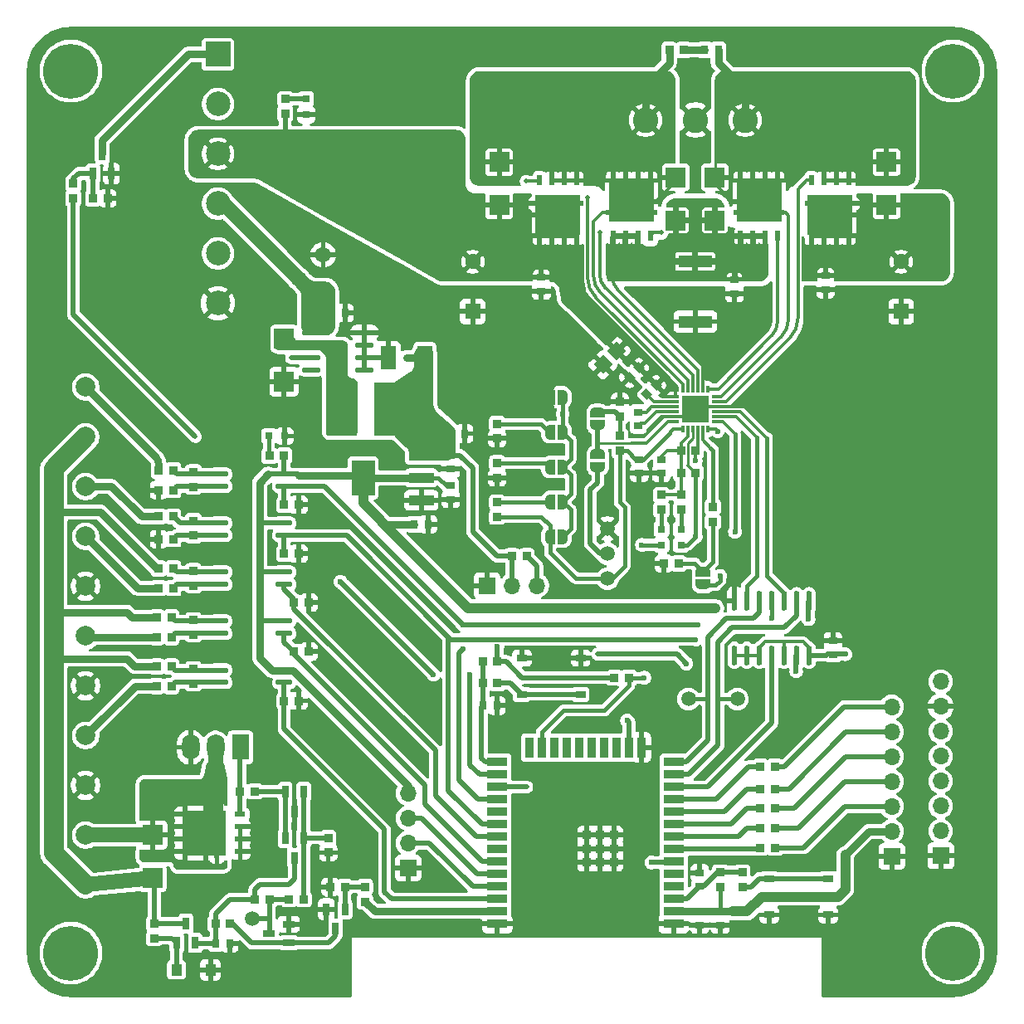
<source format=gbr>
%TF.GenerationSoftware,KiCad,Pcbnew,9.0.0*%
%TF.CreationDate,2025-03-04T23:32:21+01:00*%
%TF.ProjectId,garage-door-controller,67617261-6765-42d6-946f-6f722d636f6e,rev?*%
%TF.SameCoordinates,Original*%
%TF.FileFunction,Copper,L1,Top*%
%TF.FilePolarity,Positive*%
%FSLAX46Y46*%
G04 Gerber Fmt 4.6, Leading zero omitted, Abs format (unit mm)*
G04 Created by KiCad (PCBNEW 9.0.0) date 2025-03-04 23:32:21*
%MOMM*%
%LPD*%
G01*
G04 APERTURE LIST*
G04 Aperture macros list*
%AMRotRect*
0 Rectangle, with rotation*
0 The origin of the aperture is its center*
0 $1 length*
0 $2 width*
0 $3 Rotation angle, in degrees counterclockwise*
0 Add horizontal line*
21,1,$1,$2,0,0,$3*%
%AMFreePoly0*
4,1,23,0.500000,-0.750000,0.000000,-0.750000,0.000000,-0.745722,-0.065263,-0.745722,-0.191342,-0.711940,-0.304381,-0.646677,-0.396677,-0.554381,-0.461940,-0.441342,-0.495722,-0.315263,-0.495722,-0.250000,-0.500000,-0.250000,-0.500000,0.250000,-0.495722,0.250000,-0.495722,0.315263,-0.461940,0.441342,-0.396677,0.554381,-0.304381,0.646677,-0.191342,0.711940,-0.065263,0.745722,0.000000,0.745722,
0.000000,0.750000,0.500000,0.750000,0.500000,-0.750000,0.500000,-0.750000,$1*%
%AMFreePoly1*
4,1,23,0.000000,0.745722,0.065263,0.745722,0.191342,0.711940,0.304381,0.646677,0.396677,0.554381,0.461940,0.441342,0.495722,0.315263,0.495722,0.250000,0.500000,0.250000,0.500000,-0.250000,0.495722,-0.250000,0.495722,-0.315263,0.461940,-0.441342,0.396677,-0.554381,0.304381,-0.646677,0.191342,-0.711940,0.065263,-0.745722,0.000000,-0.745722,0.000000,-0.750000,-0.500000,-0.750000,
-0.500000,0.750000,0.000000,0.750000,0.000000,0.745722,0.000000,0.745722,$1*%
G04 Aperture macros list end*
%TA.AperFunction,ComponentPad*%
%ADD10R,1.700000X1.700000*%
%TD*%
%TA.AperFunction,ComponentPad*%
%ADD11O,1.700000X1.700000*%
%TD*%
%TA.AperFunction,SMDPad,CuDef*%
%ADD12R,0.860000X0.810000*%
%TD*%
%TA.AperFunction,SMDPad,CuDef*%
%ADD13R,0.810000X0.860000*%
%TD*%
%TA.AperFunction,SMDPad,CuDef*%
%ADD14R,3.460000X1.280000*%
%TD*%
%TA.AperFunction,SMDPad,CuDef*%
%ADD15C,1.500000*%
%TD*%
%TA.AperFunction,SMDPad,CuDef*%
%ADD16R,1.510000X2.380000*%
%TD*%
%TA.AperFunction,SMDPad,CuDef*%
%ADD17R,0.580000X1.080000*%
%TD*%
%TA.AperFunction,SMDPad,CuDef*%
%ADD18R,0.950000X0.500000*%
%TD*%
%TA.AperFunction,SMDPad,CuDef*%
%ADD19R,4.600000X4.100000*%
%TD*%
%TA.AperFunction,SMDPad,CuDef*%
%ADD20R,1.100000X1.200000*%
%TD*%
%TA.AperFunction,SMDPad,CuDef*%
%ADD21RotRect,1.410000X1.350000X45.000000*%
%TD*%
%TA.AperFunction,SMDPad,CuDef*%
%ADD22R,0.800000X0.900000*%
%TD*%
%TA.AperFunction,SMDPad,CuDef*%
%ADD23R,1.000000X0.750000*%
%TD*%
%TA.AperFunction,ComponentPad*%
%ADD24C,1.600000*%
%TD*%
%TA.AperFunction,ComponentPad*%
%ADD25R,1.600000X1.600000*%
%TD*%
%TA.AperFunction,SMDPad,CuDef*%
%ADD26R,2.000000X2.000000*%
%TD*%
%TA.AperFunction,SMDPad,CuDef*%
%ADD27R,0.900000X0.800000*%
%TD*%
%TA.AperFunction,SMDPad,CuDef*%
%ADD28R,0.700000X1.250000*%
%TD*%
%TA.AperFunction,SMDPad,CuDef*%
%ADD29FreePoly0,0.000000*%
%TD*%
%TA.AperFunction,SMDPad,CuDef*%
%ADD30FreePoly1,0.000000*%
%TD*%
%TA.AperFunction,SMDPad,CuDef*%
%ADD31R,0.800000X0.800000*%
%TD*%
%TA.AperFunction,SMDPad,CuDef*%
%ADD32R,1.250000X0.700000*%
%TD*%
%TA.AperFunction,SMDPad,CuDef*%
%ADD33R,1.080000X0.580000*%
%TD*%
%TA.AperFunction,SMDPad,CuDef*%
%ADD34R,0.500000X0.950000*%
%TD*%
%TA.AperFunction,SMDPad,CuDef*%
%ADD35R,4.100000X4.600000*%
%TD*%
%TA.AperFunction,SMDPad,CuDef*%
%ADD36O,0.570000X2.040000*%
%TD*%
%TA.AperFunction,SMDPad,CuDef*%
%ADD37FreePoly0,270.000000*%
%TD*%
%TA.AperFunction,SMDPad,CuDef*%
%ADD38FreePoly1,270.000000*%
%TD*%
%TA.AperFunction,ComponentPad*%
%ADD39C,5.600000*%
%TD*%
%TA.AperFunction,SMDPad,CuDef*%
%ADD40O,1.710000X0.560000*%
%TD*%
%TA.AperFunction,SMDPad,CuDef*%
%ADD41RotRect,0.800000X0.900000X225.000000*%
%TD*%
%TA.AperFunction,SMDPad,CuDef*%
%ADD42R,0.800000X0.300000*%
%TD*%
%TA.AperFunction,SMDPad,CuDef*%
%ADD43R,0.300000X0.800000*%
%TD*%
%TA.AperFunction,SMDPad,CuDef*%
%ADD44R,2.800000X2.800000*%
%TD*%
%TA.AperFunction,SMDPad,CuDef*%
%ADD45R,2.500000X1.100000*%
%TD*%
%TA.AperFunction,SMDPad,CuDef*%
%ADD46R,2.340000X3.600000*%
%TD*%
%TA.AperFunction,SMDPad,CuDef*%
%ADD47R,2.100000X0.950000*%
%TD*%
%TA.AperFunction,SMDPad,CuDef*%
%ADD48R,0.950000X2.100000*%
%TD*%
%TA.AperFunction,SMDPad,CuDef*%
%ADD49R,0.900000X0.900000*%
%TD*%
%TA.AperFunction,ComponentPad*%
%ADD50C,2.000000*%
%TD*%
%TA.AperFunction,SMDPad,CuDef*%
%ADD51FreePoly0,90.000000*%
%TD*%
%TA.AperFunction,SMDPad,CuDef*%
%ADD52FreePoly1,90.000000*%
%TD*%
%TA.AperFunction,ComponentPad*%
%ADD53R,2.500000X2.500000*%
%TD*%
%TA.AperFunction,ComponentPad*%
%ADD54C,2.500000*%
%TD*%
%TA.AperFunction,ComponentPad*%
%ADD55C,2.600000*%
%TD*%
%TA.AperFunction,ComponentPad*%
%ADD56C,1.520000*%
%TD*%
%TA.AperFunction,SMDPad,CuDef*%
%ADD57R,3.000000X5.500000*%
%TD*%
%TA.AperFunction,SMDPad,CuDef*%
%ADD58O,1.950000X0.570000*%
%TD*%
%TA.AperFunction,ComponentPad*%
%ADD59R,1.800000X2.600000*%
%TD*%
%TA.AperFunction,ComponentPad*%
%ADD60O,1.800000X2.600000*%
%TD*%
%TA.AperFunction,SMDPad,CuDef*%
%ADD61RotRect,0.800000X0.900000X45.000000*%
%TD*%
%TA.AperFunction,ViaPad*%
%ADD62C,0.600000*%
%TD*%
%TA.AperFunction,ViaPad*%
%ADD63C,0.500000*%
%TD*%
%TA.AperFunction,Conductor*%
%ADD64C,0.750000*%
%TD*%
%TA.AperFunction,Conductor*%
%ADD65C,0.500000*%
%TD*%
%TA.AperFunction,Conductor*%
%ADD66C,0.300000*%
%TD*%
%TA.AperFunction,Conductor*%
%ADD67C,0.400000*%
%TD*%
%TA.AperFunction,Conductor*%
%ADD68C,2.000000*%
%TD*%
%TA.AperFunction,Conductor*%
%ADD69C,1.500000*%
%TD*%
%TA.AperFunction,Conductor*%
%ADD70C,0.250000*%
%TD*%
%TA.AperFunction,Conductor*%
%ADD71C,1.000000*%
%TD*%
G04 APERTURE END LIST*
D10*
%TO.P,CN5,1,Pin_1*%
%TO.N,GND*%
X143750000Y-135080000D03*
D11*
%TO.P,CN5,2,Pin_2*%
%TO.N,/RF_D0*%
X143750000Y-132540000D03*
%TO.P,CN5,3,Pin_3*%
%TO.N,/RF_D1*%
X143750000Y-130000000D03*
%TO.P,CN5,4,Pin_4*%
%TO.N,/RF_D2*%
X143750000Y-127460000D03*
%TO.P,CN5,5,Pin_5*%
%TO.N,/RF_D3*%
X143750000Y-124920000D03*
%TO.P,CN5,6,Pin_6*%
%TO.N,/RF_VT*%
X143750000Y-122380000D03*
%TO.P,CN5,7,Pin_7*%
%TO.N,GND*%
X143750000Y-119840000D03*
%TO.P,CN5,8,Pin_8*%
%TO.N,+3V3*%
X143750000Y-117300000D03*
%TD*%
D10*
%TO.P,CN4,1,Pin_1*%
%TO.N,GND*%
X138750000Y-135125000D03*
D11*
%TO.P,CN4,2,Pin_2*%
%TO.N,+3V3*%
X138750000Y-132585000D03*
%TO.P,CN4,3,Pin_3*%
%TO.N,/RF_D0*%
X138750000Y-130045000D03*
%TO.P,CN4,4,Pin_4*%
%TO.N,/RF_D1*%
X138750000Y-127505000D03*
%TO.P,CN4,5,Pin_5*%
%TO.N,/RF_D2*%
X138750000Y-124965000D03*
%TO.P,CN4,6,Pin_6*%
%TO.N,/RF_D3*%
X138750000Y-122425000D03*
%TO.P,CN4,7,Pin_7*%
%TO.N,/RF_VT*%
X138750000Y-119885000D03*
%TD*%
D12*
%TO.P,R36,1,1*%
%TO.N,GND*%
X98492380Y-96500000D03*
%TO.P,R36,2,2*%
%TO.N,/IDRV3*%
X98492380Y-95000000D03*
%TD*%
D13*
%TO.P,R3,1,1*%
%TO.N,LIM_SW_BOTTOM*%
X63950000Y-95760000D03*
%TO.P,R3,2,2*%
%TO.N,Net-(R14-Pad2)*%
X65450000Y-95760000D03*
%TD*%
D14*
%TO.P,RS1,1,1*%
%TO.N,GND*%
X118700000Y-80570000D03*
%TO.P,RS1,2,2*%
%TO.N,/SP*%
X118700000Y-74430000D03*
%TD*%
D15*
%TO.P,TP3,1,1*%
%TO.N,/MCU_PWM_UP*%
X123000000Y-119076390D03*
%TD*%
D16*
%TO.P,C4,1*%
%TO.N,+5V*%
X91110000Y-84250000D03*
%TO.P,C4,2*%
%TO.N,GND*%
X87390000Y-84250000D03*
%TD*%
D17*
%TO.P,Q12,1,S*%
%TO.N,SH1*%
X134350000Y-66170000D03*
%TO.P,Q12,2,S*%
X133080000Y-66170000D03*
%TO.P,Q12,3,S*%
X131820000Y-66170000D03*
%TO.P,Q12,4,G*%
%TO.N,/GH1*%
X130550000Y-66170000D03*
%TO.P,Q12,5,D*%
%TO.N,+36V*%
X130540000Y-71830000D03*
%TO.P,Q12,6,D*%
X131810000Y-71830000D03*
%TO.P,Q12,7,D*%
X133080000Y-71830000D03*
%TO.P,Q12,8,D*%
X134350000Y-71830000D03*
D18*
%TO.P,Q12,9,D*%
X134620000Y-68540000D03*
D19*
X132450000Y-69690000D03*
D18*
X130280000Y-68540000D03*
%TD*%
D20*
%TO.P,ZD1,1,K*%
%TO.N,Net-(Q2-B)*%
X65770000Y-146700000D03*
%TO.P,ZD1,2,A*%
%TO.N,GND*%
X69230000Y-146700000D03*
%TD*%
D12*
%TO.P,R46,1,1*%
%TO.N,Net-(LED4-A)*%
X117250000Y-99750000D03*
%TO.P,R46,2,2*%
%TO.N,/DVDD*%
X117250000Y-98250000D03*
%TD*%
D13*
%TO.P,R11,1,1*%
%TO.N,PUSH_TOGGLE*%
X63750000Y-117760000D03*
%TO.P,R11,2,2*%
%TO.N,Net-(R11-Pad2)*%
X65250000Y-117760000D03*
%TD*%
D12*
%TO.P,R17,1,1*%
%TO.N,Net-(R17-Pad1)*%
X67500000Y-112510000D03*
%TO.P,R17,2,2*%
%TO.N,Net-(R10-Pad2)*%
X67500000Y-111010000D03*
%TD*%
D21*
%TO.P,C12,1*%
%TO.N,GND*%
X109292893Y-84957107D03*
%TO.P,C12,2*%
%TO.N,+36V*%
X110707107Y-83542893D03*
%TD*%
D22*
%TO.P,C18,1*%
%TO.N,Net-(C18-Pad1)*%
X119650001Y-52850477D03*
%TO.P,C18,2*%
%TO.N,SH1*%
X121050001Y-52850477D03*
%TD*%
D23*
%TO.P,SW2,1,A*%
%TO.N,GND*%
X132250000Y-141100000D03*
%TO.P,SW2,2,B*%
X126250000Y-141100000D03*
%TO.P,SW2,3,C*%
%TO.N,Net-(SW2-C)*%
X132250000Y-137400000D03*
%TO.P,SW2,4,D*%
X126250000Y-137400000D03*
%TD*%
D12*
%TO.P,R49,1*%
%TO.N,/EN*%
X123500000Y-136750000D03*
%TO.P,R49,2*%
%TO.N,Net-(SW2-C)*%
X123500000Y-138250000D03*
%TD*%
D22*
%TO.P,C5,1*%
%TO.N,GND*%
X91450000Y-101250000D03*
%TO.P,C5,2*%
%TO.N,+3V3*%
X90050000Y-101250000D03*
%TD*%
D12*
%TO.P,R39,1,1*%
%TO.N,GND*%
X111000000Y-88750000D03*
%TO.P,R39,2,2*%
%TO.N,/VREF_FIX*%
X111000000Y-90250000D03*
%TD*%
%TO.P,R30,1,1*%
%TO.N,/L_POLE_DRV*%
X81250000Y-133250000D03*
%TO.P,R30,2,2*%
%TO.N,GND*%
X81250000Y-134750000D03*
%TD*%
D13*
%TO.P,R19,1*%
%TO.N,/L_V_FLW_N*%
X71250000Y-142000000D03*
%TO.P,R19,2*%
%TO.N,/15V*%
X69750000Y-142000000D03*
%TD*%
D24*
%TO.P,C9,1*%
%TO.N,+36V*%
X96000000Y-74460000D03*
D25*
%TO.P,C9,2*%
%TO.N,GND*%
X96000000Y-79540000D03*
%TD*%
D13*
%TO.P,R8,1,1*%
%TO.N,+24V*%
X63950000Y-105760000D03*
%TO.P,R8,2,2*%
%TO.N,Net-(R16-Pad2)*%
X65450000Y-105760000D03*
%TD*%
%TO.P,R52,1*%
%TO.N,/RF_D0_MCU*%
X125345188Y-134250000D03*
%TO.P,R52,2*%
%TO.N,/RF_D0*%
X126845188Y-134250000D03*
%TD*%
D26*
%TO.P,D6,1,K*%
%TO.N,+36V*%
X138200000Y-68700000D03*
%TO.P,D6,2,A*%
%TO.N,SH1*%
X138200000Y-64300000D03*
%TD*%
D27*
%TO.P,C24,1*%
%TO.N,+3V3*%
X132750000Y-114541940D03*
%TO.P,C24,2*%
%TO.N,GND*%
X132750000Y-113141940D03*
%TD*%
D13*
%TO.P,R6,1,1*%
%TO.N,LIM_SW_TOP*%
X63950000Y-100460000D03*
%TO.P,R6,2,2*%
%TO.N,Net-(R15-Pad2)*%
X65450000Y-100460000D03*
%TD*%
D12*
%TO.P,R42,1,1*%
%TO.N,Net-(LED3-A)*%
X115250000Y-99750000D03*
%TO.P,R42,2,2*%
%TO.N,/DVDD*%
X115250000Y-98250000D03*
%TD*%
D13*
%TO.P,R33,1,1*%
%TO.N,+3V3*%
X98500000Y-115250000D03*
%TO.P,R33,2,2*%
%TO.N,/BOOT_MODE*%
X97000000Y-115250000D03*
%TD*%
D27*
%TO.P,C20,1,1*%
%TO.N,GND*%
X122700001Y-77700000D03*
%TO.P,C20,2,2*%
%TO.N,/SP*%
X122700001Y-76300000D03*
%TD*%
D28*
%TO.P,Q6,1,B*%
%TO.N,/L_POLE_DRV*%
X78756000Y-128532000D03*
%TO.P,Q6,2,E*%
%TO.N,/L_POLE*%
X76856000Y-128532000D03*
%TO.P,Q6,3,C*%
%TO.N,GND*%
X77806000Y-130532000D03*
%TD*%
D13*
%TO.P,R55,1*%
%TO.N,/RF_VT_MCU*%
X125345188Y-126000000D03*
%TO.P,R55,2*%
%TO.N,/RF_VT*%
X126845188Y-126000000D03*
%TD*%
D29*
%TO.P,JP3,1,A*%
%TO.N,/IDRV3*%
X103875000Y-95400000D03*
D30*
%TO.P,JP3,2,B*%
%TO.N,/IDRIVE*%
X105175000Y-95400000D03*
%TD*%
D13*
%TO.P,R47,1,1*%
%TO.N,Net-(JP8-B)*%
X117000000Y-105250000D03*
%TO.P,R47,2,2*%
%TO.N,GND*%
X115500000Y-105250000D03*
%TD*%
D31*
%TO.P,LED2,1,K*%
%TO.N,GND*%
X79000000Y-59449999D03*
%TO.P,LED2,2,A*%
%TO.N,Net-(LED2-A)*%
X79000000Y-57849999D03*
%TD*%
D27*
%TO.P,C15,1*%
%TO.N,GND*%
X112985000Y-96052214D03*
%TO.P,C15,2*%
%TO.N,/AVDD*%
X112985000Y-94652214D03*
%TD*%
D12*
%TO.P,R40,1*%
%TO.N,/AVDD*%
X111000000Y-93750000D03*
%TO.P,R40,2*%
%TO.N,/VREF_FIX*%
X111000000Y-92250000D03*
%TD*%
%TO.P,R48,1,1*%
%TO.N,Net-(JP8-B)*%
X120500000Y-101000000D03*
%TO.P,R48,2,2*%
%TO.N,/SO*%
X120500000Y-99500000D03*
%TD*%
D32*
%TO.P,Q5,1,B*%
%TO.N,/L_V_FLW_N*%
X77218000Y-143956000D03*
%TO.P,Q5,2,E*%
%TO.N,GND*%
X77218000Y-142056000D03*
%TO.P,Q5,3,C*%
%TO.N,/L_V_FLW*%
X75218000Y-143006000D03*
%TD*%
D33*
%TO.P,Q4,1,S*%
%TO.N,GND*%
X72270000Y-134650000D03*
%TO.P,Q4,2,S*%
X72270000Y-133380000D03*
%TO.P,Q4,3,S*%
X72270000Y-132120000D03*
%TO.P,Q4,4,G*%
%TO.N,Net-(Q3-G)*%
X72270000Y-130850000D03*
%TO.P,Q4,5,D*%
%TO.N,LIGHT_LOW*%
X66610000Y-130840000D03*
%TO.P,Q4,6,D*%
X66610000Y-132110000D03*
%TO.P,Q4,7,D*%
X66610000Y-133380000D03*
%TO.P,Q4,8,D*%
X66610000Y-134650000D03*
D34*
%TO.P,Q4,9,D*%
X69900000Y-134920000D03*
D35*
X68750000Y-132750000D03*
D34*
X69900000Y-130580000D03*
%TD*%
D26*
%TO.P,D2,1,K*%
%TO.N,/PRE_5V*%
X76750000Y-82300000D03*
%TO.P,D2,2,A*%
%TO.N,GND*%
X76750000Y-86700000D03*
%TD*%
D29*
%TO.P,JP1,1,A*%
%TO.N,GND*%
X103875000Y-88300000D03*
D30*
%TO.P,JP1,2,B*%
%TO.N,/IDRIVE*%
X105175000Y-88300000D03*
%TD*%
D36*
%TO.P,U10,1,1A*%
%TO.N,LIM_TOP*%
X130310000Y-109071940D03*
%TO.P,U10,2,1B*%
%TO.N,/MCU_PWM_UP*%
X129040000Y-109071940D03*
%TO.P,U10,3,1Y*%
%TO.N,/SN_PWM_UP*%
X127770000Y-109071940D03*
%TO.P,U10,4,2A*%
%TO.N,LIM_BOTTOM*%
X126500000Y-109071940D03*
%TO.P,U10,5,2B*%
%TO.N,/MCU_PWM_DN*%
X125230000Y-109071940D03*
%TO.P,U10,6,2Y*%
%TO.N,/SN_PWM_DOWN*%
X123960000Y-109071940D03*
%TO.P,U10,7,GND*%
%TO.N,GND*%
X122690000Y-109071940D03*
%TO.P,U10,8,3Y*%
%TO.N,+3V3*%
X122690000Y-114611940D03*
%TO.P,U10,9,3A*%
X123960000Y-114611940D03*
%TO.P,U10,10,3B*%
X125230000Y-114611940D03*
%TO.P,U10,11,4Y*%
%TO.N,/SN_MOTOR_TACHO*%
X126500000Y-114611940D03*
%TO.P,U10,12,4A*%
%TO.N,+3V3*%
X127770000Y-114611940D03*
%TO.P,U10,13,4B*%
%TO.N,MOTOR_TACHO*%
X129040000Y-114611940D03*
%TO.P,U10,14,VCC*%
%TO.N,+3V3*%
X130310000Y-114611940D03*
%TD*%
D13*
%TO.P,R21,1*%
%TO.N,/L_V_FLW*%
X75250000Y-139500000D03*
%TO.P,R21,2*%
%TO.N,/15V*%
X73750000Y-139500000D03*
%TD*%
D26*
%TO.P,D3,1,K*%
%TO.N,+36V*%
X98700000Y-68700000D03*
%TO.P,D3,2,A*%
%TO.N,SH2*%
X98700000Y-64300000D03*
%TD*%
D37*
%TO.P,JP6,1,A*%
%TO.N,/VREF_FIX*%
X108750000Y-89850000D03*
D38*
%TO.P,JP6,2,B*%
%TO.N,/VREF*%
X108750000Y-91150000D03*
%TD*%
D29*
%TO.P,JP5,1,A*%
%TO.N,/AVDD*%
X103875000Y-102500000D03*
D30*
%TO.P,JP5,2,B*%
%TO.N,/IDRIVE*%
X105175000Y-102500000D03*
%TD*%
D39*
%TO.P,H4,1,1*%
%TO.N,unconnected-(H4-Pad1)*%
X145000000Y-145000000D03*
%TD*%
D28*
%TO.P,Q1,1,G*%
%TO.N,Net-(Q1-G)*%
X57244000Y-65468000D03*
%TO.P,Q1,2,S*%
%TO.N,GND*%
X59144000Y-65468000D03*
%TO.P,Q1,3,D*%
%TO.N,PSU_36*%
X58194000Y-63468000D03*
%TD*%
D27*
%TO.P,C11,1*%
%TO.N,GND*%
X103000000Y-77450000D03*
%TO.P,C11,2*%
%TO.N,+36V*%
X103000000Y-76050000D03*
%TD*%
D13*
%TO.P,R31,1*%
%TO.N,GND*%
X81450000Y-138250000D03*
%TO.P,R31,2*%
%TO.N,Net-(Q8-B)*%
X82950000Y-138250000D03*
%TD*%
D27*
%TO.P,C8,1*%
%TO.N,GND*%
X93750000Y-98700000D03*
%TO.P,C8,2*%
%TO.N,+3V3*%
X93750000Y-97300000D03*
%TD*%
D13*
%TO.P,R38,1*%
%TO.N,+5V*%
X100000000Y-104500000D03*
%TO.P,R38,2*%
%TO.N,MOTOR_TACHO*%
X101500000Y-104500000D03*
%TD*%
D12*
%TO.P,R15,1,1*%
%TO.N,Net-(R15-Pad1)*%
X67500000Y-102410000D03*
%TO.P,R15,2,2*%
%TO.N,Net-(R15-Pad2)*%
X67500000Y-100910000D03*
%TD*%
D40*
%TO.P,U5,1*%
%TO.N,Net-(R12-Pad2)*%
X70240000Y-116130000D03*
%TO.P,U5,2*%
%TO.N,Net-(R11-Pad2)*%
X70240000Y-117390000D03*
%TO.P,U5,3*%
%TO.N,REQ_TOGGLE*%
X76760000Y-117390000D03*
%TO.P,U5,4*%
%TO.N,+3V3*%
X76760000Y-116130000D03*
%TD*%
D13*
%TO.P,R41,1,1*%
%TO.N,+3V3*%
X110440000Y-116900000D03*
%TO.P,R41,2,2*%
%TO.N,/MCU_MOTOR_EN*%
X111940000Y-116900000D03*
%TD*%
D29*
%TO.P,JP2,1,A*%
%TO.N,/IDRV2*%
X103875000Y-91850000D03*
D30*
%TO.P,JP2,2,B*%
%TO.N,/IDRIVE*%
X105175000Y-91850000D03*
%TD*%
D31*
%TO.P,LED1,1,K*%
%TO.N,GND*%
X76800000Y-92250000D03*
%TO.P,LED1,2,A*%
%TO.N,Net-(LED1-A)*%
X75200000Y-92250000D03*
%TD*%
D41*
%TO.P,C13,1*%
%TO.N,+36V*%
X112994975Y-85255025D03*
%TO.P,C13,2*%
%TO.N,GND*%
X112005025Y-86244975D03*
%TD*%
D12*
%TO.P,R14,1,1*%
%TO.N,Net-(R14-Pad1)*%
X67500000Y-97429253D03*
%TO.P,R14,2,2*%
%TO.N,Net-(R14-Pad2)*%
X67500000Y-95929253D03*
%TD*%
D42*
%TO.P,U9,1,VM*%
%TO.N,+36V*%
X116660000Y-88250000D03*
%TO.P,U9,2,VCP*%
%TO.N,/VCP*%
X116660000Y-88750000D03*
%TO.P,U9,3,CPH*%
%TO.N,/CPH*%
X116660000Y-89250000D03*
%TO.P,U9,4,CPL*%
%TO.N,/CPL*%
X116660000Y-89750000D03*
%TO.P,U9,5,GND*%
%TO.N,GND*%
X116660000Y-90250000D03*
%TO.P,U9,6,VREF*%
%TO.N,/VREF*%
X116660000Y-90750000D03*
D43*
%TO.P,U9,7,AVDD*%
%TO.N,/AVDD*%
X117450000Y-91550000D03*
%TO.P,U9,8,DVDD*%
%TO.N,/DVDD*%
X117950000Y-91550000D03*
%TO.P,U9,9,nFAULT*%
%TO.N,/DRV_FAULT*%
X118450000Y-91550000D03*
%TO.P,U9,10,SNSOUT*%
%TO.N,/DRV_SNSOUT*%
X118950000Y-91550000D03*
%TO.P,U9,11,SO*%
%TO.N,/SO*%
X119450000Y-91550000D03*
%TO.P,U9,12,IDRIVE*%
%TO.N,/IDRIVE*%
X119950000Y-91550000D03*
D42*
%TO.P,U9,13,nSLEEP*%
%TO.N,/MCU_MOTOR_EN*%
X120740000Y-90750000D03*
%TO.P,U9,14,IN2*%
%TO.N,/SN_PWM_DOWN*%
X120740000Y-90250000D03*
%TO.P,U9,15,IN1*%
%TO.N,/SN_PWM_UP*%
X120740000Y-89750000D03*
%TO.P,U9,16,GND*%
%TO.N,GND*%
X120740000Y-89250000D03*
%TO.P,U9,17,GH1*%
%TO.N,/GH1*%
X120740000Y-88750000D03*
%TO.P,U9,18,SH1*%
%TO.N,SH1*%
X120740000Y-88250000D03*
D43*
%TO.P,U9,19,GL1*%
%TO.N,/GL1*%
X119950000Y-87450000D03*
%TO.P,U9,20,SN*%
%TO.N,GND*%
X119450000Y-87450000D03*
%TO.P,U9,21,SP*%
%TO.N,/SP*%
X118950000Y-87450000D03*
%TO.P,U9,22,GL2*%
%TO.N,/GL2*%
X118450000Y-87450000D03*
%TO.P,U9,23,SH2*%
%TO.N,SH2*%
X117950000Y-87450000D03*
%TO.P,U9,24,GH2*%
%TO.N,/GH2*%
X117450000Y-87450000D03*
D44*
%TO.P,U9,25,GND*%
%TO.N,GND*%
X118700000Y-89500000D03*
%TD*%
D27*
%TO.P,C14,1*%
%TO.N,/CPH*%
X112900000Y-89800000D03*
%TO.P,C14,2*%
%TO.N,/CPL*%
X112900000Y-91200000D03*
%TD*%
D13*
%TO.P,R10,1,1*%
%TO.N,+24V*%
X63750000Y-110760000D03*
%TO.P,R10,2,2*%
%TO.N,Net-(R10-Pad2)*%
X65250000Y-110760000D03*
%TD*%
D17*
%TO.P,Q9,1,S*%
%TO.N,SH2*%
X106600000Y-66170000D03*
%TO.P,Q9,2,S*%
X105330000Y-66170000D03*
%TO.P,Q9,3,S*%
X104070000Y-66170000D03*
%TO.P,Q9,4,G*%
%TO.N,/GH2*%
X102800000Y-66170000D03*
%TO.P,Q9,5,D*%
%TO.N,+36V*%
X102790000Y-71830000D03*
%TO.P,Q9,6,D*%
X104060000Y-71830000D03*
%TO.P,Q9,7,D*%
X105330000Y-71830000D03*
%TO.P,Q9,8,D*%
X106600000Y-71830000D03*
D18*
%TO.P,Q9,9,D*%
X106870000Y-68540000D03*
D19*
X104700000Y-69690000D03*
D18*
X102530000Y-68540000D03*
%TD*%
D39*
%TO.P,H3,1,1*%
%TO.N,unconnected-(H3-Pad1)*%
X145000000Y-55000000D03*
%TD*%
D12*
%TO.P,R37,1,1*%
%TO.N,/AVDD*%
X98492380Y-100500000D03*
%TO.P,R37,2,2*%
%TO.N,/IDRV4*%
X98492380Y-99000000D03*
%TD*%
D22*
%TO.P,C6,1*%
%TO.N,GND*%
X95150000Y-92000000D03*
%TO.P,C6,2*%
%TO.N,+5V*%
X93750000Y-92000000D03*
%TD*%
D13*
%TO.P,R53,1*%
%TO.N,/RF_D2_MCU*%
X125345188Y-130250000D03*
%TO.P,R53,2*%
%TO.N,/RF_D2*%
X126845188Y-130250000D03*
%TD*%
D10*
%TO.P,CN3,1,Pin_1*%
%TO.N,GND*%
X97460000Y-107500000D03*
D11*
%TO.P,CN3,2,Pin_2*%
%TO.N,+5V*%
X100000000Y-107500000D03*
%TO.P,CN3,3,Pin_3*%
%TO.N,MOTOR_TACHO*%
X102540000Y-107500000D03*
%TD*%
D45*
%TO.P,U7,1,GND*%
%TO.N,GND*%
X90749998Y-98800000D03*
%TO.P,U7,2,VOUT*%
%TO.N,+3V3*%
X90749998Y-96500000D03*
%TO.P,U7,3,VIN*%
%TO.N,+5V*%
X90749998Y-94200000D03*
D46*
%TO.P,U7,4,TAB*%
%TO.N,+3V3*%
X84809998Y-96500000D03*
%TD*%
D47*
%TO.P,U8,1,GND*%
%TO.N,GND*%
X116500000Y-142020000D03*
%TO.P,U8,2,VDD*%
%TO.N,+3V3*%
X116500000Y-140750000D03*
%TO.P,U8,3,EN*%
%TO.N,/EN*%
X116500000Y-139480000D03*
%TO.P,U8,4,SENSOR_VP*%
%TO.N,unconnected-(U8-SENSOR_VP-Pad4)*%
X116500000Y-138210000D03*
%TO.P,U8,5,SENSOR_VN*%
%TO.N,unconnected-(U8-SENSOR_VN-Pad5)*%
X116500000Y-136940000D03*
%TO.P,U8,6,IO34*%
%TO.N,/DRV_SO*%
X116500000Y-135670000D03*
%TO.P,U8,7,IO35*%
%TO.N,/RF_D0_MCU*%
X116500000Y-134400000D03*
%TO.P,U8,8,IO32*%
%TO.N,/RF_D1_MCU*%
X116500000Y-133130000D03*
%TO.P,U8,9,IO33*%
%TO.N,/RF_D2_MCU*%
X116500000Y-131860000D03*
%TO.P,U8,10,IO25*%
%TO.N,/RF_D3_MCU*%
X116500000Y-130590000D03*
%TO.P,U8,11,IO26*%
%TO.N,/RF_VT_MCU*%
X116500000Y-129320000D03*
%TO.P,U8,12,IO27*%
%TO.N,/SN_MOTOR_TACHO*%
X116500000Y-128050000D03*
%TO.P,U8,13,IO14*%
%TO.N,/MCU_PWM_UP*%
X116500000Y-126780000D03*
%TO.P,U8,14,IO12*%
%TO.N,/MCU_PWM_DN*%
X116500000Y-125510000D03*
D48*
%TO.P,U8,15,GND*%
%TO.N,GND*%
X113210000Y-124020000D03*
%TO.P,U8,16,IO13*%
%TO.N,/DRV_FAULT*%
X111940000Y-124020000D03*
%TO.P,U8,17,SHD/SD2*%
%TO.N,unconnected-(U8-SHD{slash}SD2-Pad17)*%
X110670000Y-124020000D03*
%TO.P,U8,18,SWP/SD3*%
%TO.N,unconnected-(U8-SWP{slash}SD3-Pad18)*%
X109400000Y-124020000D03*
%TO.P,U8,19,SCS/CMD*%
%TO.N,unconnected-(U8-SCS{slash}CMD-Pad19)*%
X108130000Y-124020000D03*
%TO.P,U8,20,SCK/CLK*%
%TO.N,unconnected-(U8-SCK{slash}CLK-Pad20)*%
X106860000Y-124020000D03*
%TO.P,U8,21,SDO/SD0*%
%TO.N,unconnected-(U8-SDO{slash}SD0-Pad21)*%
X105590000Y-124020000D03*
%TO.P,U8,22,SDI/SD1*%
%TO.N,unconnected-(U8-SDI{slash}SD1-Pad22)*%
X104320000Y-124020000D03*
%TO.P,U8,23,IO15*%
%TO.N,/MCU_MOTOR_EN*%
X103050000Y-124020000D03*
%TO.P,U8,24,IO2*%
%TO.N,unconnected-(U8-IO2-Pad24)*%
X101780000Y-124020000D03*
D47*
%TO.P,U8,25,IO0*%
%TO.N,/BOOT_MODE*%
X98500000Y-125510000D03*
%TO.P,U8,26,IO4*%
%TO.N,/MCU_PSU_ON*%
X98500000Y-126780000D03*
%TO.P,U8,27,IO16*%
%TO.N,/DRV_SNSOUT*%
X98500000Y-128050000D03*
%TO.P,U8,28,IO17*%
%TO.N,LIM_BOTTOM*%
X98500000Y-129320000D03*
%TO.P,U8,29,IO5*%
%TO.N,unconnected-(U8-IO5-Pad29)*%
X98500000Y-130590000D03*
%TO.P,U8,30,IO18*%
%TO.N,LIM_TOP*%
X98500000Y-131860000D03*
%TO.P,U8,31,IO19*%
%TO.N,REQ_DOWN*%
X98500000Y-133130000D03*
%TO.P,U8,32,NC*%
%TO.N,unconnected-(U8-NC-Pad32)*%
X98500000Y-134400000D03*
%TO.P,U8,33,IO21*%
%TO.N,REQ_UP*%
X98500000Y-135670000D03*
%TO.P,U8,34,RXD0/IO3*%
%TO.N,/RX*%
X98500000Y-136940000D03*
%TO.P,U8,35,TXD0/IO1*%
%TO.N,/TX*%
X98500000Y-138210000D03*
%TO.P,U8,36,IO22*%
%TO.N,REQ_TOGGLE*%
X98500000Y-139480000D03*
%TO.P,U8,37,IO23*%
%TO.N,/MCU_PWM_LIGHT*%
X98500000Y-140750000D03*
%TO.P,U8,38,GND*%
%TO.N,GND*%
X98500000Y-142020000D03*
D49*
%TO.P,U8,39,GND*%
X107600000Y-135740000D03*
X109000000Y-135740000D03*
X110400000Y-135740000D03*
X107600000Y-134340000D03*
X109000000Y-134340000D03*
X110400000Y-134340000D03*
X107600000Y-132940000D03*
X109000000Y-132940000D03*
X110400000Y-132940000D03*
%TD*%
D13*
%TO.P,R20,1*%
%TO.N,Net-(Q3-G)*%
X72270000Y-128500000D03*
%TO.P,R20,2*%
%TO.N,/L_POLE*%
X73770000Y-128500000D03*
%TD*%
%TO.P,R43,1,1*%
%TO.N,SH2*%
X116050000Y-52850477D03*
%TO.P,R43,2,2*%
%TO.N,Net-(C18-Pad1)*%
X117550000Y-52850477D03*
%TD*%
D24*
%TO.P,C2,1*%
%TO.N,+24V*%
X78262563Y-76237437D03*
%TO.P,C2,2*%
%TO.N,GND*%
X80737437Y-73762563D03*
%TD*%
D13*
%TO.P,R9,1,1*%
%TO.N,PUSH_UP*%
X63750000Y-112760000D03*
%TO.P,R9,2,2*%
%TO.N,Net-(R17-Pad1)*%
X65250000Y-112760000D03*
%TD*%
D26*
%TO.P,D5,1,K*%
%TO.N,SH1*%
X120700001Y-65850000D03*
%TO.P,D5,2,A*%
%TO.N,/SP*%
X120700001Y-70250000D03*
%TD*%
D28*
%TO.P,Q8,1,B*%
%TO.N,Net-(Q8-B)*%
X82956000Y-140532000D03*
%TO.P,Q8,2,E*%
%TO.N,GND*%
X81056000Y-140532000D03*
%TO.P,Q8,3,C*%
%TO.N,/L_V_FLW_N*%
X82006000Y-142532000D03*
%TD*%
D50*
%TO.P,X4,1,1*%
%TO.N,GND*%
X56500000Y-127880000D03*
%TO.P,X4,2,2*%
%TO.N,LIGHT_LOW*%
X56500000Y-132960000D03*
%TO.P,X4,3,3*%
%TO.N,+24V*%
X56500000Y-138040000D03*
%TD*%
D39*
%TO.P,H2,1,1*%
%TO.N,unconnected-(H2-Pad1)*%
X55000000Y-145000000D03*
%TD*%
D12*
%TO.P,R13,1,1*%
%TO.N,+24V*%
X63500000Y-142000000D03*
%TO.P,R13,2,2*%
%TO.N,Net-(Q2-B)*%
X63500000Y-143500000D03*
%TD*%
%TO.P,R1,1,1*%
%TO.N,/MCU_PSU_ON*%
X55250000Y-68000000D03*
%TO.P,R1,2,2*%
%TO.N,Net-(Q1-G)*%
X55250000Y-66500000D03*
%TD*%
D15*
%TO.P,TP2,1,1*%
%TO.N,/MCU_PWM_DN*%
X118000000Y-119076390D03*
%TD*%
D50*
%TO.P,X2,1,1*%
%TO.N,PUSH_DOWN*%
X56500001Y-102480000D03*
%TO.P,X2,2,2*%
%TO.N,GND*%
X56500001Y-107560000D03*
%TO.P,X2,3,3*%
%TO.N,PUSH_UP*%
X56500001Y-112640000D03*
%TD*%
D51*
%TO.P,JP7,1,A*%
%TO.N,/VREF_VAR*%
X108750000Y-95400000D03*
D52*
%TO.P,JP7,2,B*%
%TO.N,/VREF*%
X108750000Y-94100000D03*
%TD*%
D12*
%TO.P,R22,1,1*%
%TO.N,Net-(LED2-A)*%
X76849999Y-57850000D03*
%TO.P,R22,2,2*%
%TO.N,+36V*%
X76849999Y-59350000D03*
%TD*%
D24*
%TO.P,C25,1*%
%TO.N,+36V*%
X139700000Y-74460000D03*
D25*
%TO.P,C25,2*%
%TO.N,GND*%
X139700000Y-79540000D03*
%TD*%
D22*
%TO.P,C1,1*%
%TO.N,GND*%
X71200000Y-144000000D03*
%TO.P,C1,2*%
%TO.N,/15V*%
X69800000Y-144000000D03*
%TD*%
D13*
%TO.P,R26,1*%
%TO.N,GND*%
X79250000Y-109250000D03*
%TO.P,R26,2*%
%TO.N,REQ_DOWN*%
X77750000Y-109250000D03*
%TD*%
%TO.P,R2,1,1*%
%TO.N,Net-(Q1-G)*%
X57250000Y-68000000D03*
%TO.P,R2,2,2*%
%TO.N,GND*%
X58750000Y-68000000D03*
%TD*%
D53*
%TO.P,CN1,1,Pin_1*%
%TO.N,PSU_36*%
X70000000Y-53299998D03*
D54*
%TO.P,CN1,2,Pin_2*%
%TO.N,unconnected-(CN1-Pin_2-Pad2)*%
X70000000Y-58379998D03*
%TO.P,CN1,3,Pin_3*%
%TO.N,+36V*%
X70000000Y-63459998D03*
%TO.P,CN1,4,Pin_4*%
%TO.N,+24V*%
X70000000Y-68539998D03*
%TO.P,CN1,5,Pin_5*%
%TO.N,unconnected-(CN1-Pin_5-Pad5)*%
X70000000Y-73619998D03*
%TO.P,CN1,6,Pin_6*%
%TO.N,GND*%
X70000000Y-78699998D03*
%TD*%
D40*
%TO.P,U4,1*%
%TO.N,Net-(R10-Pad2)*%
X70240000Y-111130000D03*
%TO.P,U4,2*%
%TO.N,Net-(R17-Pad1)*%
X70240000Y-112390000D03*
%TO.P,U4,3*%
%TO.N,REQ_UP*%
X76760000Y-112390000D03*
%TO.P,U4,4*%
%TO.N,+3V3*%
X76760000Y-111130000D03*
%TD*%
D12*
%TO.P,R16,1,1*%
%TO.N,Net-(R16-Pad1)*%
X67500000Y-107510000D03*
%TO.P,R16,2,2*%
%TO.N,Net-(R16-Pad2)*%
X67500000Y-106010000D03*
%TD*%
%TO.P,R35,1,1*%
%TO.N,GND*%
X98492380Y-92500000D03*
%TO.P,R35,2,2*%
%TO.N,/IDRV2*%
X98492380Y-91000000D03*
%TD*%
D13*
%TO.P,R5,1,1*%
%TO.N,GND*%
X63950000Y-102760000D03*
%TO.P,R5,2,2*%
%TO.N,Net-(R15-Pad1)*%
X65450000Y-102760000D03*
%TD*%
%TO.P,R44,1,1*%
%TO.N,/DVDD*%
X117235000Y-93750000D03*
%TO.P,R44,2,2*%
%TO.N,/DRV_SNSOUT*%
X118735000Y-93750000D03*
%TD*%
%TO.P,R12,1,1*%
%TO.N,+24V*%
X63750000Y-115760000D03*
%TO.P,R12,2,2*%
%TO.N,Net-(R12-Pad2)*%
X65250000Y-115760000D03*
%TD*%
D27*
%TO.P,C19,1*%
%TO.N,+3V3*%
X119150000Y-140749999D03*
%TO.P,C19,2*%
%TO.N,GND*%
X119150000Y-142149999D03*
%TD*%
D51*
%TO.P,JP8,1,A*%
%TO.N,/DRV_SO*%
X119500000Y-107400000D03*
D52*
%TO.P,JP8,2,B*%
%TO.N,Net-(JP8-B)*%
X119500000Y-106100000D03*
%TD*%
D13*
%TO.P,R27,1*%
%TO.N,GND*%
X79250000Y-114250000D03*
%TO.P,R27,2*%
%TO.N,REQ_UP*%
X77750000Y-114250000D03*
%TD*%
D55*
%TO.P,CN2,1,Pin_1*%
%TO.N,SH1*%
X123812500Y-60000000D03*
%TO.P,CN2,2,Pin_2*%
%TO.N,GND*%
X118732500Y-60000000D03*
%TO.P,CN2,3,Pin_3*%
%TO.N,SH2*%
X113652500Y-60000000D03*
%TD*%
D22*
%TO.P,C3,1*%
%TO.N,GND*%
X82962961Y-79700000D03*
%TO.P,C3,2*%
%TO.N,+24V*%
X81562961Y-79700000D03*
%TD*%
D10*
%TO.P,CN9,1,Pin_1*%
%TO.N,GND*%
X89400000Y-136329999D03*
D11*
%TO.P,CN9,2,Pin_2*%
%TO.N,/TX*%
X89400000Y-133789999D03*
%TO.P,CN9,3,Pin_3*%
%TO.N,/RX*%
X89400000Y-131249999D03*
%TO.P,CN9,4,Pin_4*%
%TO.N,+3V3*%
X89400000Y-128709999D03*
%TD*%
D12*
%TO.P,R32,1*%
%TO.N,/MCU_PWM_LIGHT*%
X85000000Y-139750000D03*
%TO.P,R32,2*%
%TO.N,Net-(Q8-B)*%
X85000000Y-138250000D03*
%TD*%
D23*
%TO.P,SW1,1,A*%
%TO.N,GND*%
X101000000Y-114900000D03*
%TO.P,SW1,2,B*%
X107000000Y-114900000D03*
%TO.P,SW1,3,C*%
%TO.N,Net-(SW1-C)*%
X101000000Y-118600000D03*
%TO.P,SW1,4,D*%
X107000000Y-118600000D03*
%TD*%
D56*
%TO.P,RV1,1,1*%
%TO.N,/AVDD*%
X109750000Y-106790000D03*
%TO.P,RV1,2,2*%
%TO.N,/VREF_VAR*%
X109750000Y-104250000D03*
%TO.P,RV1,3,3*%
%TO.N,GND*%
X109750000Y-101710000D03*
%TD*%
D28*
%TO.P,Q7,1,B*%
%TO.N,/L_POLE_DRV*%
X78756000Y-133282000D03*
%TO.P,Q7,2,E*%
%TO.N,/L_POLE*%
X76856000Y-133282000D03*
%TO.P,Q7,3,C*%
%TO.N,/15V*%
X77806000Y-135282000D03*
%TD*%
D29*
%TO.P,JP4,1,A*%
%TO.N,/IDRV4*%
X103875000Y-98950000D03*
D30*
%TO.P,JP4,2,B*%
%TO.N,/IDRIVE*%
X105175000Y-98950000D03*
%TD*%
D13*
%TO.P,R54,1*%
%TO.N,/RF_D3_MCU*%
X125345188Y-128250000D03*
%TO.P,R54,2*%
%TO.N,/RF_D3*%
X126845188Y-128250000D03*
%TD*%
D26*
%TO.P,D1,1,K*%
%TO.N,+24V*%
X63340000Y-137360000D03*
%TO.P,D1,2,A*%
%TO.N,LIGHT_LOW*%
X63340000Y-132960000D03*
%TD*%
D31*
%TO.P,LED4,1,K*%
%TO.N,/DRV_FAULT*%
X117250000Y-103349999D03*
%TO.P,LED4,2,A*%
%TO.N,Net-(LED4-A)*%
X117250000Y-101749999D03*
%TD*%
%TO.P,LED3,1,K*%
%TO.N,/DRV_SNSOUT*%
X115250000Y-103349999D03*
%TO.P,LED3,2,A*%
%TO.N,Net-(LED3-A)*%
X115250000Y-101749999D03*
%TD*%
D27*
%TO.P,C17,1*%
%TO.N,GND*%
X115235000Y-96052214D03*
%TO.P,C17,2*%
%TO.N,/DVDD*%
X115235000Y-94652214D03*
%TD*%
D13*
%TO.P,R51,1*%
%TO.N,/RF_D1_MCU*%
X125345188Y-132250000D03*
%TO.P,R51,2*%
%TO.N,/RF_D1*%
X126845188Y-132250000D03*
%TD*%
D26*
%TO.P,D4,1,K*%
%TO.N,SH2*%
X116700001Y-65850000D03*
%TO.P,D4,2,A*%
%TO.N,/SP*%
X116700001Y-70250000D03*
%TD*%
D50*
%TO.P,X1,1,1*%
%TO.N,LIM_SW_BOTTOM*%
X56500001Y-87240000D03*
%TO.P,X1,2,2*%
%TO.N,+24V*%
X56500001Y-92320000D03*
%TO.P,X1,3,3*%
%TO.N,LIM_SW_TOP*%
X56500001Y-97400000D03*
%TD*%
D13*
%TO.P,R29,1*%
%TO.N,/L_V_FLW*%
X77250000Y-139500000D03*
%TO.P,R29,2*%
%TO.N,/L_POLE_DRV*%
X78750000Y-139500000D03*
%TD*%
D17*
%TO.P,Q11,1,S*%
%TO.N,/SP*%
X123300001Y-71830000D03*
%TO.P,Q11,2,S*%
X124570001Y-71830000D03*
%TO.P,Q11,3,S*%
X125830001Y-71830000D03*
%TO.P,Q11,4,G*%
%TO.N,/GL1*%
X127100001Y-71830000D03*
%TO.P,Q11,5,D*%
%TO.N,SH1*%
X127110001Y-66170000D03*
%TO.P,Q11,6,D*%
X125840001Y-66170000D03*
%TO.P,Q11,7,D*%
X124570001Y-66170000D03*
%TO.P,Q11,8,D*%
X123300001Y-66170000D03*
D18*
%TO.P,Q11,9,D*%
X123030001Y-69460000D03*
D19*
X125200001Y-68310000D03*
D18*
X127370001Y-69460000D03*
%TD*%
D22*
%TO.P,C10,1*%
%TO.N,/BOOT_MODE*%
X97050000Y-119750000D03*
%TO.P,C10,2*%
%TO.N,GND*%
X98450000Y-119750000D03*
%TD*%
D27*
%TO.P,C23,1*%
%TO.N,GND*%
X132000000Y-77300000D03*
%TO.P,C23,2*%
%TO.N,+36V*%
X132000000Y-75900000D03*
%TD*%
D12*
%TO.P,R18,1,1*%
%TO.N,Net-(R11-Pad2)*%
X67500000Y-117510000D03*
%TO.P,R18,2,2*%
%TO.N,Net-(R12-Pad2)*%
X67500000Y-116010000D03*
%TD*%
D15*
%TO.P,TP1,1,1*%
%TO.N,/L_V_FLW*%
X73500000Y-141500000D03*
%TD*%
D40*
%TO.P,U1,1*%
%TO.N,Net-(R14-Pad2)*%
X70240000Y-96130000D03*
%TO.P,U1,2*%
%TO.N,Net-(R14-Pad1)*%
X70240000Y-97390000D03*
%TO.P,U1,3*%
%TO.N,LIM_BOTTOM*%
X76760000Y-97390000D03*
%TO.P,U1,4*%
%TO.N,+3V3*%
X76760000Y-96130000D03*
%TD*%
D13*
%TO.P,R34,1*%
%TO.N,Net-(SW1-C)*%
X98500000Y-117450000D03*
%TO.P,R34,2*%
%TO.N,/BOOT_MODE*%
X97000000Y-117450000D03*
%TD*%
%TO.P,R24,1*%
%TO.N,GND*%
X78250000Y-99260000D03*
%TO.P,R24,2*%
%TO.N,LIM_BOTTOM*%
X76750000Y-99260000D03*
%TD*%
%TO.P,R28,1*%
%TO.N,GND*%
X78250000Y-119260000D03*
%TO.P,R28,2*%
%TO.N,REQ_TOGGLE*%
X76750000Y-119260000D03*
%TD*%
%TO.P,R7,1,1*%
%TO.N,PUSH_DOWN*%
X63950000Y-107760000D03*
%TO.P,R7,2,2*%
%TO.N,Net-(R16-Pad1)*%
X65450000Y-107760000D03*
%TD*%
%TO.P,R45,1,1*%
%TO.N,/DVDD*%
X117235000Y-96000000D03*
%TO.P,R45,2,2*%
%TO.N,/DRV_FAULT*%
X118735000Y-96000000D03*
%TD*%
%TO.P,R4,1,1*%
%TO.N,GND*%
X63950000Y-97760000D03*
%TO.P,R4,2,2*%
%TO.N,Net-(R14-Pad1)*%
X65450000Y-97760000D03*
%TD*%
D39*
%TO.P,H1,1,1*%
%TO.N,unconnected-(H1-Pad1)*%
X55000000Y-55000000D03*
%TD*%
D13*
%TO.P,R23,1,1*%
%TO.N,Net-(LED1-A)*%
X75250000Y-94250001D03*
%TO.P,R23,2,2*%
%TO.N,+3V3*%
X76750000Y-94250001D03*
%TD*%
D27*
%TO.P,C7,1*%
%TO.N,GND*%
X93750000Y-95600000D03*
%TO.P,C7,2*%
%TO.N,+5V*%
X93750000Y-94200000D03*
%TD*%
D57*
%TO.P,L1,1,1*%
%TO.N,/PRE_5V*%
X82750000Y-89500000D03*
%TO.P,L1,2,2*%
%TO.N,+5V*%
X87410000Y-89500000D03*
%TD*%
D28*
%TO.P,Q2,1,B*%
%TO.N,Net-(Q2-B)*%
X65794000Y-143968000D03*
%TO.P,Q2,2,E*%
%TO.N,/15V*%
X67694000Y-143968000D03*
%TO.P,Q2,3,C*%
%TO.N,+24V*%
X66744000Y-141968000D03*
%TD*%
D40*
%TO.P,U2,1*%
%TO.N,Net-(R15-Pad2)*%
X70240000Y-101130000D03*
%TO.P,U2,2*%
%TO.N,Net-(R15-Pad1)*%
X70240000Y-102390000D03*
%TO.P,U2,3*%
%TO.N,LIM_TOP*%
X76760000Y-102390000D03*
%TO.P,U2,4*%
%TO.N,+3V3*%
X76760000Y-101130000D03*
%TD*%
D58*
%TO.P,U6,1,VIN*%
%TO.N,+24V*%
X79540000Y-81677500D03*
%TO.P,U6,2,OUT*%
%TO.N,/PRE_5V*%
X79540000Y-82957500D03*
%TO.P,U6,3,FB*%
%TO.N,+5V*%
X79540000Y-84217500D03*
%TO.P,U6,4,~{EN}*%
%TO.N,unconnected-(U6-~{EN}-Pad4)*%
X79540000Y-85487500D03*
%TO.P,U6,5,GND*%
%TO.N,GND*%
X84960000Y-85487500D03*
%TO.P,U6,6,GND*%
X84960000Y-84217500D03*
%TO.P,U6,7,GND*%
X84960000Y-82957500D03*
%TO.P,U6,8,GND*%
X84960000Y-81677500D03*
%TD*%
D27*
%TO.P,C22,1*%
%TO.N,/EN*%
X119150000Y-138200000D03*
%TO.P,C22,2*%
%TO.N,GND*%
X119150000Y-136800000D03*
%TD*%
D50*
%TO.P,X3,1,1*%
%TO.N,PUSH_TOGGLE*%
X56500000Y-122800000D03*
%TO.P,X3,2,2*%
%TO.N,GND*%
X56500000Y-117720000D03*
%TD*%
D40*
%TO.P,U3,1*%
%TO.N,Net-(R16-Pad2)*%
X70240000Y-106130000D03*
%TO.P,U3,2*%
%TO.N,Net-(R16-Pad1)*%
X70240000Y-107390000D03*
%TO.P,U3,3*%
%TO.N,REQ_DOWN*%
X76760000Y-107390000D03*
%TO.P,U3,4*%
%TO.N,+3V3*%
X76760000Y-106130000D03*
%TD*%
D59*
%TO.P,Q3,1,G*%
%TO.N,Net-(Q3-G)*%
X72290000Y-124000000D03*
D60*
%TO.P,Q3,2,D*%
%TO.N,LIGHT_LOW*%
X69750000Y-124000000D03*
%TO.P,Q3,3,S*%
%TO.N,GND*%
X67210000Y-124000000D03*
%TD*%
D12*
%TO.P,R50,1,1*%
%TO.N,+3V3*%
X121250000Y-138250000D03*
%TO.P,R50,2,2*%
%TO.N,/EN*%
X121250000Y-136750000D03*
%TD*%
D13*
%TO.P,R25,1*%
%TO.N,GND*%
X78250000Y-104260000D03*
%TO.P,R25,2*%
%TO.N,LIM_TOP*%
X76750000Y-104260000D03*
%TD*%
D17*
%TO.P,Q10,1,S*%
%TO.N,/SP*%
X110300001Y-71830000D03*
%TO.P,Q10,2,S*%
X111570001Y-71830000D03*
%TO.P,Q10,3,S*%
X112830001Y-71830000D03*
%TO.P,Q10,4,G*%
%TO.N,/GL2*%
X114100001Y-71830000D03*
%TO.P,Q10,5,D*%
%TO.N,SH2*%
X114110001Y-66170000D03*
%TO.P,Q10,6,D*%
X112840001Y-66170000D03*
%TO.P,Q10,7,D*%
X111570001Y-66170000D03*
%TO.P,Q10,8,D*%
X110300001Y-66170000D03*
D18*
%TO.P,Q10,9,D*%
X110030001Y-69460000D03*
D19*
X112200001Y-68310000D03*
D18*
X114370001Y-69460000D03*
%TD*%
D27*
%TO.P,C21,1*%
%TO.N,+3V3*%
X121250000Y-140749999D03*
%TO.P,C21,2*%
%TO.N,GND*%
X121250000Y-142149999D03*
%TD*%
D61*
%TO.P,C16,1*%
%TO.N,/VCP*%
X113755025Y-87994975D03*
%TO.P,C16,2*%
%TO.N,+36V*%
X114744975Y-87005025D03*
%TD*%
D62*
%TO.N,+36V*%
X94000000Y-70000000D03*
D63*
X103250000Y-68500000D03*
D62*
X144000000Y-72000000D03*
D63*
X131000000Y-68500000D03*
X131000000Y-70500000D03*
X104250000Y-70500000D03*
D62*
X136000000Y-72000000D03*
X131000000Y-74000000D03*
X142000000Y-68000000D03*
X142000000Y-70000000D03*
X135000000Y-76000000D03*
D63*
X131000000Y-69500000D03*
X134000000Y-68500000D03*
X105250000Y-69500000D03*
D62*
X137000000Y-76000000D03*
X136000000Y-70000000D03*
X102000000Y-74000000D03*
X144000000Y-68000000D03*
D63*
X106250000Y-70500000D03*
D62*
X100000000Y-72000000D03*
X133000000Y-74000000D03*
X94000000Y-76000000D03*
X94000000Y-72000000D03*
X135000000Y-74000000D03*
X94000000Y-68000000D03*
D63*
X106250000Y-69500000D03*
D62*
X142000000Y-76000000D03*
X140000000Y-72000000D03*
D63*
X133000000Y-68500000D03*
D62*
X98000000Y-76000000D03*
D63*
X104250000Y-68500000D03*
X132000000Y-69500000D03*
X134000000Y-69500000D03*
X134000000Y-70500000D03*
D62*
X142000000Y-72000000D03*
X140000000Y-70000000D03*
X144000000Y-74000000D03*
D63*
X106250000Y-68500000D03*
D62*
X98000000Y-72000000D03*
X96000000Y-70000000D03*
X96000000Y-68000000D03*
X106000000Y-74000000D03*
X137000000Y-74000000D03*
D63*
X132000000Y-70500000D03*
D62*
X136000000Y-68000000D03*
X142000000Y-74000000D03*
X104000000Y-74000000D03*
D63*
X103250000Y-70500000D03*
X133000000Y-69500000D03*
D62*
X94000000Y-74000000D03*
X96000000Y-72000000D03*
D63*
X133000000Y-70500000D03*
X105250000Y-68500000D03*
X105250000Y-70500000D03*
X132000000Y-68500000D03*
X103250000Y-69500000D03*
D62*
X100000000Y-76000000D03*
D63*
X104250000Y-69500000D03*
D62*
X144000000Y-70000000D03*
X106000000Y-76000000D03*
X100000000Y-74000000D03*
X96000000Y-76000000D03*
X138000000Y-72000000D03*
X144000000Y-76000000D03*
%TO.N,MOTOR_TACHO*%
X129000000Y-116250000D03*
X117791776Y-115458224D03*
D63*
X108750000Y-114500000D03*
D62*
%TO.N,LIM_TOP*%
X130250000Y-110936776D03*
X118750000Y-113000000D03*
%TO.N,LIM_BOTTOM*%
X95000000Y-111500000D03*
X95000000Y-114000000D03*
X126500000Y-110875000D03*
X119000000Y-111500000D03*
%TO.N,GND*%
X145000000Y-115000000D03*
X75000000Y-147000000D03*
X86000000Y-108000000D03*
X85000000Y-79000000D03*
X85750000Y-114250000D03*
X59000000Y-71000000D03*
X81000000Y-57000000D03*
X145000000Y-65000000D03*
X137000000Y-143000000D03*
X147000000Y-121000000D03*
D63*
X125700000Y-79000000D03*
D62*
X147000000Y-125000000D03*
X65000000Y-83000000D03*
X53000000Y-69000000D03*
X143000000Y-109000000D03*
X107000000Y-139000000D03*
X105000000Y-133000000D03*
X61000000Y-53000000D03*
X111000000Y-141000000D03*
X81000000Y-147000000D03*
X133000000Y-89000000D03*
X133000000Y-105000000D03*
X145000000Y-93000000D03*
X103000000Y-139000000D03*
X99000000Y-87000000D03*
D63*
X123700000Y-81000000D03*
D62*
X147000000Y-91000000D03*
X139000000Y-91000000D03*
X139000000Y-107000000D03*
X91000000Y-53000000D03*
X147000000Y-85000000D03*
X137000000Y-97000000D03*
X143000000Y-87000000D03*
X107000000Y-53000000D03*
D63*
X118700000Y-83000000D03*
D62*
X137000000Y-81000000D03*
X55000000Y-83000000D03*
X141000000Y-97000000D03*
X93000000Y-53000000D03*
D63*
X118750000Y-89500000D03*
D62*
X131000000Y-91000000D03*
X105000000Y-141000000D03*
X147000000Y-73000000D03*
X131000000Y-97000000D03*
X143000000Y-97000000D03*
D63*
X74000000Y-134500000D03*
X115700000Y-79000000D03*
X121700000Y-82000000D03*
X123700000Y-82000000D03*
D62*
X147000000Y-133000000D03*
X147000000Y-61000000D03*
X133000000Y-93000000D03*
X147000000Y-79000000D03*
X147000000Y-113000000D03*
X85000000Y-59000000D03*
X59000000Y-141000000D03*
X73000000Y-119000000D03*
X71000000Y-91000000D03*
X135000000Y-85000000D03*
X129000000Y-93000000D03*
X65000000Y-123000000D03*
D63*
X122700000Y-81000000D03*
D62*
X143000000Y-79000000D03*
X53000000Y-77000000D03*
X65000000Y-121000000D03*
X53000000Y-65000000D03*
X147000000Y-137000000D03*
D63*
X117700000Y-78000000D03*
D62*
X103000000Y-135000000D03*
X135000000Y-147000000D03*
X85000000Y-127000000D03*
X75000000Y-59000000D03*
X85000000Y-53000000D03*
X81000000Y-123000000D03*
X147000000Y-101000000D03*
X131000000Y-119000000D03*
X133000000Y-145000000D03*
D63*
X124700000Y-79000000D03*
D62*
X99000000Y-81000000D03*
X133000000Y-53000000D03*
X141000000Y-107000000D03*
X139000000Y-105000000D03*
X85000000Y-135000000D03*
D63*
X122700000Y-80000000D03*
D62*
X129000000Y-99000000D03*
X135000000Y-79000000D03*
X137000000Y-109000000D03*
X69000000Y-85000000D03*
X55000000Y-61000000D03*
X103000000Y-131000000D03*
X59000000Y-75000000D03*
X91000000Y-55000000D03*
X75000000Y-119000000D03*
X75000000Y-123000000D03*
X145000000Y-79000000D03*
X69000000Y-89000000D03*
X143000000Y-139000000D03*
X95000000Y-85000000D03*
X53000000Y-85000000D03*
X73000000Y-53000000D03*
X69000000Y-83000000D03*
X147000000Y-129000000D03*
D63*
X125700000Y-80000000D03*
D62*
X88250000Y-116750000D03*
X89000000Y-59000000D03*
D63*
X122700000Y-82000000D03*
D62*
X147000000Y-97000000D03*
X113000000Y-141000000D03*
X133000000Y-103000000D03*
X143000000Y-101000000D03*
X73000000Y-79000000D03*
X97000000Y-83000000D03*
X143000000Y-85000000D03*
X141000000Y-101000000D03*
X135000000Y-99000000D03*
X53000000Y-75000000D03*
X147000000Y-75000000D03*
X75000000Y-55000000D03*
X123250000Y-121750000D03*
X73000000Y-117000000D03*
X147000000Y-99000000D03*
X53000000Y-79000000D03*
X101000000Y-135000000D03*
X139000000Y-111000000D03*
X73000000Y-55000000D03*
X141000000Y-87000000D03*
D63*
X124700000Y-78000000D03*
D62*
X139000000Y-145000000D03*
X141000000Y-141000000D03*
D63*
X118750000Y-90500000D03*
D62*
X141000000Y-105000000D03*
X143000000Y-61000000D03*
X97000000Y-85000000D03*
D63*
X119750000Y-90500000D03*
D62*
X137000000Y-101000000D03*
X101000000Y-139000000D03*
X79000000Y-107000000D03*
X143000000Y-63000000D03*
D63*
X115700000Y-80000000D03*
D62*
X73000000Y-59000000D03*
X143000000Y-111000000D03*
X129000000Y-95000000D03*
X93000000Y-59000000D03*
X109000000Y-127000000D03*
X83000000Y-135000000D03*
X143000000Y-81000000D03*
X65000000Y-63000000D03*
X143000000Y-91000000D03*
X83000000Y-75000000D03*
X147000000Y-139000000D03*
X143000000Y-65000000D03*
X85750000Y-120250000D03*
X101000000Y-53000000D03*
X109000000Y-129000000D03*
X53000000Y-63000000D03*
X147000000Y-67000000D03*
X127000000Y-89000000D03*
X135000000Y-105000000D03*
X147000000Y-127000000D03*
X143000000Y-95000000D03*
X53000000Y-83000000D03*
X83000000Y-53000000D03*
X139000000Y-113000000D03*
X99000000Y-83000000D03*
X141000000Y-111000000D03*
X99000000Y-85000000D03*
X141000000Y-139000000D03*
X99000000Y-89000000D03*
D63*
X121700000Y-84000000D03*
D62*
X133000000Y-91000000D03*
X61000000Y-63000000D03*
X53000000Y-91000000D03*
X131000000Y-93000000D03*
X143000000Y-83000000D03*
X137000000Y-115000000D03*
X129000000Y-121000000D03*
X101000000Y-97000000D03*
X93000000Y-79000000D03*
X73000000Y-121000000D03*
X65000000Y-65000000D03*
X147000000Y-83000000D03*
X63000000Y-61000000D03*
X87000000Y-55000000D03*
X119000000Y-57000000D03*
X145000000Y-81000000D03*
X85000000Y-57000000D03*
X111000000Y-139000000D03*
X141000000Y-99000000D03*
X65000000Y-61000000D03*
X53000000Y-71000000D03*
X139000000Y-141000000D03*
D63*
X74000000Y-130500000D03*
D62*
X141000000Y-91000000D03*
X63000000Y-53000000D03*
X105000000Y-135000000D03*
X129000000Y-119000000D03*
X99000000Y-123000000D03*
D63*
X117750000Y-89500000D03*
D62*
X79000000Y-121000000D03*
X65000000Y-79000000D03*
X53000000Y-81000000D03*
D63*
X119700000Y-83000000D03*
D62*
X99000000Y-79000000D03*
D63*
X119700000Y-84000000D03*
D62*
X101000000Y-133000000D03*
X125000000Y-53000000D03*
X141000000Y-83000000D03*
X139000000Y-97000000D03*
X145000000Y-63000000D03*
X77000000Y-53000000D03*
X135000000Y-107000000D03*
D63*
X74000000Y-132500000D03*
D62*
X143000000Y-107000000D03*
X61000000Y-65000000D03*
X63000000Y-125000000D03*
X147000000Y-105000000D03*
X101000000Y-83000000D03*
X61000000Y-147000000D03*
X63000000Y-63000000D03*
X137000000Y-91000000D03*
X147000000Y-81000000D03*
X59000000Y-129000000D03*
X73000000Y-91000000D03*
X135000000Y-101000000D03*
X145000000Y-95000000D03*
X67000000Y-81000000D03*
X141000000Y-109000000D03*
X129000000Y-101000000D03*
X67000000Y-139000000D03*
X145000000Y-87000000D03*
X135000000Y-93000000D03*
X69000000Y-87000000D03*
X95000000Y-105000000D03*
D63*
X117750000Y-88500000D03*
D62*
X145000000Y-139000000D03*
X131000000Y-103000000D03*
X85000000Y-77000000D03*
X83000000Y-59000000D03*
X109000000Y-141000000D03*
X91000000Y-59000000D03*
X131000000Y-105000000D03*
X59000000Y-79000000D03*
X71000000Y-109000000D03*
X67000000Y-77000000D03*
D63*
X118700000Y-78000000D03*
D62*
X127000000Y-87000000D03*
X137000000Y-111000000D03*
X101000000Y-131000000D03*
X139000000Y-95000000D03*
X67000000Y-121000000D03*
X137000000Y-105000000D03*
X65000000Y-85000000D03*
X73000000Y-77000000D03*
X137000000Y-145000000D03*
X59000000Y-127000000D03*
D63*
X114700000Y-79000000D03*
D62*
X83000000Y-55000000D03*
D63*
X117700000Y-79000000D03*
D62*
X101000000Y-81000000D03*
X147000000Y-95000000D03*
D63*
X120700000Y-78000000D03*
D62*
X135000000Y-87000000D03*
X131000000Y-83000000D03*
X139000000Y-85000000D03*
X137000000Y-95000000D03*
X79000000Y-71000000D03*
X137000000Y-53000000D03*
X101000000Y-93000000D03*
X133000000Y-97000000D03*
X81000000Y-53000000D03*
X89000000Y-77000000D03*
X73000000Y-81000000D03*
X139000000Y-109000000D03*
X83000000Y-125000000D03*
X91000000Y-119000000D03*
X139000000Y-103000000D03*
X147000000Y-63000000D03*
X83500000Y-105500000D03*
X141000000Y-115000000D03*
X83250000Y-111750000D03*
X131000000Y-117000000D03*
X79000000Y-53000000D03*
X145000000Y-113000000D03*
X147000000Y-117000000D03*
X79000000Y-55000000D03*
X63000000Y-123000000D03*
X139000000Y-93000000D03*
X73000000Y-147000000D03*
X137000000Y-85000000D03*
X57000000Y-73000000D03*
X91000000Y-57000000D03*
X147000000Y-69000000D03*
X109000000Y-53000000D03*
X95000000Y-53000000D03*
X145000000Y-61000000D03*
X105000000Y-115000000D03*
X147000000Y-93000000D03*
X65000000Y-59000000D03*
X139000000Y-53000000D03*
X103000000Y-141000000D03*
X105000000Y-129000000D03*
X63000000Y-121000000D03*
X117000000Y-123000000D03*
X75000000Y-79000000D03*
X67000000Y-57000000D03*
X61000000Y-67000000D03*
X63000000Y-147000000D03*
X105000000Y-53000000D03*
X65000000Y-81000000D03*
X101000000Y-141000000D03*
X83000000Y-57000000D03*
X147000000Y-135000000D03*
X129000000Y-97000000D03*
X145000000Y-99000000D03*
X133000000Y-147000000D03*
X139000000Y-83000000D03*
X119000000Y-55000000D03*
X67000000Y-85000000D03*
X143000000Y-103000000D03*
X137000000Y-83000000D03*
X137000000Y-147000000D03*
X95000000Y-87000000D03*
X87000000Y-53000000D03*
X79000000Y-93000000D03*
X101000000Y-79000000D03*
X53000000Y-89000000D03*
D63*
X121700000Y-81000000D03*
D62*
X103000000Y-53000000D03*
X133000000Y-85000000D03*
X57000000Y-77000000D03*
X83000000Y-147000000D03*
X91000000Y-79000000D03*
X105000000Y-83000000D03*
D63*
X74000000Y-133500000D03*
D62*
X55000000Y-63000000D03*
X103000000Y-85000000D03*
X129000000Y-103000000D03*
D63*
X122700000Y-79000000D03*
D62*
X101000000Y-121000000D03*
X137000000Y-107000000D03*
X143000000Y-105000000D03*
X143000000Y-115000000D03*
X111000000Y-127000000D03*
D63*
X121700000Y-79000000D03*
D62*
X147000000Y-107000000D03*
X133000000Y-101000000D03*
X65000000Y-125000000D03*
X71000000Y-119000000D03*
X137000000Y-87000000D03*
X135000000Y-83000000D03*
X137000000Y-93000000D03*
X107000000Y-131000000D03*
X89000000Y-79000000D03*
X139000000Y-87000000D03*
X133000000Y-107000000D03*
X89000000Y-57000000D03*
D63*
X125700000Y-78000000D03*
D62*
X127000000Y-53000000D03*
X101000000Y-89000000D03*
X137000000Y-99000000D03*
X103000000Y-81000000D03*
X118500000Y-104250000D03*
X129000000Y-91000000D03*
X59000000Y-95000000D03*
X135000000Y-143000000D03*
X71000000Y-121000000D03*
X89000000Y-55000000D03*
X67000000Y-79000000D03*
X93000000Y-81000000D03*
X103000000Y-133000000D03*
X133000000Y-95000000D03*
X139000000Y-101000000D03*
X111000000Y-53000000D03*
X129000000Y-105000000D03*
X80750000Y-100250000D03*
X143000000Y-113000000D03*
D63*
X118700000Y-79000000D03*
D62*
X137000000Y-113000000D03*
X135000000Y-91000000D03*
X101000000Y-137000000D03*
X67000000Y-87000000D03*
X73000000Y-57000000D03*
X59000000Y-77000000D03*
X88500000Y-110500000D03*
X145000000Y-89000000D03*
X107000000Y-141000000D03*
X139000000Y-139000000D03*
X145000000Y-103000000D03*
X147000000Y-119000000D03*
X109000000Y-139000000D03*
X113000000Y-139000000D03*
X147000000Y-77000000D03*
X145000000Y-111000000D03*
D63*
X74000000Y-135500000D03*
D62*
X105000000Y-131000000D03*
X143000000Y-89000000D03*
X135000000Y-81000000D03*
X75000000Y-121000000D03*
X141000000Y-95000000D03*
X101000000Y-85000000D03*
X137000000Y-79000000D03*
X137000000Y-89000000D03*
X79000000Y-91000000D03*
X103000000Y-83000000D03*
X73000000Y-85000000D03*
X129000000Y-85000000D03*
D63*
X114700000Y-78000000D03*
D62*
X131000000Y-101000000D03*
X71000000Y-99000000D03*
X147000000Y-87000000D03*
D63*
X74000000Y-131500000D03*
D62*
X131000000Y-53000000D03*
X133000000Y-143000000D03*
X135000000Y-89000000D03*
X103000000Y-137000000D03*
X135000000Y-97000000D03*
X81000000Y-59000000D03*
X139000000Y-115000000D03*
X81000000Y-131000000D03*
X59000000Y-125000000D03*
X107000000Y-129000000D03*
X85000000Y-75000000D03*
X83250000Y-117750000D03*
X131000000Y-81000000D03*
D63*
X73250000Y-136250000D03*
D62*
X87000000Y-79000000D03*
X69000000Y-121000000D03*
X111000000Y-131000000D03*
X105000000Y-137000000D03*
D63*
X119700000Y-78000000D03*
D62*
X147000000Y-71000000D03*
X145000000Y-83000000D03*
X73000000Y-83000000D03*
X137000000Y-103000000D03*
X137000000Y-139000000D03*
X145000000Y-105000000D03*
X131000000Y-89000000D03*
D63*
X119750000Y-89500000D03*
D62*
X147000000Y-103000000D03*
X129000000Y-53000000D03*
X97000000Y-87000000D03*
X61000000Y-71000000D03*
X147000000Y-89000000D03*
X145000000Y-107000000D03*
X135000000Y-95000000D03*
X99000000Y-53000000D03*
X105000000Y-85000000D03*
D63*
X120700000Y-84000000D03*
D62*
X97000000Y-89000000D03*
X133000000Y-99000000D03*
X139000000Y-147000000D03*
X139000000Y-99000000D03*
X131000000Y-99000000D03*
X61000000Y-125000000D03*
X97000000Y-53000000D03*
X139000000Y-89000000D03*
X145000000Y-91000000D03*
X65000000Y-67000000D03*
X71000000Y-89000000D03*
D63*
X124700000Y-81000000D03*
X124700000Y-80000000D03*
X115700000Y-78000000D03*
D62*
X147000000Y-115000000D03*
X77000000Y-55000000D03*
X111000000Y-129000000D03*
X107000000Y-127000000D03*
X145000000Y-101000000D03*
X95000000Y-83000000D03*
X63000000Y-69000000D03*
X88250000Y-122750000D03*
X145000000Y-109000000D03*
X143000000Y-99000000D03*
X133000000Y-83000000D03*
X147000000Y-111000000D03*
X141000000Y-89000000D03*
X133000000Y-87000000D03*
X87000000Y-129000000D03*
D63*
X116700000Y-79000000D03*
X118750000Y-88500000D03*
D62*
X61000000Y-141000000D03*
X75000000Y-125000000D03*
X75000000Y-57000000D03*
D63*
X77800000Y-132000000D03*
X114700000Y-80000000D03*
D62*
X141000000Y-113000000D03*
X145000000Y-85000000D03*
X131000000Y-85000000D03*
X93000000Y-55000000D03*
X147000000Y-123000000D03*
X75000000Y-53000000D03*
X143000000Y-93000000D03*
X89000000Y-81000000D03*
X73000000Y-87000000D03*
X135000000Y-53000000D03*
X141000000Y-93000000D03*
X135000000Y-145000000D03*
X105000000Y-139000000D03*
D63*
X121700000Y-80000000D03*
X119750000Y-88500000D03*
D62*
X67000000Y-83000000D03*
D63*
X123700000Y-80000000D03*
X116700000Y-78000000D03*
D62*
X71000000Y-83000000D03*
X85000000Y-55000000D03*
X109000000Y-131000000D03*
X107000000Y-85000000D03*
X53000000Y-61000000D03*
X61000000Y-69000000D03*
X57000000Y-75000000D03*
X141000000Y-85000000D03*
X81000000Y-55000000D03*
X131000000Y-87000000D03*
X73000000Y-89000000D03*
X113000000Y-53000000D03*
D63*
X120700000Y-83000000D03*
D62*
X119000000Y-63000000D03*
X61000000Y-143000000D03*
D63*
X120700000Y-79000000D03*
D62*
X107000000Y-87000000D03*
X147000000Y-131000000D03*
X63000000Y-67000000D03*
X93000000Y-57000000D03*
X95000000Y-89000000D03*
X61000000Y-123000000D03*
X133000000Y-81000000D03*
X129000000Y-89000000D03*
D63*
X121700000Y-83000000D03*
D62*
X131000000Y-95000000D03*
X87000000Y-59000000D03*
D63*
X119700000Y-79000000D03*
D62*
X53000000Y-67000000D03*
X53000000Y-73000000D03*
X61000000Y-55000000D03*
X91000000Y-81000000D03*
X87000000Y-77000000D03*
X67000000Y-59000000D03*
X103000000Y-115000000D03*
X147000000Y-65000000D03*
X135000000Y-103000000D03*
X53000000Y-87000000D03*
D63*
X117750000Y-90500000D03*
D62*
X101000000Y-87000000D03*
X139000000Y-143000000D03*
X63000000Y-65000000D03*
X141000000Y-103000000D03*
X89000000Y-53000000D03*
X71000000Y-87000000D03*
D63*
X72250001Y-136250000D03*
D62*
X147000000Y-109000000D03*
D63*
X122700000Y-83000000D03*
D62*
X61000000Y-145000000D03*
X83000000Y-133000000D03*
X59000000Y-73000000D03*
D63*
X123700000Y-79000000D03*
D62*
X145000000Y-97000000D03*
X79000000Y-147000000D03*
X137000000Y-141000000D03*
X73000000Y-93000000D03*
X129000000Y-87000000D03*
X71000000Y-85000000D03*
X77000000Y-147000000D03*
X87000000Y-57000000D03*
X57000000Y-71000000D03*
%TO.N,SH1*%
X138000000Y-58000000D03*
D63*
X123700000Y-68500000D03*
D62*
X138000000Y-62000000D03*
D63*
X126700000Y-69500000D03*
D62*
X132000000Y-56000000D03*
X138000000Y-56000000D03*
D63*
X124700000Y-67500000D03*
X126700000Y-67500000D03*
D62*
X136000000Y-58000000D03*
X126000000Y-64000000D03*
X132000000Y-64000000D03*
X122000000Y-64000000D03*
X122000000Y-58000000D03*
X134000000Y-58000000D03*
X130000000Y-60000000D03*
D63*
X124700000Y-69500000D03*
D62*
X132000000Y-62000000D03*
X140000000Y-60000000D03*
X138000000Y-60000000D03*
X132000000Y-58000000D03*
D63*
X125700000Y-69500000D03*
D62*
X126000000Y-58000000D03*
X136000000Y-60000000D03*
X128000000Y-60000000D03*
X134000000Y-56000000D03*
X126000000Y-56000000D03*
D63*
X123700000Y-69500000D03*
D62*
X128000000Y-56000000D03*
X134000000Y-64000000D03*
X130000000Y-64000000D03*
D63*
X124700000Y-68500000D03*
D62*
X122000000Y-62000000D03*
X136000000Y-56000000D03*
X130000000Y-62000000D03*
X128000000Y-64000000D03*
D63*
X125700000Y-68500000D03*
X123700000Y-67500000D03*
D62*
X134000000Y-62000000D03*
D63*
X126700000Y-68500000D03*
D62*
X128000000Y-58000000D03*
D63*
X125700000Y-67500000D03*
D62*
X126000000Y-62000000D03*
X134000000Y-60000000D03*
X124000000Y-56000000D03*
X140000000Y-58000000D03*
X130000000Y-56000000D03*
X132000000Y-60000000D03*
X136000000Y-62000000D03*
X136000000Y-64000000D03*
X140000000Y-56000000D03*
X128000000Y-62000000D03*
X140000000Y-62000000D03*
X124000000Y-64000000D03*
X130000000Y-58000000D03*
D63*
%TO.N,SH2*%
X113700000Y-67500000D03*
D62*
X113000000Y-56000000D03*
X97000000Y-58000000D03*
X103000000Y-62000000D03*
D63*
X111700000Y-67500000D03*
X110700000Y-68500000D03*
D62*
X105000000Y-60000000D03*
D63*
X111700000Y-69500000D03*
D62*
X99000000Y-60000000D03*
X101000000Y-58000000D03*
X111000000Y-58000000D03*
X107000000Y-58000000D03*
X115000000Y-64000000D03*
X103000000Y-64000000D03*
X97000000Y-56000000D03*
X107000000Y-62000000D03*
X109000000Y-60000000D03*
X109000000Y-62000000D03*
D63*
X113700000Y-68500000D03*
X110700000Y-69500000D03*
D62*
X103000000Y-60000000D03*
X111000000Y-64000000D03*
D63*
X112700000Y-69500000D03*
D62*
X103000000Y-56000000D03*
X111000000Y-62000000D03*
X105000000Y-58000000D03*
D63*
X111700000Y-68500000D03*
D62*
X101000000Y-60000000D03*
X105000000Y-62000000D03*
X111000000Y-60000000D03*
X99000000Y-58000000D03*
X107000000Y-64000000D03*
X109000000Y-58000000D03*
X99000000Y-62000000D03*
X101000000Y-62000000D03*
X107000000Y-56000000D03*
X113000000Y-64000000D03*
X101000000Y-56000000D03*
D63*
X112700000Y-67500000D03*
D62*
X109000000Y-56000000D03*
D63*
X113700000Y-69500000D03*
X110700000Y-67500000D03*
D62*
X107000000Y-60000000D03*
X105000000Y-64000000D03*
X101000000Y-64000000D03*
X97000000Y-62000000D03*
X97000000Y-60000000D03*
X109000000Y-64000000D03*
X103000000Y-58000000D03*
X99000000Y-56000000D03*
D63*
X112700000Y-68500000D03*
D62*
X111000000Y-56000000D03*
X105000000Y-56000000D03*
D63*
%TO.N,+5V*%
X77500000Y-84250000D03*
X89250000Y-84250000D03*
%TO.N,/GH2*%
X101450000Y-66250000D03*
X107696000Y-67939000D03*
%TO.N,/GL2*%
X115200000Y-71500000D03*
X108950000Y-71500000D03*
D62*
%TO.N,/IDRIVE*%
X105175000Y-90000000D03*
X121000000Y-91750000D03*
%TO.N,+3V3*%
X120750000Y-109799000D03*
X98500000Y-113750000D03*
X134000000Y-114500000D03*
D63*
X134000000Y-135000000D03*
X98500000Y-109799000D03*
D62*
%TO.N,/MCU_PSU_ON*%
X82500000Y-107100000D03*
X92000000Y-116600000D03*
D63*
X67700000Y-92300000D03*
D62*
X95700000Y-116600000D03*
%TO.N,/DRV_SO*%
X114250000Y-135750000D03*
X121250000Y-106500000D03*
D63*
%TO.N,/DRV_SNSOUT*%
X101500000Y-128050000D03*
D62*
X118750000Y-94750000D03*
X113250000Y-103349999D03*
%TO.N,/DRV_FAULT*%
X111750000Y-121250000D03*
X118750000Y-102500000D03*
%TO.N,/MCU_MOTOR_EN*%
X122750000Y-102000000D03*
X113500000Y-116900000D03*
%TD*%
D64*
%TO.N,LIM_SW_BOTTOM*%
X63657107Y-94397107D02*
X56500001Y-87240001D01*
X63950000Y-95760000D02*
X63950000Y-95104214D01*
X63950000Y-95104214D02*
G75*
G03*
X63657114Y-94397100I-1000000J14D01*
G01*
%TO.N,LIM_SW_TOP*%
X62210000Y-100460000D02*
X59150000Y-97400000D01*
X63950000Y-100460000D02*
X62210000Y-100460000D01*
X59150000Y-97400000D02*
X56500001Y-97400000D01*
D65*
%TO.N,+36V*%
X76849999Y-59350000D02*
X76849999Y-62550001D01*
%TO.N,MOTOR_TACHO*%
X129000000Y-114651940D02*
X129040000Y-114611940D01*
X102539999Y-105539999D02*
X101500000Y-104500000D01*
X102539999Y-107500000D02*
X102539999Y-105539999D01*
X116833552Y-114500000D02*
X117791776Y-115458224D01*
X129000000Y-116250000D02*
X129000000Y-114651940D01*
X108750000Y-114500000D02*
X116833552Y-114500000D01*
D64*
%TO.N,PUSH_UP*%
X56620001Y-112760000D02*
X56500001Y-112640000D01*
X63750000Y-112760000D02*
X56620001Y-112760000D01*
%TO.N,PUSH_DOWN*%
X63950000Y-107760000D02*
X61780001Y-107760000D01*
X61780001Y-107760000D02*
X56500001Y-102480000D01*
D65*
%TO.N,LIM_TOP*%
X83140000Y-102390000D02*
X93750000Y-113000000D01*
X98500000Y-131860000D02*
X96950000Y-131860000D01*
X76760000Y-102390000D02*
X76760000Y-104250000D01*
X93750000Y-113000000D02*
X118750000Y-113000000D01*
X76760000Y-104250000D02*
X76750000Y-104260000D01*
X93500000Y-128410000D02*
X93500000Y-112750000D01*
X96950000Y-131860000D02*
X93500000Y-128410000D01*
X130250000Y-110936776D02*
X130250000Y-109131940D01*
X76760000Y-102390000D02*
X83140000Y-102390000D01*
X130250000Y-109131940D02*
X130310000Y-109071940D01*
D66*
%TO.N,/CPH*%
X114250000Y-89250000D02*
X113700000Y-89800000D01*
X113700000Y-89800000D02*
X112900000Y-89800000D01*
X116660000Y-89250000D02*
X114250000Y-89250000D01*
D65*
%TO.N,LIM_BOTTOM*%
X76760000Y-99250000D02*
X76750000Y-99260000D01*
X95000000Y-111500000D02*
X119000000Y-111500000D01*
X94600000Y-127350000D02*
X96570000Y-129320000D01*
X94600000Y-114400000D02*
X94600000Y-127350000D01*
X96570000Y-129320000D02*
X98500000Y-129320000D01*
X80890000Y-97390000D02*
X76760000Y-97390000D01*
X95000000Y-111500000D02*
X80890000Y-97390000D01*
X95000000Y-114000000D02*
X94600000Y-114400000D01*
D67*
X126500000Y-110875000D02*
X126500000Y-109071940D01*
D65*
X76760000Y-97390000D02*
X76760000Y-99250000D01*
D66*
%TO.N,/CPL*%
X116660000Y-89750000D02*
X114750000Y-89750000D01*
X114750000Y-89750000D02*
X113550000Y-90950000D01*
X113550000Y-90950000D02*
X113150000Y-90950000D01*
X113150000Y-90950000D02*
X112900000Y-91200000D01*
%TO.N,/VCP*%
X116660000Y-88750000D02*
X114510050Y-88750000D01*
X114510050Y-88750000D02*
X113755025Y-87994975D01*
D64*
%TO.N,Net-(C18-Pad1)*%
X117550000Y-52850477D02*
X119650001Y-52850477D01*
D65*
%TO.N,/RX*%
X96440000Y-136940000D02*
X90750000Y-131250000D01*
X98500000Y-136940000D02*
X96440000Y-136940000D01*
X90750000Y-131250000D02*
X89400000Y-131250000D01*
%TO.N,/TX*%
X95981943Y-138210000D02*
X91561942Y-133789999D01*
X91561942Y-133789999D02*
X89400000Y-133789999D01*
X98500000Y-138210000D02*
X95981943Y-138210000D01*
%TO.N,/BOOT_MODE*%
X96875000Y-119925000D02*
X97050000Y-119750000D01*
X97260000Y-125510000D02*
X96875000Y-125125000D01*
X97000000Y-117450000D02*
X97000000Y-115250000D01*
X97050000Y-117500000D02*
X97000000Y-117450000D01*
X98500000Y-125510000D02*
X97260000Y-125510000D01*
X96875000Y-125125000D02*
X96875000Y-119925000D01*
X97050000Y-119750000D02*
X97050000Y-117500000D01*
%TO.N,Net-(Q1-G)*%
X55250000Y-66000000D02*
X55782000Y-65468000D01*
X55782000Y-65468000D02*
X57244000Y-65468000D01*
X55250000Y-66500000D02*
X55250000Y-66000000D01*
X57244000Y-67994000D02*
X57250000Y-68000000D01*
X57244000Y-65468000D02*
X57244000Y-67994000D01*
D64*
%TO.N,PSU_36*%
X66950002Y-53299998D02*
X58200000Y-62050000D01*
X58200000Y-62050000D02*
X58200000Y-63450001D01*
X70000000Y-53299998D02*
X66950002Y-53299998D01*
%TO.N,+24V*%
X61510000Y-115760000D02*
X60750000Y-115000000D01*
D68*
X53250000Y-134790000D02*
X56499999Y-138039999D01*
D64*
X61260000Y-110760000D02*
X60750000Y-110250000D01*
D69*
X78262563Y-76237437D02*
X79875126Y-77850000D01*
D64*
X60750000Y-115000000D02*
X54000000Y-115000000D01*
X60750000Y-110250000D02*
X53750000Y-110250000D01*
X63760000Y-105760000D02*
X58000000Y-100000000D01*
D65*
X79552962Y-81690000D02*
X79552962Y-81250000D01*
X79552962Y-81250000D02*
X79552962Y-80697038D01*
D64*
X63950000Y-105760000D02*
X63760000Y-105760000D01*
X54000000Y-115000000D02*
X53250000Y-115750000D01*
D69*
X78262563Y-76237437D02*
X70565124Y-68539998D01*
D64*
X58000000Y-100000000D02*
X53250000Y-100000000D01*
D68*
X53250000Y-110750000D02*
X53250000Y-115750000D01*
D69*
X70565124Y-68539998D02*
X70000000Y-68539998D01*
D68*
X53250000Y-115750000D02*
X53250000Y-134790000D01*
D65*
X63500000Y-138050000D02*
X63340000Y-137890000D01*
D68*
X53250000Y-100000000D02*
X53250000Y-110750000D01*
D64*
X53750000Y-110250000D02*
X53250000Y-110750000D01*
D65*
X80550000Y-79700000D02*
X81562961Y-79700000D01*
D64*
X63750000Y-115760000D02*
X61510000Y-115760000D01*
D65*
X63500000Y-142000000D02*
X63500000Y-137520000D01*
X63500000Y-137520000D02*
X63340000Y-137360000D01*
D68*
X56499999Y-138039999D02*
X56500000Y-138039999D01*
D65*
X79552962Y-80697038D02*
X80550000Y-79700000D01*
D69*
X63340000Y-137360000D02*
X56500000Y-138039999D01*
D68*
X53250000Y-95570001D02*
X53250000Y-100000000D01*
D65*
X63500000Y-142000000D02*
X66750000Y-142000000D01*
D64*
X63750000Y-110760000D02*
X61260000Y-110760000D01*
D68*
X56500001Y-92320000D02*
X53250000Y-95570001D01*
D66*
%TO.N,GND*%
X120740000Y-89250000D02*
X122000000Y-89250000D01*
X116660000Y-90250000D02*
X115250000Y-90250000D01*
X116660000Y-90250000D02*
X117950000Y-90250000D01*
X120740000Y-89250000D02*
X118950000Y-89250000D01*
X119450000Y-87450000D02*
X119450000Y-84700000D01*
X117950000Y-90250000D02*
X118700000Y-89500000D01*
X122000000Y-89250000D02*
X123850000Y-89250000D01*
X118950000Y-89250000D02*
X118700000Y-89500000D01*
X115250000Y-90250000D02*
X115125000Y-90375000D01*
D64*
%TO.N,SH1*%
X121050001Y-54151427D02*
X123812499Y-56913925D01*
D66*
X122560000Y-68310000D02*
X125200001Y-68310000D01*
D64*
X123812499Y-56913925D02*
X123812499Y-59000000D01*
D66*
X120700001Y-66450001D02*
X122560000Y-68310000D01*
X120740000Y-88250000D02*
X121350000Y-88250000D01*
X128200000Y-80364466D02*
X128200000Y-69750000D01*
D64*
X121050001Y-52850477D02*
X121050001Y-54151427D01*
D66*
X120700001Y-65850000D02*
X120700001Y-66450001D01*
X121350000Y-88250000D02*
X127467767Y-82132233D01*
X127910000Y-69460000D02*
X127370001Y-69460000D01*
X128200000Y-69750000D02*
X127910000Y-69460000D01*
X128200000Y-80364466D02*
G75*
G02*
X127467784Y-82132250I-2500000J-34D01*
G01*
D64*
%TO.N,SH2*%
X116050000Y-54151427D02*
X113652501Y-56548926D01*
D66*
X114690000Y-68310000D02*
X112200001Y-68310000D01*
X117950000Y-86550000D02*
X109032233Y-77632233D01*
X109240000Y-69460000D02*
X110030001Y-69460000D01*
X108300000Y-75864466D02*
X108300000Y-70400000D01*
X116700001Y-66299999D02*
X114690000Y-68310000D01*
D64*
X113652501Y-56548926D02*
X113652501Y-59000000D01*
D66*
X116700001Y-65850000D02*
X116700001Y-66299999D01*
X108300000Y-70400000D02*
X109240000Y-69460000D01*
D64*
X116050000Y-52850477D02*
X116050000Y-54151427D01*
D66*
X117950000Y-87450000D02*
X117950000Y-86550000D01*
X109032233Y-77632233D02*
G75*
G02*
X108300024Y-75864466I1767767J1767733D01*
G01*
D64*
%TO.N,PUSH_TOGGLE*%
X61540000Y-117760000D02*
X56500000Y-122800000D01*
X63750000Y-117760000D02*
X61540000Y-117760000D01*
D65*
%TO.N,+5V*%
X96000000Y-102000000D02*
X96000000Y-95500000D01*
D64*
X89250000Y-84250000D02*
X91110001Y-84250000D01*
D65*
X100000000Y-107500000D02*
X100000000Y-104500000D01*
X94700000Y-94200000D02*
X93750000Y-94200000D01*
X77500000Y-84250000D02*
X79532961Y-84250000D01*
X79532961Y-84250000D02*
X79552961Y-84230000D01*
X96000000Y-95500000D02*
X94700000Y-94200000D01*
X100000000Y-104500000D02*
X98500000Y-104500000D01*
X98500000Y-104500000D02*
X96000000Y-102000000D01*
D64*
%TO.N,/MCU_PWM_LIGHT*%
X86000000Y-140750000D02*
X85000000Y-139750000D01*
X98500000Y-140750000D02*
X86000000Y-140750000D01*
D65*
%TO.N,Net-(Q2-B)*%
X65770000Y-146700000D02*
X65770000Y-143992000D01*
X63500000Y-143500000D02*
X65326000Y-143500000D01*
X65326000Y-143500000D02*
X65794000Y-143968000D01*
X65770000Y-143992000D02*
X65794000Y-143968000D01*
%TO.N,Net-(Q8-B)*%
X82950000Y-138250000D02*
X85000000Y-138250000D01*
X82950000Y-140500000D02*
X82950000Y-138250000D01*
%TO.N,Net-(R14-Pad2)*%
X65820000Y-96130000D02*
X65450000Y-95760000D01*
X70240000Y-96130000D02*
X65820000Y-96130000D01*
%TO.N,Net-(R14-Pad1)*%
X70240000Y-97390000D02*
X65820000Y-97390000D01*
X65820000Y-97390000D02*
X65450000Y-97760000D01*
%TO.N,Net-(R15-Pad1)*%
X70240000Y-102390000D02*
X65820000Y-102390000D01*
X65820000Y-102390000D02*
X65450000Y-102760000D01*
D69*
%TO.N,LIGHT_LOW*%
X56500000Y-132960000D02*
X63340000Y-132960000D01*
X69750000Y-124000000D02*
X69750000Y-131750000D01*
X69750000Y-131750000D02*
X68750000Y-132750000D01*
D65*
%TO.N,Net-(R15-Pad2)*%
X70240000Y-101130000D02*
X66120000Y-101130000D01*
X66120000Y-101130000D02*
X65450000Y-100460000D01*
%TO.N,Net-(R16-Pad1)*%
X70240000Y-107390000D02*
X65820000Y-107390000D01*
X65820000Y-107390000D02*
X65450000Y-107760000D01*
D67*
%TO.N,Net-(JP8-B)*%
X120500000Y-105100000D02*
X120500000Y-101000000D01*
D66*
X119500000Y-106100000D02*
X119475000Y-106075000D01*
D67*
X119500000Y-106100000D02*
X120500000Y-105100000D01*
X118650000Y-105250000D02*
X119500000Y-106100000D01*
X117000000Y-105250000D02*
X118650000Y-105250000D01*
D66*
X119475000Y-106075000D02*
X119475000Y-106000000D01*
D65*
%TO.N,Net-(R16-Pad2)*%
X65820000Y-106130000D02*
X65450000Y-105760000D01*
X70240000Y-106130000D02*
X65820000Y-106130000D01*
%TO.N,Net-(R17-Pad1)*%
X65620000Y-112390000D02*
X65250000Y-112760000D01*
X70240000Y-112390000D02*
X65620000Y-112390000D01*
D66*
%TO.N,/GH2*%
X101450000Y-66250000D02*
X102720000Y-66250000D01*
X107696000Y-67939000D02*
X107696000Y-76003359D01*
X102720000Y-66250000D02*
X102800000Y-66170000D01*
X108574680Y-78124680D02*
X117450000Y-87000000D01*
X117450000Y-87000000D02*
X117450000Y-87450000D01*
X108574680Y-78124680D02*
G75*
G02*
X107696029Y-76003359I2121320J2121280D01*
G01*
%TO.N,/GL2*%
X115200000Y-71500000D02*
X114430001Y-71500000D01*
X109535787Y-77148287D02*
X118450000Y-86062500D01*
X114430001Y-71500000D02*
X114100001Y-71830000D01*
X118450000Y-86062500D02*
X118450000Y-87450000D01*
X108950000Y-71500000D02*
X108950000Y-75734073D01*
X108950000Y-75734073D02*
G75*
G03*
X109535773Y-77148301I2000000J-27D01*
G01*
D67*
%TO.N,/AVDD*%
X113347786Y-94652214D02*
X112985000Y-94652214D01*
X103875000Y-104125000D02*
X103875000Y-102500000D01*
X110207500Y-106750000D02*
X106500000Y-106750000D01*
X111000000Y-93750000D02*
X111000000Y-99000000D01*
X106500000Y-106750000D02*
X103875000Y-104125000D01*
X116087214Y-91912786D02*
X113347786Y-94652214D01*
X103875000Y-102500000D02*
X103875000Y-101375000D01*
X112985000Y-94652214D02*
X112652214Y-94652214D01*
X111500000Y-105500000D02*
X110250000Y-106750000D01*
D66*
X117450000Y-91550000D02*
X116450000Y-91550000D01*
X116450000Y-91550000D02*
X116087214Y-91912786D01*
D67*
X111000000Y-99000000D02*
X111500000Y-99500000D01*
X103875000Y-101375000D02*
X103000000Y-100500000D01*
X112652214Y-94652214D02*
X111750000Y-93750000D01*
X111500000Y-99500000D02*
X111500000Y-105500000D01*
X111750000Y-93750000D02*
X111000000Y-93750000D01*
X103000000Y-100500000D02*
X98492380Y-100500000D01*
D66*
%TO.N,/DVDD*%
X117235000Y-93007500D02*
X117235000Y-93750000D01*
X117950000Y-91550000D02*
X117950000Y-92292500D01*
X115798015Y-93750000D02*
X117235000Y-93750000D01*
X117250000Y-98250000D02*
X115250000Y-98250000D01*
X117950000Y-92292500D02*
X117235000Y-93007500D01*
X117235000Y-93750000D02*
X117235000Y-96000000D01*
X117250000Y-96015000D02*
X117235000Y-96000000D01*
X117250000Y-98250000D02*
X117250000Y-96015000D01*
X115235000Y-94652214D02*
X115235000Y-94313015D01*
X115235000Y-94313015D02*
X115798015Y-93750000D01*
%TO.N,/VREF*%
X115960000Y-90750000D02*
X113710000Y-93000000D01*
D65*
X108750000Y-94025001D02*
X108750000Y-91224999D01*
D66*
X113710000Y-93000000D02*
X112200000Y-93000000D01*
X116660000Y-90750000D02*
X115960000Y-90750000D01*
D70*
X112200000Y-93000000D02*
X108750000Y-93000000D01*
D67*
%TO.N,Net-(LED1-A)*%
X75200001Y-94200002D02*
X75250000Y-94250001D01*
X75200001Y-92250000D02*
X75200001Y-94200002D01*
D65*
%TO.N,Net-(LED2-A)*%
X79000000Y-57850000D02*
X76849999Y-57850000D01*
D66*
%TO.N,/SO*%
X120250000Y-93450000D02*
X119450000Y-92650000D01*
D67*
X120500000Y-93700000D02*
X120250000Y-93450000D01*
D66*
X119450000Y-92650000D02*
X119450000Y-91550000D01*
D67*
X120500000Y-99500000D02*
X120500000Y-93700000D01*
%TO.N,Net-(LED4-A)*%
X117250000Y-101750000D02*
X117250000Y-99750000D01*
D65*
%TO.N,/15V*%
X77250000Y-138000000D02*
X77800000Y-137450000D01*
X77800000Y-137450000D02*
X77800000Y-135250000D01*
X67700000Y-144000000D02*
X69800000Y-144000000D01*
X74250000Y-138000000D02*
X77250000Y-138000000D01*
X73750000Y-138500000D02*
X74250000Y-138000000D01*
X69750000Y-142000000D02*
X69750000Y-141000000D01*
X69750000Y-141000000D02*
X71250000Y-139500000D01*
X73750000Y-139500000D02*
X73750000Y-138500000D01*
X69800000Y-144000000D02*
X69800000Y-142050000D01*
X71250000Y-139500000D02*
X73750000Y-139500000D01*
X69800000Y-142050000D02*
X69750000Y-142000000D01*
D67*
%TO.N,Net-(LED3-A)*%
X115250000Y-99750000D02*
X115250000Y-101750000D01*
D65*
%TO.N,Net-(R11-Pad2)*%
X65620000Y-117390000D02*
X65250000Y-117760000D01*
X70240000Y-117390000D02*
X65620000Y-117390000D01*
%TO.N,Net-(R10-Pad2)*%
X65620000Y-111130000D02*
X65250000Y-110760000D01*
X70240000Y-111130000D02*
X65620000Y-111130000D01*
%TO.N,Net-(R12-Pad2)*%
X65620000Y-116130000D02*
X65250000Y-115760000D01*
X70240000Y-116130000D02*
X65620000Y-116130000D01*
%TO.N,Net-(SW1-C)*%
X99850000Y-117450000D02*
X101000000Y-118600000D01*
X101000000Y-118600000D02*
X107000000Y-118600000D01*
X98500000Y-117450000D02*
X99850000Y-117450000D01*
%TO.N,Net-(SW2-C)*%
X126250000Y-137400000D02*
X132250000Y-137400000D01*
X124350000Y-138250000D02*
X125200000Y-137400000D01*
X123500000Y-138250000D02*
X124350000Y-138250000D01*
X125200000Y-137400000D02*
X126250000Y-137400000D01*
%TO.N,REQ_DOWN*%
X96380000Y-133130000D02*
X92200000Y-128950000D01*
X76760000Y-107390000D02*
X76760000Y-107885000D01*
X98500000Y-133130000D02*
X96380000Y-133130000D01*
X77750000Y-109880000D02*
X77750000Y-109250000D01*
X92200000Y-128950000D02*
X92200000Y-124330000D01*
X77750000Y-108875000D02*
X77750000Y-109250000D01*
X76760000Y-107885000D02*
X77750000Y-108875000D01*
X92200000Y-124330000D02*
X77750000Y-109880000D01*
%TO.N,REQ_UP*%
X77750000Y-114500000D02*
X77750000Y-114250000D01*
X76760000Y-112390000D02*
X76760000Y-113260000D01*
X91100000Y-129792817D02*
X91100000Y-127850000D01*
X76760000Y-113260000D02*
X77750000Y-114250000D01*
X98500000Y-135670000D02*
X96977183Y-135670000D01*
X96977183Y-135670000D02*
X91100000Y-129792817D01*
X91100000Y-127850000D02*
X77750000Y-114500000D01*
D66*
%TO.N,/GL1*%
X127100001Y-80571572D02*
X127100001Y-71830000D01*
X121050000Y-87450000D02*
X126514215Y-81985785D01*
X119950000Y-87450000D02*
X121050000Y-87450000D01*
X126514215Y-81985785D02*
G75*
G03*
X127099981Y-80571572I-1414215J1414185D01*
G01*
%TO.N,/GH1*%
X121850000Y-88750000D02*
X128321321Y-82278679D01*
X129200000Y-79008000D02*
X129204000Y-79004000D01*
X130065000Y-66170000D02*
X130550000Y-66170000D01*
X129200000Y-80157359D02*
X129200000Y-79008000D01*
X129204000Y-79004000D02*
X129204000Y-67031000D01*
X129204000Y-67031000D02*
X130065000Y-66170000D01*
X120740000Y-88750000D02*
X121850000Y-88750000D01*
X128321321Y-82278679D02*
G75*
G03*
X129199971Y-80157359I-2121321J2121279D01*
G01*
%TO.N,/SP*%
X118950000Y-87450000D02*
X118950000Y-85500000D01*
X110250000Y-75971573D02*
X110250000Y-74250000D01*
X118950000Y-85500000D02*
X110835786Y-77385786D01*
X110250000Y-75971573D02*
G75*
G03*
X110835772Y-77385800I2000000J-27D01*
G01*
D67*
%TO.N,/VREF_FIX*%
X111000000Y-92250000D02*
X111000000Y-90250000D01*
D65*
X110525001Y-89775001D02*
X108750000Y-89775001D01*
X111000000Y-90250000D02*
X110525001Y-89775001D01*
%TO.N,/VREF_VAR*%
X108000000Y-97750000D02*
X108000000Y-103250000D01*
X108000000Y-103250000D02*
X109000000Y-104250000D01*
X108750000Y-95474999D02*
X108750000Y-97000000D01*
X108750000Y-97000000D02*
X108000000Y-97750000D01*
X109000000Y-104250000D02*
X109750000Y-104250000D01*
D67*
%TO.N,/IDRIVE*%
X106000000Y-94575000D02*
X106000000Y-92675000D01*
X106000000Y-99775000D02*
X105175000Y-98950000D01*
X106000000Y-92675000D02*
X105175000Y-91850000D01*
X105175000Y-98950000D02*
X106000000Y-98125000D01*
X106000000Y-98125000D02*
X106000000Y-96225000D01*
X105175000Y-88375000D02*
X105175000Y-91775000D01*
X105250000Y-88300000D02*
X105175000Y-88375000D01*
X105175000Y-102500000D02*
X106000000Y-101675000D01*
X105175000Y-95400000D02*
X106000000Y-94575000D01*
D66*
X121000000Y-91750000D02*
X120800000Y-91550000D01*
D67*
X105175000Y-91775000D02*
X105250000Y-91850000D01*
D66*
X120800000Y-91550000D02*
X119950000Y-91550000D01*
D67*
X106000000Y-101675000D02*
X106000000Y-99775000D01*
X106000000Y-96225000D02*
X105175000Y-95400000D01*
%TO.N,/IDRV2*%
X103800000Y-91850000D02*
X102950000Y-91000000D01*
X102950000Y-91000000D02*
X98492380Y-91000000D01*
%TO.N,/IDRV3*%
X98492380Y-95000000D02*
X103400000Y-95000000D01*
D70*
X103400000Y-95000000D02*
X103800000Y-95400000D01*
D67*
%TO.N,/IDRV4*%
X98492380Y-99000000D02*
X103750000Y-99000000D01*
%TO.N,+3V3*%
X93750000Y-97300000D02*
X93300000Y-97300000D01*
D64*
X74250000Y-97010000D02*
X75130000Y-96130000D01*
D67*
X93300000Y-97300000D02*
X92500000Y-96500000D01*
D64*
X76760000Y-116130000D02*
X77630000Y-116130000D01*
X136415000Y-132585000D02*
X134000000Y-135000000D01*
D65*
X98500000Y-115250000D02*
X98500000Y-113750000D01*
D66*
X132210656Y-114541940D02*
X132750000Y-114541940D01*
D65*
X99405000Y-115250000D02*
X101055000Y-116900000D01*
X98500000Y-115250000D02*
X99405000Y-115250000D01*
X78130000Y-96130000D02*
X76760000Y-96130000D01*
D71*
X87000000Y-101250000D02*
X95549000Y-109799000D01*
D64*
X78250000Y-96250000D02*
X84559998Y-96250000D01*
D65*
X101055000Y-116900000D02*
X110440000Y-116900000D01*
D64*
X89400000Y-127900000D02*
X89400000Y-128709999D01*
D71*
X120750000Y-109799000D02*
X98500000Y-109799000D01*
D66*
X125230000Y-114611940D02*
X122690000Y-114611940D01*
D71*
X125500000Y-139250000D02*
X124000000Y-140750000D01*
D66*
X130310000Y-113861940D02*
X129689000Y-113240940D01*
D64*
X90050000Y-101250000D02*
X87000000Y-101250000D01*
D71*
X95549000Y-109799000D02*
X98500000Y-109799000D01*
X134000000Y-135000000D02*
X134000000Y-138500000D01*
D65*
X76760000Y-96130000D02*
X76760000Y-94260001D01*
D66*
X126748224Y-113240940D02*
X125851000Y-113240940D01*
D65*
X76760000Y-94260001D02*
X76750000Y-94250001D01*
D64*
X75500000Y-116130000D02*
X74250000Y-114880000D01*
X121150001Y-140750000D02*
X121150000Y-140749999D01*
D65*
X76760000Y-106130000D02*
X74250000Y-106130000D01*
D66*
X132056776Y-114611940D02*
X132126776Y-114541940D01*
D65*
X134000000Y-114500000D02*
X132168716Y-114500000D01*
D71*
X133250000Y-139250000D02*
X125500000Y-139250000D01*
D65*
X76760000Y-96130000D02*
X75130000Y-96130000D01*
D71*
X86250000Y-100500000D02*
X84809998Y-99059998D01*
X134000000Y-138500000D02*
X133250000Y-139250000D01*
D65*
X76760000Y-101130000D02*
X74250000Y-101130000D01*
D64*
X75500000Y-116130000D02*
X76760000Y-116130000D01*
D66*
X127770000Y-114611940D02*
X127748224Y-114590164D01*
D65*
X78250000Y-96250000D02*
X78130000Y-96130000D01*
D71*
X87000000Y-101250000D02*
X86250000Y-100500000D01*
D66*
X125851000Y-113240940D02*
X125230000Y-113861940D01*
X132126776Y-114541940D02*
X132750000Y-114541940D01*
D71*
X124000000Y-140750000D02*
X122500000Y-140750000D01*
D66*
X132168716Y-114500000D02*
X132210656Y-114541940D01*
D64*
X116500000Y-140750000D02*
X122500000Y-140750000D01*
X74250000Y-114880000D02*
X74250000Y-97010000D01*
X138750000Y-132585000D02*
X136415000Y-132585000D01*
D71*
X84809998Y-99059998D02*
X84809998Y-96500000D01*
D64*
X77630000Y-116130000D02*
X89400000Y-127900000D01*
D66*
X129689000Y-113240940D02*
X127748224Y-113240940D01*
D67*
X92500000Y-96500000D02*
X90749998Y-96500000D01*
D66*
X130310000Y-114611940D02*
X130310000Y-113861940D01*
X127748224Y-113240940D02*
X126748224Y-113240940D01*
X125230000Y-113861940D02*
X125230000Y-114611940D01*
D64*
X90750000Y-96500000D02*
X84809999Y-96500000D01*
D66*
X127748224Y-114590164D02*
X127748224Y-113240940D01*
D65*
X76760000Y-111130000D02*
X74250000Y-111130000D01*
X130310000Y-114611940D02*
X132056776Y-114611940D01*
D67*
X121250000Y-138250000D02*
X121250000Y-140749999D01*
D65*
%TO.N,Net-(Q3-G)*%
X72270000Y-124770000D02*
X72290000Y-124750000D01*
X72290000Y-124750000D02*
X72290000Y-124000000D01*
X72270000Y-130850000D02*
X72270000Y-124770000D01*
%TO.N,/L_POLE*%
X76850000Y-128500000D02*
X76850000Y-133250000D01*
X76850000Y-128500000D02*
X73770000Y-128500000D01*
%TO.N,/L_POLE_DRV*%
X78750000Y-133250000D02*
X78750000Y-128500000D01*
X81250000Y-133250000D02*
X78750000Y-133250000D01*
X78750000Y-139500000D02*
X78750000Y-133250000D01*
%TO.N,/L_V_FLW*%
X75250000Y-141500000D02*
X75250000Y-139500000D01*
X75250000Y-143000000D02*
X75250000Y-141500000D01*
X73500000Y-141500000D02*
X75250000Y-141500000D01*
X75250000Y-139500000D02*
X77250000Y-139500000D01*
%TO.N,/L_V_FLW_N*%
X82000000Y-142538000D02*
X82000000Y-143250000D01*
X81294000Y-143956000D02*
X77218000Y-143956000D01*
X73456000Y-143956000D02*
X77218000Y-143956000D01*
X82000000Y-143250000D02*
X81294000Y-143956000D01*
X71500000Y-142000000D02*
X71250000Y-142000000D01*
X82006000Y-142532000D02*
X82000000Y-142538000D01*
X73456000Y-143956000D02*
X71500000Y-142000000D01*
%TO.N,/MCU_PWM_UP*%
X129040000Y-110543224D02*
X129040000Y-109071940D01*
X121000000Y-113250000D02*
X122450000Y-111800000D01*
X118050000Y-126780000D02*
X121000000Y-123830000D01*
X122450000Y-111800000D02*
X127783224Y-111800000D01*
X116500000Y-126780000D02*
X118050000Y-126780000D01*
X121000000Y-123830000D02*
X121000000Y-120000000D01*
D67*
X123000000Y-119076390D02*
X121000000Y-119076390D01*
D65*
X121000000Y-120000000D02*
X121000000Y-113250000D01*
X127783224Y-111800000D02*
X129040000Y-110543224D01*
%TO.N,/MCU_PWM_DN*%
X121875000Y-110875000D02*
X120000000Y-112750000D01*
X125230000Y-110270000D02*
X124625000Y-110875000D01*
X120000000Y-120000000D02*
X120000000Y-123250000D01*
X120000000Y-112750000D02*
X120000000Y-120000000D01*
D67*
X118000000Y-119076390D02*
X120000000Y-119076390D01*
D65*
X117740000Y-125510000D02*
X116500000Y-125510000D01*
X120000000Y-123250000D02*
X117740000Y-125510000D01*
X125230000Y-109071940D02*
X125230000Y-110270000D01*
X124625000Y-110875000D02*
X121875000Y-110875000D01*
%TO.N,/MCU_PSU_ON*%
X67700000Y-92300000D02*
X55250000Y-79850000D01*
X96665000Y-126780000D02*
X98500000Y-126780000D01*
X82500000Y-107100000D02*
X92000000Y-116600000D01*
X95700000Y-125815000D02*
X96665000Y-126780000D01*
X55250000Y-79850000D02*
X55250000Y-68000000D01*
X95700000Y-116600000D02*
X95700000Y-125815000D01*
%TO.N,REQ_TOGGLE*%
X76750000Y-122125000D02*
X87000000Y-132375000D01*
X76760000Y-117390000D02*
X76760000Y-119250000D01*
X76750000Y-119260000D02*
X76750000Y-122125000D01*
X76760000Y-119250000D02*
X76750000Y-119260000D01*
X87000000Y-138750000D02*
X87730000Y-139480000D01*
X87000000Y-132375000D02*
X87000000Y-138750000D01*
X87730000Y-139480000D02*
X98500000Y-139480000D01*
D67*
%TO.N,/DRV_SO*%
X120775001Y-107474999D02*
X119500000Y-107474999D01*
X121250000Y-106500000D02*
X121250000Y-107000000D01*
D65*
X114250000Y-135750000D02*
X116420000Y-135750000D01*
D67*
X121250000Y-107000000D02*
X120775001Y-107474999D01*
D65*
X116420000Y-135750000D02*
X116500000Y-135670000D01*
D66*
%TO.N,/DRV_SNSOUT*%
X118950000Y-91550000D02*
X118950000Y-93535000D01*
X118735000Y-93750000D02*
X118735000Y-94735000D01*
D65*
X101500000Y-128050000D02*
X98500000Y-128050000D01*
D67*
X113250000Y-103349999D02*
X115250000Y-103349999D01*
D66*
X118950000Y-93535000D02*
X118735000Y-93750000D01*
X118735000Y-94735000D02*
X118750000Y-94750000D01*
D67*
%TO.N,/DRV_FAULT*%
X117250000Y-103349999D02*
X117900001Y-103349999D01*
D66*
X118735000Y-96000000D02*
X117990156Y-95255156D01*
D65*
X118750000Y-96015000D02*
X118735000Y-96000000D01*
D70*
X117990156Y-92960864D02*
X118451000Y-92500020D01*
X118451000Y-92500020D02*
X118451000Y-91551000D01*
X117990156Y-95255156D02*
X117990156Y-92960864D01*
D67*
X117900001Y-103349999D02*
X118750000Y-102500000D01*
D65*
X111940000Y-121440000D02*
X111750000Y-121250000D01*
D70*
X118451000Y-91551000D02*
X118450000Y-91550000D01*
D65*
X111940000Y-124020000D02*
X111940000Y-121440000D01*
D67*
X118750000Y-102500000D02*
X118750000Y-96015000D01*
D66*
%TO.N,/MCU_MOTOR_EN*%
X120740000Y-90750000D02*
X121500000Y-90750000D01*
D67*
X105250000Y-120250000D02*
X109420000Y-120250000D01*
X103050000Y-124020000D02*
X103050000Y-122450000D01*
X109420000Y-120250000D02*
X111940000Y-117730000D01*
X113500000Y-116900000D02*
X111940000Y-116900000D01*
X111940000Y-117730000D02*
X111940000Y-116900000D01*
D66*
X121500000Y-90750000D02*
X122750000Y-92000000D01*
D67*
X103050000Y-122450000D02*
X105250000Y-120250000D01*
X122750000Y-92000000D02*
X122750000Y-102000000D01*
D65*
%TO.N,/SN_MOTOR_TACHO*%
X119950000Y-128050000D02*
X126500000Y-121500000D01*
X126500000Y-121500000D02*
X126500000Y-114611940D01*
X116500000Y-128050000D02*
X119950000Y-128050000D01*
D66*
%TO.N,/SN_PWM_DOWN*%
X122850000Y-90250000D02*
X120740000Y-90250000D01*
D67*
X123960000Y-107540000D02*
X125000000Y-106500000D01*
D66*
X125000000Y-92400000D02*
X122850000Y-90250000D01*
D67*
X125000000Y-106500000D02*
X125000000Y-92400000D01*
X123960000Y-109071940D02*
X123960000Y-107540000D01*
%TO.N,/SN_PWM_UP*%
X127770000Y-108270000D02*
X127770000Y-109071940D01*
D66*
X123325000Y-89750000D02*
X120740000Y-89750000D01*
D67*
X126000000Y-92425000D02*
X126000000Y-106500000D01*
D66*
X126000000Y-92425000D02*
X123325000Y-89750000D01*
D67*
X126000000Y-106500000D02*
X127770000Y-108270000D01*
D65*
%TO.N,/RF_VT*%
X138750000Y-119885000D02*
X133865000Y-119885000D01*
X127750000Y-126000000D02*
X126845188Y-126000000D01*
X133865000Y-119885000D02*
X127750000Y-126000000D01*
%TO.N,/RF_D2*%
X128750000Y-130250000D02*
X134035000Y-124965000D01*
X134035000Y-124965000D02*
X138750000Y-124965000D01*
X126845188Y-130250000D02*
X128750000Y-130250000D01*
%TO.N,/RF_D3*%
X134075000Y-122425000D02*
X128250000Y-128250000D01*
X138750000Y-122425000D02*
X134075000Y-122425000D01*
X128250000Y-128250000D02*
X126845188Y-128250000D01*
%TO.N,/RF_D0*%
X133954999Y-130045001D02*
X129750000Y-134250000D01*
X138750000Y-130045001D02*
X133954999Y-130045001D01*
X129750000Y-134250000D02*
X126845188Y-134250000D01*
%TO.N,/RF_D1*%
X129250000Y-132250000D02*
X126845188Y-132250000D01*
X133995000Y-127505000D02*
X129250000Y-132250000D01*
X138750000Y-127505000D02*
X133995000Y-127505000D01*
%TO.N,/RF_D1_MCU*%
X116500000Y-133130000D02*
X123120000Y-133130000D01*
X124000000Y-132250000D02*
X125345188Y-132250000D01*
X123120000Y-133130000D02*
X124000000Y-132250000D01*
%TO.N,/RF_D0_MCU*%
X125195188Y-134400000D02*
X125345188Y-134250000D01*
X116500000Y-134400000D02*
X125195188Y-134400000D01*
%TO.N,/RF_D2_MCU*%
X122390000Y-131860000D02*
X124000000Y-130250000D01*
X116500000Y-131860000D02*
X122390000Y-131860000D01*
X124000000Y-130250000D02*
X125345188Y-130250000D01*
%TO.N,/RF_D3_MCU*%
X116500000Y-130590000D02*
X121660000Y-130590000D01*
X124000000Y-128250000D02*
X125345188Y-128250000D01*
X121660000Y-130590000D02*
X124000000Y-128250000D01*
%TO.N,/RF_VT_MCU*%
X125345188Y-126000000D02*
X124125000Y-126000000D01*
X124125000Y-126000000D02*
X120805000Y-129320000D01*
X120805000Y-129320000D02*
X116500000Y-129320000D01*
%TO.N,/EN*%
X121250000Y-136750000D02*
X121000000Y-136750000D01*
X123500000Y-136750000D02*
X121250000Y-136750000D01*
X116500000Y-139480000D02*
X117870000Y-139480000D01*
X119550000Y-138200000D02*
X119150000Y-138200000D01*
X121000000Y-136750000D02*
X119550000Y-138200000D01*
X117870000Y-139480000D02*
X119150000Y-138200000D01*
%TD*%
%TA.AperFunction,Conductor*%
%TO.N,/PRE_5V*%
G36*
X77425384Y-81694403D02*
G01*
X77485560Y-81697111D01*
X77489797Y-81698034D01*
X77492170Y-81697585D01*
X77526433Y-81706014D01*
X77583763Y-81729181D01*
X77619356Y-81751180D01*
X77665712Y-81792094D01*
X77691962Y-81824678D01*
X77722069Y-81878677D01*
X77735987Y-81918140D01*
X77749595Y-81997638D01*
X77750312Y-82002373D01*
X77767037Y-82129409D01*
X77767038Y-82129413D01*
X77816984Y-82249995D01*
X77816984Y-82249996D01*
X77816986Y-82249999D01*
X77816987Y-82250000D01*
X77896447Y-82353553D01*
X78000000Y-82433013D01*
X78000003Y-82433014D01*
X78000004Y-82433015D01*
X78060295Y-82457988D01*
X78120590Y-82482963D01*
X78250000Y-82500000D01*
X82741874Y-82500000D01*
X82758059Y-82501061D01*
X82863223Y-82514906D01*
X82894491Y-82523284D01*
X82984918Y-82560740D01*
X83012952Y-82576925D01*
X83090602Y-82636509D01*
X83113490Y-82659397D01*
X83133115Y-82684973D01*
X83173074Y-82737048D01*
X83189259Y-82765081D01*
X83226715Y-82855508D01*
X83235093Y-82886775D01*
X83248939Y-82991939D01*
X83250000Y-83008125D01*
X83250000Y-85859612D01*
X83257358Y-85914790D01*
X83267474Y-85990643D01*
X83267475Y-85990648D01*
X83318676Y-86112516D01*
X83400032Y-86216714D01*
X83400038Y-86216719D01*
X83505845Y-86295947D01*
X83505847Y-86295948D01*
X83505849Y-86295949D01*
X83628732Y-86344683D01*
X83863288Y-86403322D01*
X83878924Y-86408353D01*
X83978778Y-86447954D01*
X84007387Y-86463962D01*
X84086730Y-86523374D01*
X84110142Y-86546318D01*
X84171143Y-86624444D01*
X84187725Y-86652723D01*
X84218381Y-86725690D01*
X84226119Y-86744108D01*
X84234710Y-86775744D01*
X84248912Y-86882228D01*
X84250000Y-86898621D01*
X84250000Y-91741874D01*
X84248939Y-91758059D01*
X84248939Y-91758060D01*
X84235093Y-91863224D01*
X84226715Y-91894491D01*
X84189259Y-91984918D01*
X84173074Y-92012951D01*
X84113491Y-92090601D01*
X84090601Y-92113491D01*
X84012951Y-92173074D01*
X83984918Y-92189259D01*
X83894491Y-92226715D01*
X83863224Y-92235093D01*
X83769398Y-92247446D01*
X83758058Y-92248939D01*
X83741874Y-92250000D01*
X81508126Y-92250000D01*
X81491941Y-92248939D01*
X81478917Y-92247224D01*
X81386775Y-92235093D01*
X81355508Y-92226715D01*
X81265081Y-92189259D01*
X81237048Y-92173074D01*
X81159398Y-92113491D01*
X81136508Y-92090601D01*
X81076925Y-92012951D01*
X81060740Y-91984918D01*
X81023284Y-91894491D01*
X81014906Y-91863223D01*
X81001061Y-91758059D01*
X81000000Y-91741874D01*
X81000000Y-84243308D01*
X81000000Y-84243303D01*
X80984955Y-84121570D01*
X80940724Y-84007163D01*
X80869970Y-83906967D01*
X80648785Y-83663664D01*
X80542423Y-83575134D01*
X80542424Y-83575134D01*
X80415867Y-83519149D01*
X80278820Y-83500000D01*
X80278815Y-83500000D01*
X76258126Y-83500000D01*
X76241941Y-83498939D01*
X76228917Y-83497224D01*
X76136775Y-83485093D01*
X76105508Y-83476715D01*
X76015081Y-83439259D01*
X75987048Y-83423074D01*
X75909398Y-83363491D01*
X75886508Y-83340601D01*
X75826925Y-83262951D01*
X75810740Y-83234918D01*
X75773284Y-83144491D01*
X75764906Y-83113223D01*
X75751061Y-83008059D01*
X75750000Y-82991874D01*
X75750000Y-82817608D01*
X75751186Y-82800502D01*
X75766648Y-82689490D01*
X75775994Y-82656587D01*
X75817711Y-82561947D01*
X75835688Y-82532859D01*
X75901681Y-82453220D01*
X75926924Y-82430151D01*
X76019320Y-82366662D01*
X76034069Y-82357964D01*
X77293367Y-81728316D01*
X77312861Y-81720555D01*
X77382273Y-81699531D01*
X77423790Y-81694332D01*
X77425384Y-81694403D01*
G37*
%TD.AperFunction*%
%TD*%
%TA.AperFunction,Conductor*%
%TO.N,LIGHT_LOW*%
G36*
X70000000Y-125777854D02*
G01*
X70077834Y-125765526D01*
X70077837Y-125765526D01*
X70287412Y-125697431D01*
X70474978Y-125601861D01*
X70543648Y-125588964D01*
X70608388Y-125615240D01*
X70648646Y-125672346D01*
X70652321Y-125685446D01*
X70883509Y-126725794D01*
X70984141Y-127178635D01*
X70987358Y-127193117D01*
X70988645Y-127199754D01*
X70995906Y-127243638D01*
X70997384Y-127257101D01*
X70999815Y-127301502D01*
X71000000Y-127308281D01*
X71000000Y-129828313D01*
X70980315Y-129895352D01*
X70927511Y-129941107D01*
X70862750Y-129951603D01*
X70847840Y-129950000D01*
X70711931Y-129950000D01*
X70644892Y-129930315D01*
X70599137Y-129877511D01*
X70595750Y-129869335D01*
X70593355Y-129862916D01*
X70593350Y-129862906D01*
X70507190Y-129747812D01*
X70507187Y-129747809D01*
X70392093Y-129661649D01*
X70392086Y-129661645D01*
X70257379Y-129611403D01*
X70257372Y-129611401D01*
X70197844Y-129605000D01*
X70150000Y-129605000D01*
X70150000Y-130456000D01*
X70130315Y-130523039D01*
X70077511Y-130568794D01*
X70026000Y-130580000D01*
X69774000Y-130580000D01*
X69706961Y-130560315D01*
X69661206Y-130507511D01*
X69650000Y-130456000D01*
X69650000Y-129605000D01*
X69602155Y-129605000D01*
X69542627Y-129611401D01*
X69542620Y-129611403D01*
X69407913Y-129661645D01*
X69407906Y-129661649D01*
X69292812Y-129747809D01*
X69292809Y-129747812D01*
X69206649Y-129862906D01*
X69206644Y-129862916D01*
X69204250Y-129869335D01*
X69162378Y-129925268D01*
X69096913Y-129949684D01*
X69088069Y-129950000D01*
X69000000Y-129950000D01*
X69000000Y-135550000D01*
X69088069Y-135550000D01*
X69155108Y-135569685D01*
X69200863Y-135622489D01*
X69204250Y-135630665D01*
X69206644Y-135637083D01*
X69206649Y-135637093D01*
X69292809Y-135752187D01*
X69292812Y-135752190D01*
X69407906Y-135838350D01*
X69407913Y-135838354D01*
X69542620Y-135888596D01*
X69542627Y-135888598D01*
X69602155Y-135894999D01*
X69602172Y-135895000D01*
X69650000Y-135895000D01*
X69650000Y-135044000D01*
X69669685Y-134976961D01*
X69722489Y-134931206D01*
X69774000Y-134920000D01*
X70026000Y-134920000D01*
X70093039Y-134939685D01*
X70138794Y-134992489D01*
X70150000Y-135044000D01*
X70150000Y-135895000D01*
X70197828Y-135895000D01*
X70197844Y-135894999D01*
X70257372Y-135888598D01*
X70257379Y-135888596D01*
X70392086Y-135838354D01*
X70392093Y-135838350D01*
X70507187Y-135752190D01*
X70507190Y-135752187D01*
X70593350Y-135637093D01*
X70593355Y-135637083D01*
X70595750Y-135630665D01*
X70608509Y-135613620D01*
X70617082Y-135594127D01*
X70629031Y-135586207D01*
X70637622Y-135574732D01*
X70657571Y-135567291D01*
X70675322Y-135555527D01*
X70698495Y-135552028D01*
X70703087Y-135550316D01*
X70710182Y-135550012D01*
X70874251Y-135547698D01*
X70902571Y-135555581D01*
X70931503Y-135560801D01*
X70935846Y-135564844D01*
X70941562Y-135566436D01*
X70961123Y-135588378D01*
X70982641Y-135608411D01*
X70984266Y-135614337D01*
X70988057Y-135618589D01*
X70991631Y-135641181D01*
X71000000Y-135671686D01*
X71000000Y-135991874D01*
X70998939Y-136008058D01*
X70998799Y-136009121D01*
X70985093Y-136113224D01*
X70976715Y-136144491D01*
X70939259Y-136234918D01*
X70923074Y-136262951D01*
X70863491Y-136340601D01*
X70840601Y-136363491D01*
X70762951Y-136423074D01*
X70734918Y-136439259D01*
X70644491Y-136476715D01*
X70613224Y-136485093D01*
X70519398Y-136497446D01*
X70508058Y-136498939D01*
X70491874Y-136500000D01*
X65884757Y-136500000D01*
X65865360Y-136498473D01*
X65839375Y-136494357D01*
X65778517Y-136484718D01*
X65741621Y-136472730D01*
X65672078Y-136437296D01*
X65640692Y-136414492D01*
X65585507Y-136359307D01*
X65562703Y-136327921D01*
X65527269Y-136258378D01*
X65515281Y-136221481D01*
X65500000Y-136125000D01*
X65500000Y-136124999D01*
X65481647Y-136009122D01*
X65481647Y-136009121D01*
X65481106Y-136008060D01*
X65428381Y-135904581D01*
X65428377Y-135904577D01*
X65428376Y-135904575D01*
X65345424Y-135821623D01*
X65345421Y-135821621D01*
X65345419Y-135821619D01*
X65240881Y-135768354D01*
X65240880Y-135768353D01*
X65240877Y-135768352D01*
X65125000Y-135750000D01*
X63000000Y-135750000D01*
X62508126Y-135750000D01*
X62491941Y-135748939D01*
X62478917Y-135747224D01*
X62386775Y-135735093D01*
X62355508Y-135726715D01*
X62265081Y-135689259D01*
X62237048Y-135673074D01*
X62181780Y-135630665D01*
X62159397Y-135613490D01*
X62136508Y-135590601D01*
X62134802Y-135588378D01*
X62105354Y-135550000D01*
X66860000Y-135550000D01*
X68500000Y-135550000D01*
X68500000Y-129950000D01*
X66860000Y-129950000D01*
X66860000Y-135550000D01*
X62105354Y-135550000D01*
X62076925Y-135512951D01*
X62060740Y-135484918D01*
X62023284Y-135394491D01*
X62014906Y-135363223D01*
X62001061Y-135258059D01*
X62000000Y-135241874D01*
X62000000Y-134987844D01*
X65570000Y-134987844D01*
X65576401Y-135047372D01*
X65576403Y-135047379D01*
X65626645Y-135182086D01*
X65626649Y-135182093D01*
X65712809Y-135297187D01*
X65712812Y-135297190D01*
X65827906Y-135383350D01*
X65827913Y-135383354D01*
X65962620Y-135433596D01*
X65962627Y-135433598D01*
X66022155Y-135439999D01*
X66022172Y-135440000D01*
X66360000Y-135440000D01*
X66360000Y-134900000D01*
X65570000Y-134900000D01*
X65570000Y-134987844D01*
X62000000Y-134987844D01*
X62000000Y-134545427D01*
X62019685Y-134478388D01*
X62072489Y-134432633D01*
X62141647Y-134422689D01*
X62167335Y-134429246D01*
X62232619Y-134453596D01*
X62232627Y-134453598D01*
X62292155Y-134459999D01*
X62292172Y-134460000D01*
X63090000Y-134460000D01*
X63590000Y-134460000D01*
X64387828Y-134460000D01*
X64387844Y-134459999D01*
X64447372Y-134453598D01*
X64447379Y-134453596D01*
X64582086Y-134403354D01*
X64582093Y-134403350D01*
X64697187Y-134317190D01*
X64697190Y-134317187D01*
X64783350Y-134202093D01*
X64783354Y-134202086D01*
X64833596Y-134067379D01*
X64833598Y-134067372D01*
X64839999Y-134007844D01*
X64840000Y-134007827D01*
X64840000Y-133717844D01*
X65570000Y-133717844D01*
X65576401Y-133777372D01*
X65576403Y-133777379D01*
X65626645Y-133912086D01*
X65626648Y-133912092D01*
X65648057Y-133940691D01*
X65672473Y-134006155D01*
X65657620Y-134074428D01*
X65648057Y-134089309D01*
X65626648Y-134117907D01*
X65626645Y-134117913D01*
X65576403Y-134252620D01*
X65576401Y-134252627D01*
X65570000Y-134312155D01*
X65570000Y-134400000D01*
X66360000Y-134400000D01*
X66360000Y-133630000D01*
X65570000Y-133630000D01*
X65570000Y-133717844D01*
X64840000Y-133717844D01*
X64840000Y-133210000D01*
X63590000Y-133210000D01*
X63590000Y-134460000D01*
X63090000Y-134460000D01*
X63090000Y-132710000D01*
X63590000Y-132710000D01*
X64840000Y-132710000D01*
X64840000Y-132447844D01*
X65570000Y-132447844D01*
X65576401Y-132507372D01*
X65576403Y-132507379D01*
X65626645Y-132642086D01*
X65626648Y-132642092D01*
X65648057Y-132670691D01*
X65672473Y-132736155D01*
X65657620Y-132804428D01*
X65648057Y-132819309D01*
X65626648Y-132847907D01*
X65626645Y-132847913D01*
X65576403Y-132982620D01*
X65576401Y-132982627D01*
X65570000Y-133042155D01*
X65570000Y-133130000D01*
X66360000Y-133130000D01*
X66360000Y-132360000D01*
X65570000Y-132360000D01*
X65570000Y-132447844D01*
X64840000Y-132447844D01*
X64840000Y-131912172D01*
X64839999Y-131912155D01*
X64833598Y-131852627D01*
X64833596Y-131852620D01*
X64783354Y-131717913D01*
X64783350Y-131717906D01*
X64697190Y-131602812D01*
X64697187Y-131602809D01*
X64582093Y-131516649D01*
X64582086Y-131516645D01*
X64447379Y-131466403D01*
X64447372Y-131466401D01*
X64387844Y-131460000D01*
X63590000Y-131460000D01*
X63590000Y-132710000D01*
X63090000Y-132710000D01*
X63090000Y-131460000D01*
X62292155Y-131460000D01*
X62232627Y-131466401D01*
X62232616Y-131466404D01*
X62167332Y-131490753D01*
X62097640Y-131495737D01*
X62036318Y-131462251D01*
X62002833Y-131400927D01*
X62000000Y-131374571D01*
X62000000Y-131177844D01*
X65570000Y-131177844D01*
X65576401Y-131237372D01*
X65576403Y-131237379D01*
X65626645Y-131372086D01*
X65626648Y-131372092D01*
X65648057Y-131400691D01*
X65672473Y-131466155D01*
X65657620Y-131534428D01*
X65648057Y-131549309D01*
X65626648Y-131577907D01*
X65626645Y-131577913D01*
X65576403Y-131712620D01*
X65576401Y-131712627D01*
X65570000Y-131772155D01*
X65570000Y-131860000D01*
X66360000Y-131860000D01*
X66360000Y-131090000D01*
X65570000Y-131090000D01*
X65570000Y-131177844D01*
X62000000Y-131177844D01*
X62000000Y-130502155D01*
X65570000Y-130502155D01*
X65570000Y-130590000D01*
X66360000Y-130590000D01*
X66360000Y-130050000D01*
X66022155Y-130050000D01*
X65962627Y-130056401D01*
X65962620Y-130056403D01*
X65827913Y-130106645D01*
X65827906Y-130106649D01*
X65712812Y-130192809D01*
X65712809Y-130192812D01*
X65626649Y-130307906D01*
X65626645Y-130307913D01*
X65576403Y-130442620D01*
X65576401Y-130442627D01*
X65570000Y-130502155D01*
X62000000Y-130502155D01*
X62000000Y-127758125D01*
X62001061Y-127741940D01*
X62014906Y-127636776D01*
X62023284Y-127605508D01*
X62060740Y-127515081D01*
X62076923Y-127487050D01*
X62136513Y-127409392D01*
X62159392Y-127386513D01*
X62237050Y-127326923D01*
X62265079Y-127310740D01*
X62355509Y-127273283D01*
X62386775Y-127264906D01*
X62491941Y-127251061D01*
X62508126Y-127250000D01*
X68098912Y-127250000D01*
X68098914Y-127250000D01*
X68232485Y-127231829D01*
X68356347Y-127178635D01*
X68461498Y-127094287D01*
X68540294Y-126984913D01*
X68587008Y-126858465D01*
X68847679Y-125685441D01*
X68881435Y-125624273D01*
X68942907Y-125591062D01*
X69012576Y-125596358D01*
X69025019Y-125601860D01*
X69212589Y-125697432D01*
X69422163Y-125765526D01*
X69499999Y-125777854D01*
X69500000Y-125777854D01*
X69500000Y-125000000D01*
X70000000Y-125000000D01*
X70000000Y-125777854D01*
G37*
%TD.AperFunction*%
%TD*%
%TA.AperFunction,Conductor*%
%TO.N,+24V*%
G36*
X78839444Y-75911182D02*
G01*
X78948186Y-75929188D01*
X78979939Y-75938958D01*
X79079991Y-75985190D01*
X79108013Y-76003042D01*
X79198625Y-76079613D01*
X79210593Y-76091190D01*
X79282201Y-76170437D01*
X79282205Y-76170441D01*
X79282209Y-76170445D01*
X79437458Y-76309797D01*
X79618241Y-76413905D01*
X79618245Y-76413906D01*
X79618249Y-76413908D01*
X79804141Y-76474171D01*
X79816690Y-76478240D01*
X79996631Y-76497111D01*
X80024168Y-76500000D01*
X80024169Y-76500000D01*
X80943907Y-76500000D01*
X80956061Y-76500597D01*
X81132941Y-76518018D01*
X81156769Y-76522757D01*
X81321001Y-76572576D01*
X81343453Y-76581877D01*
X81494798Y-76662772D01*
X81515010Y-76676277D01*
X81647666Y-76785145D01*
X81664854Y-76802333D01*
X81773722Y-76934989D01*
X81787227Y-76955201D01*
X81868121Y-77106543D01*
X81877424Y-77129001D01*
X81927240Y-77293224D01*
X81931982Y-77317065D01*
X81949403Y-77493938D01*
X81950000Y-77506092D01*
X81950000Y-80993907D01*
X81949403Y-81006061D01*
X81931982Y-81182934D01*
X81927240Y-81206775D01*
X81877424Y-81370998D01*
X81868121Y-81393456D01*
X81787227Y-81544798D01*
X81773722Y-81565010D01*
X81664854Y-81697666D01*
X81647666Y-81714854D01*
X81515010Y-81823722D01*
X81494798Y-81837227D01*
X81343456Y-81918121D01*
X81320998Y-81927424D01*
X81156775Y-81977240D01*
X81132934Y-81981982D01*
X80956061Y-81999403D01*
X80943907Y-82000000D01*
X79506093Y-82000000D01*
X79493939Y-81999403D01*
X79317065Y-81981982D01*
X79293224Y-81977240D01*
X79129001Y-81927424D01*
X79106543Y-81918121D01*
X78955201Y-81837227D01*
X78934989Y-81823722D01*
X78802333Y-81714854D01*
X78785145Y-81697666D01*
X78676277Y-81565010D01*
X78662772Y-81544798D01*
X78581878Y-81393456D01*
X78572575Y-81370998D01*
X78522757Y-81206769D01*
X78518018Y-81182941D01*
X78500597Y-81006061D01*
X78500000Y-80993907D01*
X78500000Y-77970903D01*
X78499999Y-77970897D01*
X78478523Y-77764765D01*
X78478521Y-77764757D01*
X78415012Y-77567479D01*
X78415011Y-77567478D01*
X78415010Y-77567473D01*
X78312192Y-77387514D01*
X78174485Y-77232616D01*
X78174480Y-77232611D01*
X78174477Y-77232608D01*
X78101204Y-77165668D01*
X78089621Y-77153551D01*
X78015950Y-77065216D01*
X77998178Y-77036852D01*
X77961290Y-76955201D01*
X77954318Y-76939769D01*
X77944782Y-76907686D01*
X77928489Y-76802409D01*
X77927882Y-76768952D01*
X77940347Y-76663138D01*
X77948710Y-76630744D01*
X77989023Y-76532126D01*
X78005753Y-76503141D01*
X78076164Y-76412201D01*
X78087307Y-76399663D01*
X78178778Y-76309797D01*
X78425064Y-76067831D01*
X78437687Y-76056996D01*
X78532698Y-75985934D01*
X78561717Y-75969786D01*
X78664351Y-75929574D01*
X78696619Y-75921710D01*
X78806248Y-75910195D01*
X78839444Y-75911182D01*
G37*
%TD.AperFunction*%
%TD*%
%TA.AperFunction,Conductor*%
%TO.N,/SP*%
G36*
X120706061Y-68000597D02*
G01*
X120882941Y-68018018D01*
X120906769Y-68022757D01*
X121071001Y-68072576D01*
X121093453Y-68081877D01*
X121244798Y-68162772D01*
X121265010Y-68176277D01*
X121397666Y-68285145D01*
X121414854Y-68302333D01*
X121523722Y-68434989D01*
X121537227Y-68455201D01*
X121618121Y-68606543D01*
X121627424Y-68629001D01*
X121676264Y-68790005D01*
X121676887Y-68859872D01*
X121639639Y-68918985D01*
X121576345Y-68948575D01*
X121557603Y-68950000D01*
X121000001Y-68950000D01*
X121000001Y-71549999D01*
X121744787Y-71549999D01*
X121744809Y-71549997D01*
X121769870Y-71547091D01*
X121769874Y-71547090D01*
X121872475Y-71501788D01*
X121872480Y-71501785D01*
X121951786Y-71422479D01*
X121951789Y-71422474D01*
X121997090Y-71319877D01*
X121997090Y-71319875D01*
X122000000Y-71294794D01*
X122000000Y-70961152D01*
X122019684Y-70894113D01*
X122072488Y-70848358D01*
X122141647Y-70838414D01*
X122182453Y-70851794D01*
X122317309Y-70923876D01*
X122317310Y-70923876D01*
X122317317Y-70923880D01*
X122504910Y-70980785D01*
X122504909Y-70980785D01*
X122526858Y-70982946D01*
X122635047Y-70993602D01*
X122699833Y-71019763D01*
X122740192Y-71076797D01*
X122743309Y-71146597D01*
X122736327Y-71167090D01*
X122712911Y-71220122D01*
X122712911Y-71220124D01*
X122710001Y-71245205D01*
X122710001Y-71540000D01*
X125706001Y-71540000D01*
X125773040Y-71559685D01*
X125818795Y-71612489D01*
X125830001Y-71664000D01*
X125830001Y-71830000D01*
X125996001Y-71830000D01*
X126063040Y-71849685D01*
X126108795Y-71902489D01*
X126120001Y-71954000D01*
X126120001Y-72669999D01*
X126138292Y-72688290D01*
X126143039Y-72689684D01*
X126188794Y-72742488D01*
X126200000Y-72793999D01*
X126200000Y-75493907D01*
X126199403Y-75506061D01*
X126181982Y-75682934D01*
X126177240Y-75706775D01*
X126127424Y-75870998D01*
X126118121Y-75893456D01*
X126037227Y-76044798D01*
X126023722Y-76065010D01*
X125914854Y-76197666D01*
X125897666Y-76214854D01*
X125765010Y-76323722D01*
X125744798Y-76337227D01*
X125593456Y-76418121D01*
X125570998Y-76427424D01*
X125406775Y-76477240D01*
X125382934Y-76481982D01*
X125206061Y-76499403D01*
X125193907Y-76500000D01*
X110206093Y-76500000D01*
X110193939Y-76499403D01*
X110017065Y-76481982D01*
X109993224Y-76477240D01*
X109835146Y-76429288D01*
X109776707Y-76390990D01*
X109759928Y-76365470D01*
X109706831Y-76257797D01*
X109700624Y-76242811D01*
X109685300Y-76197666D01*
X109649108Y-76091046D01*
X109644914Y-76075392D01*
X109613646Y-75918186D01*
X109611532Y-75902123D01*
X109608457Y-75855205D01*
X121950001Y-75855205D01*
X121950001Y-76000000D01*
X122400001Y-76000000D01*
X123000001Y-76000000D01*
X123450000Y-76000000D01*
X123450000Y-75855214D01*
X123449998Y-75855191D01*
X123447092Y-75830130D01*
X123447091Y-75830126D01*
X123401789Y-75727525D01*
X123401786Y-75727520D01*
X123322480Y-75648214D01*
X123322475Y-75648211D01*
X123219877Y-75602910D01*
X123194795Y-75600000D01*
X123000001Y-75600000D01*
X123000001Y-76000000D01*
X122400001Y-76000000D01*
X122400001Y-75600000D01*
X122205215Y-75600000D01*
X122205192Y-75600002D01*
X122180131Y-75602908D01*
X122180127Y-75602909D01*
X122077526Y-75648211D01*
X122077521Y-75648214D01*
X121998215Y-75727520D01*
X121998212Y-75727525D01*
X121952911Y-75830122D01*
X121952911Y-75830124D01*
X121950001Y-75855205D01*
X109608457Y-75855205D01*
X109600764Y-75737811D01*
X109600500Y-75729719D01*
X109600500Y-75706775D01*
X109600501Y-75660788D01*
X109600500Y-75660783D01*
X109600500Y-75114785D01*
X116670001Y-75114785D01*
X116670002Y-75114808D01*
X116672908Y-75139869D01*
X116672909Y-75139873D01*
X116718211Y-75242474D01*
X116718214Y-75242479D01*
X116797520Y-75321785D01*
X116797525Y-75321788D01*
X116900123Y-75367089D01*
X116925206Y-75369999D01*
X118399999Y-75369999D01*
X119000000Y-75369999D01*
X120474786Y-75369999D01*
X120474808Y-75369997D01*
X120499869Y-75367091D01*
X120499873Y-75367090D01*
X120602474Y-75321788D01*
X120602479Y-75321785D01*
X120681785Y-75242479D01*
X120681788Y-75242474D01*
X120727089Y-75139877D01*
X120727089Y-75139875D01*
X120729999Y-75114794D01*
X120730000Y-75114791D01*
X120730000Y-74730000D01*
X119000000Y-74730000D01*
X119000000Y-75369999D01*
X118399999Y-75369999D01*
X118400000Y-75369998D01*
X118400000Y-74730000D01*
X116670001Y-74730000D01*
X116670001Y-75114785D01*
X109600500Y-75114785D01*
X109600500Y-73745205D01*
X116670000Y-73745205D01*
X116670000Y-74130000D01*
X118400000Y-74130000D01*
X119000000Y-74130000D01*
X120729999Y-74130000D01*
X120729999Y-73745214D01*
X120729997Y-73745191D01*
X120727091Y-73720130D01*
X120727090Y-73720126D01*
X120681788Y-73617525D01*
X120681785Y-73617520D01*
X120602479Y-73538214D01*
X120602474Y-73538211D01*
X120499876Y-73492910D01*
X120474794Y-73490000D01*
X119000000Y-73490000D01*
X119000000Y-74130000D01*
X118400000Y-74130000D01*
X118400000Y-73490000D01*
X116925214Y-73490000D01*
X116925191Y-73490002D01*
X116900130Y-73492908D01*
X116900126Y-73492909D01*
X116797525Y-73538211D01*
X116797520Y-73538214D01*
X116718214Y-73617520D01*
X116718211Y-73617525D01*
X116672910Y-73720122D01*
X116672910Y-73720124D01*
X116670000Y-73745205D01*
X109600500Y-73745205D01*
X109600500Y-72684126D01*
X109620185Y-72617087D01*
X109672989Y-72571332D01*
X109742147Y-72561388D01*
X109805703Y-72590413D01*
X109812181Y-72596445D01*
X109837521Y-72621785D01*
X109837526Y-72621788D01*
X109940124Y-72667089D01*
X109965206Y-72669999D01*
X110010000Y-72669999D01*
X110590001Y-72669999D01*
X110634787Y-72669999D01*
X110634809Y-72669997D01*
X110659870Y-72667091D01*
X110659874Y-72667090D01*
X110762475Y-72621788D01*
X110762480Y-72621785D01*
X110847320Y-72536946D01*
X110908643Y-72503461D01*
X110978335Y-72508445D01*
X111022682Y-72536946D01*
X111107521Y-72621785D01*
X111107526Y-72621788D01*
X111210124Y-72667089D01*
X111235206Y-72669999D01*
X111280000Y-72669999D01*
X111860001Y-72669999D01*
X111904787Y-72669999D01*
X111904809Y-72669997D01*
X111929870Y-72667091D01*
X111929874Y-72667090D01*
X112032475Y-72621788D01*
X112032480Y-72621785D01*
X112112320Y-72541946D01*
X112173643Y-72508461D01*
X112243335Y-72513445D01*
X112287682Y-72541946D01*
X112367521Y-72621785D01*
X112367526Y-72621788D01*
X112470124Y-72667089D01*
X112495206Y-72669999D01*
X112540000Y-72669999D01*
X112540001Y-72669998D01*
X112540001Y-72120000D01*
X111860001Y-72120000D01*
X111860001Y-72669999D01*
X111280000Y-72669999D01*
X111280001Y-72669998D01*
X111280001Y-72120000D01*
X110590001Y-72120000D01*
X110590001Y-72669999D01*
X110010000Y-72669999D01*
X110010001Y-72669998D01*
X110010001Y-71954000D01*
X110029686Y-71886961D01*
X110082490Y-71841206D01*
X110134001Y-71830000D01*
X110300001Y-71830000D01*
X110300001Y-71664000D01*
X110319686Y-71596961D01*
X110372490Y-71551206D01*
X110424001Y-71540000D01*
X112706001Y-71540000D01*
X112773040Y-71559685D01*
X112818795Y-71612489D01*
X112830001Y-71664000D01*
X112830001Y-71830000D01*
X112996001Y-71830000D01*
X113063040Y-71849685D01*
X113108795Y-71902489D01*
X113120001Y-71954000D01*
X113120001Y-72669999D01*
X113164787Y-72669999D01*
X113164809Y-72669997D01*
X113189870Y-72667091D01*
X113262972Y-72634814D01*
X113332250Y-72625743D01*
X113395435Y-72655567D01*
X113412319Y-72673932D01*
X113452455Y-72727546D01*
X113452456Y-72727546D01*
X113452457Y-72727548D01*
X113567665Y-72813793D01*
X113567672Y-72813797D01*
X113612619Y-72830561D01*
X113702518Y-72864091D01*
X113762128Y-72870500D01*
X114437873Y-72870499D01*
X114497484Y-72864091D01*
X114632332Y-72813796D01*
X114747547Y-72727546D01*
X114833797Y-72612331D01*
X114884092Y-72477483D01*
X114890501Y-72417873D01*
X114890501Y-72414785D01*
X122710002Y-72414785D01*
X122710003Y-72414808D01*
X122712909Y-72439869D01*
X122712910Y-72439873D01*
X122758212Y-72542474D01*
X122758215Y-72542479D01*
X122837521Y-72621785D01*
X122837526Y-72621788D01*
X122940124Y-72667089D01*
X122965206Y-72669999D01*
X123010000Y-72669999D01*
X123590001Y-72669999D01*
X123634787Y-72669999D01*
X123634809Y-72669997D01*
X123659870Y-72667091D01*
X123659874Y-72667090D01*
X123762475Y-72621788D01*
X123762480Y-72621785D01*
X123847320Y-72536946D01*
X123908643Y-72503461D01*
X123978335Y-72508445D01*
X124022682Y-72536946D01*
X124107521Y-72621785D01*
X124107526Y-72621788D01*
X124210124Y-72667089D01*
X124235206Y-72669999D01*
X124280000Y-72669999D01*
X124860001Y-72669999D01*
X124904787Y-72669999D01*
X124904809Y-72669997D01*
X124929870Y-72667091D01*
X124929874Y-72667090D01*
X125032475Y-72621788D01*
X125032480Y-72621785D01*
X125112320Y-72541946D01*
X125173643Y-72508461D01*
X125243335Y-72513445D01*
X125287682Y-72541946D01*
X125367521Y-72621785D01*
X125367526Y-72621788D01*
X125470124Y-72667089D01*
X125495206Y-72669999D01*
X125540000Y-72669999D01*
X125540001Y-72669998D01*
X125540001Y-72120000D01*
X124860001Y-72120000D01*
X124860001Y-72669999D01*
X124280000Y-72669999D01*
X124280001Y-72669998D01*
X124280001Y-72120000D01*
X123590001Y-72120000D01*
X123590001Y-72669999D01*
X123010000Y-72669999D01*
X123010001Y-72669998D01*
X123010001Y-72120000D01*
X122710002Y-72120000D01*
X122710002Y-72414785D01*
X114890501Y-72414785D01*
X114890500Y-72354733D01*
X114910184Y-72287696D01*
X114962987Y-72241940D01*
X115032145Y-72231996D01*
X115038692Y-72233117D01*
X115126079Y-72250500D01*
X115126082Y-72250500D01*
X115273920Y-72250500D01*
X115371462Y-72231096D01*
X115418913Y-72221658D01*
X115555495Y-72165084D01*
X115678416Y-72082951D01*
X115678419Y-72082948D01*
X115780411Y-71980957D01*
X115782948Y-71978419D01*
X115782951Y-71978416D01*
X115865084Y-71855495D01*
X115921658Y-71718913D01*
X115924898Y-71702624D01*
X115935405Y-71649807D01*
X115967790Y-71587896D01*
X116028506Y-71553322D01*
X116057022Y-71549999D01*
X116400001Y-71549999D01*
X117000001Y-71549999D01*
X117744787Y-71549999D01*
X117744809Y-71549997D01*
X117769870Y-71547091D01*
X117769874Y-71547090D01*
X117872475Y-71501788D01*
X117872480Y-71501785D01*
X117951786Y-71422479D01*
X117951789Y-71422474D01*
X117997090Y-71319877D01*
X117997090Y-71319875D01*
X118000000Y-71294794D01*
X118000001Y-71294791D01*
X118000001Y-71294785D01*
X119400002Y-71294785D01*
X119400003Y-71294808D01*
X119402909Y-71319869D01*
X119402910Y-71319873D01*
X119448212Y-71422474D01*
X119448215Y-71422479D01*
X119527521Y-71501785D01*
X119527526Y-71501788D01*
X119630124Y-71547089D01*
X119655207Y-71549999D01*
X120400000Y-71549999D01*
X120400001Y-71549998D01*
X120400001Y-70550000D01*
X119400002Y-70550000D01*
X119400002Y-71294785D01*
X118000001Y-71294785D01*
X118000001Y-70550000D01*
X117000001Y-70550000D01*
X117000001Y-71549999D01*
X116400001Y-71549999D01*
X116400001Y-69950000D01*
X117000001Y-69950000D01*
X118000000Y-69950000D01*
X118000000Y-69205205D01*
X119400001Y-69205205D01*
X119400001Y-69950000D01*
X120400001Y-69950000D01*
X120400001Y-68950000D01*
X119655215Y-68950000D01*
X119655192Y-68950002D01*
X119630131Y-68952908D01*
X119630127Y-68952909D01*
X119527526Y-68998211D01*
X119527521Y-68998214D01*
X119448215Y-69077520D01*
X119448212Y-69077525D01*
X119402911Y-69180122D01*
X119402911Y-69180124D01*
X119400001Y-69205205D01*
X118000000Y-69205205D01*
X118000000Y-69205202D01*
X117997092Y-69180130D01*
X117997091Y-69180126D01*
X117951789Y-69077525D01*
X117951786Y-69077520D01*
X117872480Y-68998214D01*
X117872475Y-68998211D01*
X117769877Y-68952910D01*
X117744795Y-68950000D01*
X117000001Y-68950000D01*
X117000001Y-69950000D01*
X116400001Y-69950000D01*
X116400001Y-68950000D01*
X115842397Y-68950000D01*
X115816528Y-68942404D01*
X115789882Y-68938330D01*
X115783510Y-68932708D01*
X115775358Y-68930315D01*
X115757704Y-68909941D01*
X115737488Y-68892106D01*
X115735166Y-68883932D01*
X115729603Y-68877511D01*
X115725766Y-68850827D01*
X115718402Y-68824894D01*
X115720275Y-68812640D01*
X115719659Y-68808353D01*
X115723736Y-68790005D01*
X115772577Y-68628994D01*
X115781875Y-68606549D01*
X115862775Y-68455195D01*
X115876272Y-68434995D01*
X115985149Y-68302328D01*
X116002328Y-68285149D01*
X116134995Y-68176272D01*
X116155195Y-68162775D01*
X116306549Y-68081875D01*
X116328994Y-68072577D01*
X116493232Y-68022757D01*
X116517056Y-68018018D01*
X116693939Y-68000597D01*
X116706093Y-68000000D01*
X120693907Y-68000000D01*
X120706061Y-68000597D01*
G37*
%TD.AperFunction*%
%TD*%
%TA.AperFunction,Conductor*%
%TO.N,+36V*%
G36*
X94256061Y-61000597D02*
G01*
X94432941Y-61018018D01*
X94456769Y-61022757D01*
X94621001Y-61072576D01*
X94643453Y-61081877D01*
X94794798Y-61162772D01*
X94815010Y-61176277D01*
X94947666Y-61285145D01*
X94964854Y-61302333D01*
X95073722Y-61434989D01*
X95087227Y-61455201D01*
X95168121Y-61606543D01*
X95177424Y-61629001D01*
X95227240Y-61793224D01*
X95231982Y-61817065D01*
X95249403Y-61993938D01*
X95250000Y-62006092D01*
X95250000Y-66499996D01*
X95269214Y-66695088D01*
X95269215Y-66695090D01*
X95326120Y-66882683D01*
X95326121Y-66882686D01*
X95326122Y-66882687D01*
X95326123Y-66882690D01*
X95418526Y-67055564D01*
X95418531Y-67055571D01*
X95542892Y-67207107D01*
X95648344Y-67293648D01*
X95694430Y-67331470D01*
X95694433Y-67331471D01*
X95694435Y-67331473D01*
X95867309Y-67423876D01*
X95867310Y-67423876D01*
X95867317Y-67423880D01*
X96054910Y-67480785D01*
X96054909Y-67480785D01*
X96103682Y-67485588D01*
X96250000Y-67500000D01*
X97181505Y-67500000D01*
X97248544Y-67519685D01*
X97294299Y-67572489D01*
X97304243Y-67641647D01*
X97303978Y-67643398D01*
X97300000Y-67668513D01*
X97300000Y-68450000D01*
X100099999Y-68450000D01*
X100099999Y-67668520D01*
X100096020Y-67643396D01*
X100104976Y-67574103D01*
X100149973Y-67520652D01*
X100216725Y-67500013D01*
X100218494Y-67500000D01*
X101876000Y-67500000D01*
X101884685Y-67502550D01*
X101893647Y-67501262D01*
X101917687Y-67512240D01*
X101943039Y-67519685D01*
X101948966Y-67526525D01*
X101957203Y-67530287D01*
X101971492Y-67552521D01*
X101988794Y-67572489D01*
X101991081Y-67583003D01*
X101994977Y-67589065D01*
X102000000Y-67624000D01*
X102000000Y-67793106D01*
X101980315Y-67860145D01*
X101932295Y-67903591D01*
X101816953Y-67962360D01*
X101816949Y-67962363D01*
X101727363Y-68051949D01*
X101727360Y-68051953D01*
X101669833Y-68164855D01*
X101655000Y-68258513D01*
X101655000Y-68290000D01*
X102406000Y-68290000D01*
X102473039Y-68309685D01*
X102518794Y-68362489D01*
X102530000Y-68414000D01*
X102530000Y-68666000D01*
X102510315Y-68733039D01*
X102457511Y-68778794D01*
X102406000Y-68790000D01*
X101655001Y-68790000D01*
X101655001Y-68821479D01*
X101669835Y-68915149D01*
X101669837Y-68915155D01*
X101727356Y-69028041D01*
X101727363Y-69028050D01*
X101816949Y-69117636D01*
X101816956Y-69117641D01*
X101932294Y-69176408D01*
X101983090Y-69224382D01*
X102000000Y-69286893D01*
X102000000Y-69440000D01*
X104576000Y-69440000D01*
X104643039Y-69459685D01*
X104688794Y-69512489D01*
X104700000Y-69564000D01*
X104700000Y-69816000D01*
X104680315Y-69883039D01*
X104627511Y-69928794D01*
X104576000Y-69940000D01*
X102000000Y-69940000D01*
X102000000Y-71579999D01*
X102000002Y-71580000D01*
X106476000Y-71580000D01*
X106543039Y-71599685D01*
X106588794Y-71652489D01*
X106600000Y-71704000D01*
X106600000Y-71830000D01*
X106726000Y-71830000D01*
X106793039Y-71849685D01*
X106838794Y-71902489D01*
X106850000Y-71954000D01*
X106850000Y-72769999D01*
X106921479Y-72769999D01*
X107015149Y-72755164D01*
X107015155Y-72755162D01*
X107128041Y-72697643D01*
X107128050Y-72697636D01*
X107133819Y-72691868D01*
X107195142Y-72658383D01*
X107264834Y-72663367D01*
X107320767Y-72705239D01*
X107345184Y-72770703D01*
X107345500Y-72779549D01*
X107345500Y-76057380D01*
X107345527Y-76057806D01*
X107345526Y-76142470D01*
X107345526Y-76167953D01*
X107357814Y-76292732D01*
X107377788Y-76495560D01*
X107377788Y-76495565D01*
X107442008Y-76818443D01*
X107470133Y-76911158D01*
X107494661Y-76992021D01*
X107500000Y-77028013D01*
X107500000Y-77088846D01*
X107518959Y-77282650D01*
X107518960Y-77282658D01*
X107575120Y-77469110D01*
X107575122Y-77469115D01*
X107666356Y-77641153D01*
X107789192Y-77792234D01*
X107789209Y-77792254D01*
X108022729Y-78028232D01*
X108030444Y-78036789D01*
X108200949Y-78244552D01*
X108210449Y-78256128D01*
X108291098Y-78336779D01*
X108291128Y-78336811D01*
X111839523Y-81885205D01*
X111839932Y-81885616D01*
X116171286Y-86262563D01*
X116706539Y-86803450D01*
X116714612Y-86812446D01*
X116825992Y-86949437D01*
X116839329Y-86969568D01*
X116919194Y-87120170D01*
X116928376Y-87142501D01*
X116977541Y-87305726D01*
X116982221Y-87329416D01*
X116999411Y-87505129D01*
X117000000Y-87517202D01*
X117000000Y-87576000D01*
X116980315Y-87643039D01*
X116927511Y-87688794D01*
X116876000Y-87700000D01*
X116810000Y-87700000D01*
X116810000Y-88126000D01*
X116807449Y-88134685D01*
X116808738Y-88143647D01*
X116797759Y-88167687D01*
X116790315Y-88193039D01*
X116783474Y-88198966D01*
X116779713Y-88207203D01*
X116757478Y-88221492D01*
X116737511Y-88238794D01*
X116726996Y-88241081D01*
X116720935Y-88244977D01*
X116686000Y-88250000D01*
X116660000Y-88250000D01*
X116660000Y-88275500D01*
X116645414Y-88325171D01*
X116518232Y-88377852D01*
X116353798Y-88399500D01*
X115572711Y-88399500D01*
X115558795Y-88398717D01*
X115380519Y-88378583D01*
X115353390Y-88372376D01*
X115186521Y-88313842D01*
X115161459Y-88301741D01*
X115005904Y-88203720D01*
X114994548Y-88195638D01*
X114957232Y-88165785D01*
X114917181Y-88108535D01*
X114915609Y-88068513D01*
X115860000Y-88068513D01*
X115860000Y-88100000D01*
X116510000Y-88100000D01*
X116510000Y-87700000D01*
X116228520Y-87700000D01*
X116134850Y-87714835D01*
X116134844Y-87714837D01*
X116021958Y-87772356D01*
X116021949Y-87772363D01*
X115932363Y-87861949D01*
X115932360Y-87861953D01*
X115874833Y-87974855D01*
X115860000Y-88068513D01*
X114915609Y-88068513D01*
X114914439Y-88038719D01*
X114949877Y-87978504D01*
X114961810Y-87968639D01*
X115040916Y-87911165D01*
X115169239Y-87782841D01*
X114568198Y-87181802D01*
X114427739Y-87041343D01*
X114391419Y-87005023D01*
X115098528Y-87005023D01*
X115098528Y-87005024D01*
X115522790Y-87429288D01*
X115651117Y-87300962D01*
X115706860Y-87224241D01*
X115706862Y-87224237D01*
X115746015Y-87103737D01*
X115746016Y-87103731D01*
X115746016Y-86977028D01*
X115746015Y-86977022D01*
X115706861Y-86856521D01*
X115651116Y-86779795D01*
X115487435Y-86616116D01*
X115098528Y-87005023D01*
X114391419Y-87005023D01*
X113967158Y-86580761D01*
X113838831Y-86709089D01*
X113783089Y-86785807D01*
X113783087Y-86785812D01*
X113776951Y-86804698D01*
X113737514Y-86862374D01*
X113673155Y-86889572D01*
X113604309Y-86877657D01*
X113572582Y-86855287D01*
X113138071Y-86432846D01*
X113103726Y-86372001D01*
X113107728Y-86302246D01*
X113148808Y-86245728D01*
X113183919Y-86227207D01*
X114320710Y-86227207D01*
X114744975Y-86651471D01*
X114744976Y-86651471D01*
X115133883Y-86262563D01*
X114970199Y-86098881D01*
X114893481Y-86043139D01*
X114893476Y-86043137D01*
X114772977Y-86003984D01*
X114646262Y-86003984D01*
X114525760Y-86043138D01*
X114449038Y-86098880D01*
X114320710Y-86227207D01*
X113183919Y-86227207D01*
X113186194Y-86226007D01*
X113214189Y-86216911D01*
X113290915Y-86161166D01*
X113363918Y-86088163D01*
X113419239Y-86032841D01*
X112818198Y-85431802D01*
X112677739Y-85291343D01*
X112641419Y-85255023D01*
X113348528Y-85255023D01*
X113348528Y-85255024D01*
X113772790Y-85679288D01*
X113901117Y-85550962D01*
X113956860Y-85474241D01*
X113956862Y-85474237D01*
X113996015Y-85353737D01*
X113996016Y-85353731D01*
X113996016Y-85227028D01*
X113996015Y-85227022D01*
X113956861Y-85106521D01*
X113901116Y-85029795D01*
X113737435Y-84866116D01*
X113348528Y-85255023D01*
X112641419Y-85255023D01*
X112217158Y-84830761D01*
X112088831Y-84959089D01*
X112033089Y-85035807D01*
X112033087Y-85035811D01*
X112014947Y-85091641D01*
X111975508Y-85149316D01*
X111911150Y-85176514D01*
X111842303Y-85164599D01*
X111810580Y-85142230D01*
X111301153Y-84646954D01*
X111266808Y-84586109D01*
X111265630Y-84535651D01*
X111276362Y-84477207D01*
X112570710Y-84477207D01*
X112994975Y-84901471D01*
X112994976Y-84901471D01*
X113383883Y-84512563D01*
X113220199Y-84348881D01*
X113143481Y-84293139D01*
X113143476Y-84293137D01*
X113022977Y-84253984D01*
X112896262Y-84253984D01*
X112775760Y-84293138D01*
X112699038Y-84348880D01*
X112570710Y-84477207D01*
X111276362Y-84477207D01*
X111278147Y-84467485D01*
X110530330Y-83719670D01*
X110353553Y-83542893D01*
X111060660Y-83542893D01*
X111644021Y-84126255D01*
X111644022Y-84126255D01*
X111988009Y-83782269D01*
X111988012Y-83782265D01*
X112043759Y-83705540D01*
X112043759Y-83705539D01*
X112082914Y-83585035D01*
X112082915Y-83585032D01*
X112082915Y-83458327D01*
X112082914Y-83458324D01*
X112043759Y-83337819D01*
X111988017Y-83261098D01*
X111665236Y-82938317D01*
X111060660Y-83542893D01*
X110353553Y-83542893D01*
X109770190Y-82959530D01*
X109770189Y-82959530D01*
X109755749Y-82973970D01*
X109694426Y-83007455D01*
X109624734Y-83002471D01*
X109581630Y-82975196D01*
X109565516Y-82959530D01*
X109201860Y-82605975D01*
X110123744Y-82605975D01*
X110123744Y-82605976D01*
X110707105Y-83189339D01*
X110707106Y-83189339D01*
X111311682Y-82584763D01*
X111311682Y-82584762D01*
X110988909Y-82261990D01*
X110988905Y-82261987D01*
X110912180Y-82206240D01*
X110791675Y-82167085D01*
X110664964Y-82167085D01*
X110544459Y-82206240D01*
X110467738Y-82261982D01*
X110123744Y-82605975D01*
X109201860Y-82605975D01*
X108750430Y-82167085D01*
X105755258Y-79255112D01*
X105754951Y-79254812D01*
X105750287Y-79250246D01*
X105749655Y-79249623D01*
X105745158Y-79245157D01*
X105744854Y-79244854D01*
X105247449Y-78747449D01*
X105238340Y-78737277D01*
X105113734Y-78581673D01*
X105099133Y-78558644D01*
X105014571Y-78385745D01*
X105005357Y-78360081D01*
X104999786Y-78336765D01*
X104959029Y-78166180D01*
X104956596Y-78152766D01*
X104859496Y-77375965D01*
X104812939Y-77175021D01*
X104726146Y-76987903D01*
X104602808Y-76822574D01*
X104448174Y-76686065D01*
X104448169Y-76686062D01*
X104448165Y-76686059D01*
X104268828Y-76584189D01*
X104268820Y-76584185D01*
X104072385Y-76521272D01*
X103961211Y-76509745D01*
X103896559Y-76483251D01*
X103856494Y-76426009D01*
X103850000Y-76386406D01*
X103850000Y-76300000D01*
X102150001Y-76300000D01*
X102150001Y-76376000D01*
X102130316Y-76443039D01*
X102077512Y-76488794D01*
X102026001Y-76500000D01*
X92966829Y-76500000D01*
X92956268Y-76499549D01*
X92830445Y-76488794D01*
X92802390Y-76486395D01*
X92781576Y-76482812D01*
X92775332Y-76481179D01*
X92637285Y-76445073D01*
X92617380Y-76438007D01*
X92476769Y-76374139D01*
X92467340Y-76369362D01*
X91130114Y-75618513D01*
X88898651Y-74365552D01*
X94800000Y-74365552D01*
X94800000Y-74554447D01*
X94829548Y-74741002D01*
X94887914Y-74920637D01*
X94973666Y-75088933D01*
X94992116Y-75114328D01*
X95517038Y-74589407D01*
X95534076Y-74652992D01*
X95599902Y-74767006D01*
X95692994Y-74860098D01*
X95807008Y-74925924D01*
X95870591Y-74942961D01*
X95345669Y-75467882D01*
X95345670Y-75467883D01*
X95371059Y-75486329D01*
X95539362Y-75572085D01*
X95718997Y-75630451D01*
X95905553Y-75660000D01*
X96094447Y-75660000D01*
X96281002Y-75630451D01*
X96317744Y-75618513D01*
X102150000Y-75618513D01*
X102150000Y-75800000D01*
X102750000Y-75800000D01*
X103250000Y-75800000D01*
X103849999Y-75800000D01*
X103849999Y-75618520D01*
X103835164Y-75524850D01*
X103835162Y-75524844D01*
X103777643Y-75411958D01*
X103777636Y-75411949D01*
X103688050Y-75322363D01*
X103688046Y-75322360D01*
X103575144Y-75264833D01*
X103481486Y-75250000D01*
X103250000Y-75250000D01*
X103250000Y-75800000D01*
X102750000Y-75800000D01*
X102750000Y-75250000D01*
X102518520Y-75250000D01*
X102424849Y-75264835D01*
X102424844Y-75264837D01*
X102311958Y-75322356D01*
X102311949Y-75322363D01*
X102222363Y-75411949D01*
X102222360Y-75411953D01*
X102164833Y-75524855D01*
X102150000Y-75618513D01*
X96317744Y-75618513D01*
X96460637Y-75572085D01*
X96595906Y-75503162D01*
X96628937Y-75486331D01*
X96654328Y-75467883D01*
X96654328Y-75467882D01*
X96129408Y-74942961D01*
X96192992Y-74925924D01*
X96307006Y-74860098D01*
X96400098Y-74767006D01*
X96465924Y-74652992D01*
X96482961Y-74589407D01*
X97007882Y-75114328D01*
X97007883Y-75114328D01*
X97026331Y-75088937D01*
X97112085Y-74920637D01*
X97170451Y-74741002D01*
X97200000Y-74554447D01*
X97200000Y-74365552D01*
X97170451Y-74178997D01*
X97112085Y-73999362D01*
X97026329Y-73831059D01*
X97007883Y-73805670D01*
X97007882Y-73805669D01*
X96482961Y-74330591D01*
X96465924Y-74267008D01*
X96400098Y-74152994D01*
X96307006Y-74059902D01*
X96192992Y-73994076D01*
X96129408Y-73977038D01*
X96654328Y-73452116D01*
X96628933Y-73433666D01*
X96460637Y-73347914D01*
X96281002Y-73289548D01*
X96094447Y-73260000D01*
X95905553Y-73260000D01*
X95718997Y-73289548D01*
X95539362Y-73347914D01*
X95371060Y-73433669D01*
X95345670Y-73452116D01*
X95345669Y-73452116D01*
X95870592Y-73977038D01*
X95807008Y-73994076D01*
X95692994Y-74059902D01*
X95599902Y-74152994D01*
X95534076Y-74267008D01*
X95517038Y-74330591D01*
X94992116Y-73805669D01*
X94992116Y-73805670D01*
X94973669Y-73831060D01*
X94887914Y-73999362D01*
X94829548Y-74178997D01*
X94800000Y-74365552D01*
X88898651Y-74365552D01*
X85400731Y-72401479D01*
X102100000Y-72401479D01*
X102114835Y-72495149D01*
X102114837Y-72495155D01*
X102172356Y-72608041D01*
X102172363Y-72608050D01*
X102261949Y-72697636D01*
X102261953Y-72697639D01*
X102374855Y-72755166D01*
X102468514Y-72769999D01*
X103040000Y-72769999D01*
X103111479Y-72769999D01*
X103205149Y-72755164D01*
X103205155Y-72755162D01*
X103318041Y-72697643D01*
X103318050Y-72697636D01*
X103337319Y-72678368D01*
X103398642Y-72644883D01*
X103468334Y-72649867D01*
X103512681Y-72678368D01*
X103531949Y-72697636D01*
X103531953Y-72697639D01*
X103644855Y-72755166D01*
X103738514Y-72769999D01*
X104310000Y-72769999D01*
X104381479Y-72769999D01*
X104475149Y-72755164D01*
X104475155Y-72755162D01*
X104588041Y-72697643D01*
X104588050Y-72697636D01*
X104607319Y-72678368D01*
X104668642Y-72644883D01*
X104738334Y-72649867D01*
X104782681Y-72678368D01*
X104801949Y-72697636D01*
X104801953Y-72697639D01*
X104914855Y-72755166D01*
X105008514Y-72769999D01*
X105580000Y-72769999D01*
X105651479Y-72769999D01*
X105745149Y-72755164D01*
X105745155Y-72755162D01*
X105858041Y-72697643D01*
X105858050Y-72697636D01*
X105877319Y-72678368D01*
X105938642Y-72644883D01*
X106008334Y-72649867D01*
X106052681Y-72678368D01*
X106071949Y-72697636D01*
X106071953Y-72697639D01*
X106184855Y-72755166D01*
X106278514Y-72769999D01*
X106349999Y-72769998D01*
X106350000Y-72769998D01*
X106350000Y-72080000D01*
X105580000Y-72080000D01*
X105580000Y-72769999D01*
X105008514Y-72769999D01*
X105079999Y-72769998D01*
X105080000Y-72769998D01*
X105080000Y-72080000D01*
X104310000Y-72080000D01*
X104310000Y-72769999D01*
X103738514Y-72769999D01*
X103809999Y-72769998D01*
X103810000Y-72769998D01*
X103810000Y-72080000D01*
X103040000Y-72080000D01*
X103040000Y-72769999D01*
X102468514Y-72769999D01*
X102539999Y-72769998D01*
X102540000Y-72769998D01*
X102540000Y-72080000D01*
X102100000Y-72080000D01*
X102100000Y-72401479D01*
X85400731Y-72401479D01*
X80645589Y-69731479D01*
X97300001Y-69731479D01*
X97314835Y-69825149D01*
X97314837Y-69825155D01*
X97372356Y-69938041D01*
X97372363Y-69938050D01*
X97461949Y-70027636D01*
X97461953Y-70027639D01*
X97574855Y-70085166D01*
X97668514Y-70099999D01*
X98449999Y-70099999D01*
X98950000Y-70099999D01*
X99731479Y-70099999D01*
X99825149Y-70085164D01*
X99825155Y-70085162D01*
X99938041Y-70027643D01*
X99938050Y-70027636D01*
X100027636Y-69938050D01*
X100027639Y-69938046D01*
X100085166Y-69825144D01*
X100100000Y-69731486D01*
X100100000Y-68950000D01*
X98950000Y-68950000D01*
X98950000Y-70099999D01*
X98449999Y-70099999D01*
X98450000Y-70099998D01*
X98450000Y-68950000D01*
X97300001Y-68950000D01*
X97300001Y-69731479D01*
X80645589Y-69731479D01*
X74226058Y-66126929D01*
X74072317Y-66056964D01*
X74072311Y-66056962D01*
X74072308Y-66056961D01*
X73908997Y-66013874D01*
X73908985Y-66013872D01*
X73740754Y-65998887D01*
X73740743Y-65998886D01*
X72325357Y-65992820D01*
X68999170Y-65978565D01*
X68057214Y-65974528D01*
X68001787Y-65974291D01*
X67989668Y-65973645D01*
X67813350Y-65955563D01*
X67789592Y-65950745D01*
X67625991Y-65900495D01*
X67603624Y-65891145D01*
X67452928Y-65810024D01*
X67432807Y-65796502D01*
X67300774Y-65687611D01*
X67283670Y-65670433D01*
X67175348Y-65537938D01*
X67161914Y-65517764D01*
X67081435Y-65366712D01*
X67072184Y-65344309D01*
X67022635Y-65180493D01*
X67017919Y-65156718D01*
X67013330Y-65109998D01*
X67005010Y-65025283D01*
X67000594Y-64980321D01*
X67000000Y-64968201D01*
X67000000Y-63330140D01*
X68350000Y-63330140D01*
X68350000Y-63589855D01*
X68390629Y-63846375D01*
X68470883Y-64093375D01*
X68588796Y-64324789D01*
X68669951Y-64436490D01*
X68669952Y-64436491D01*
X69322412Y-63784030D01*
X69335349Y-63815261D01*
X69417428Y-63938102D01*
X69521896Y-64042570D01*
X69644737Y-64124649D01*
X69675966Y-64137584D01*
X69023505Y-64790044D01*
X69023506Y-64790046D01*
X69135208Y-64871201D01*
X69366622Y-64989114D01*
X69613622Y-65069368D01*
X69870143Y-65109998D01*
X70129857Y-65109998D01*
X70386377Y-65069368D01*
X70633377Y-64989114D01*
X70864788Y-64871203D01*
X70976492Y-64790044D01*
X70976493Y-64790044D01*
X70324033Y-64137584D01*
X70355263Y-64124649D01*
X70478104Y-64042570D01*
X70582572Y-63938102D01*
X70664651Y-63815261D01*
X70677586Y-63784031D01*
X71330046Y-64436491D01*
X71330046Y-64436490D01*
X71411205Y-64324786D01*
X71529116Y-64093375D01*
X71609370Y-63846375D01*
X71650000Y-63589855D01*
X71650000Y-63330140D01*
X71609370Y-63073620D01*
X71529116Y-62826620D01*
X71411203Y-62595206D01*
X71330048Y-62483504D01*
X71330046Y-62483503D01*
X70677586Y-63135963D01*
X70664651Y-63104735D01*
X70582572Y-62981894D01*
X70478104Y-62877426D01*
X70355263Y-62795347D01*
X70324033Y-62782411D01*
X70976493Y-62129950D01*
X70976492Y-62129949D01*
X70864791Y-62048794D01*
X70633377Y-61930881D01*
X70386377Y-61850627D01*
X70129857Y-61809998D01*
X69870143Y-61809998D01*
X69613622Y-61850627D01*
X69366622Y-61930881D01*
X69135215Y-62048790D01*
X69023506Y-62129950D01*
X69675966Y-62782410D01*
X69644737Y-62795347D01*
X69521896Y-62877426D01*
X69417428Y-62981894D01*
X69335349Y-63104735D01*
X69322412Y-63135964D01*
X68669952Y-62483504D01*
X68588792Y-62595213D01*
X68470883Y-62826620D01*
X68390629Y-63073620D01*
X68350000Y-63330140D01*
X67000000Y-63330140D01*
X67000000Y-62006092D01*
X67000597Y-61993938D01*
X67018018Y-61817056D01*
X67022757Y-61793232D01*
X67072577Y-61628994D01*
X67081875Y-61606549D01*
X67162775Y-61455195D01*
X67176272Y-61434995D01*
X67285149Y-61302328D01*
X67302328Y-61285149D01*
X67434995Y-61176272D01*
X67455195Y-61162775D01*
X67606549Y-61081875D01*
X67628994Y-61072577D01*
X67793232Y-61022757D01*
X67817056Y-61018018D01*
X67993939Y-61000597D01*
X68006093Y-61000000D01*
X94243907Y-61000000D01*
X94256061Y-61000597D01*
G37*
%TD.AperFunction*%
%TA.AperFunction,Conductor*%
G36*
X136699442Y-67505266D02*
G01*
X136718136Y-67505534D01*
X136732272Y-67514907D01*
X136748544Y-67519685D01*
X136760785Y-67533811D01*
X136776368Y-67544144D01*
X136783193Y-67559672D01*
X136794299Y-67572489D01*
X136796959Y-67590993D01*
X136804482Y-67608108D01*
X136804024Y-67640128D01*
X136804243Y-67641647D01*
X136803978Y-67643398D01*
X136800000Y-67668513D01*
X136800000Y-68450000D01*
X139599999Y-68450000D01*
X139599999Y-67668520D01*
X139596020Y-67643396D01*
X139604976Y-67574103D01*
X139649973Y-67520652D01*
X139716725Y-67500013D01*
X139718494Y-67500000D01*
X143693907Y-67500000D01*
X143706061Y-67500597D01*
X143882941Y-67518018D01*
X143906769Y-67522757D01*
X144071001Y-67572576D01*
X144093453Y-67581877D01*
X144244798Y-67662772D01*
X144265008Y-67676276D01*
X144373256Y-67765112D01*
X144397666Y-67785145D01*
X144414854Y-67802333D01*
X144523722Y-67934989D01*
X144537227Y-67955201D01*
X144618121Y-68106543D01*
X144627424Y-68129001D01*
X144677240Y-68293224D01*
X144681982Y-68317065D01*
X144699403Y-68493938D01*
X144700000Y-68506092D01*
X144700000Y-75492951D01*
X144699402Y-75505113D01*
X144681960Y-75682090D01*
X144677212Y-75705945D01*
X144627337Y-75870254D01*
X144618024Y-75892722D01*
X144537033Y-76044138D01*
X144523512Y-76064358D01*
X144414524Y-76197047D01*
X144397317Y-76214237D01*
X144264527Y-76323096D01*
X144244295Y-76336598D01*
X144092799Y-76417446D01*
X144070321Y-76426737D01*
X143905971Y-76476453D01*
X143882112Y-76481179D01*
X143705110Y-76498453D01*
X143692948Y-76499039D01*
X132970150Y-76488805D01*
X132903129Y-76469056D01*
X132857425Y-76416209D01*
X132847547Y-76347041D01*
X132847795Y-76345406D01*
X132850000Y-76331485D01*
X132850000Y-76150000D01*
X131150001Y-76150000D01*
X131150001Y-76331487D01*
X131151913Y-76343562D01*
X131142955Y-76412855D01*
X131097955Y-76466304D01*
X131031203Y-76486940D01*
X131029321Y-76486953D01*
X129678382Y-76485664D01*
X129611361Y-76465915D01*
X129565657Y-76413068D01*
X129554500Y-76361664D01*
X129554500Y-75468513D01*
X131150000Y-75468513D01*
X131150000Y-75650000D01*
X131750000Y-75650000D01*
X132250000Y-75650000D01*
X132849999Y-75650000D01*
X132849999Y-75468521D01*
X132845485Y-75440020D01*
X132845485Y-75440019D01*
X132835164Y-75374850D01*
X132835162Y-75374844D01*
X132777643Y-75261958D01*
X132777636Y-75261949D01*
X132688050Y-75172363D01*
X132688046Y-75172360D01*
X132575144Y-75114833D01*
X132481486Y-75100000D01*
X132250000Y-75100000D01*
X132250000Y-75650000D01*
X131750000Y-75650000D01*
X131750000Y-75100000D01*
X131518520Y-75100000D01*
X131424849Y-75114835D01*
X131424844Y-75114837D01*
X131311958Y-75172356D01*
X131311949Y-75172363D01*
X131222363Y-75261949D01*
X131222360Y-75261953D01*
X131164833Y-75374855D01*
X131150000Y-75468513D01*
X129554500Y-75468513D01*
X129554500Y-74365552D01*
X138500000Y-74365552D01*
X138500000Y-74554447D01*
X138529548Y-74741002D01*
X138587914Y-74920637D01*
X138673666Y-75088933D01*
X138692116Y-75114328D01*
X139217038Y-74589407D01*
X139234076Y-74652992D01*
X139299902Y-74767006D01*
X139392994Y-74860098D01*
X139507008Y-74925924D01*
X139570591Y-74942961D01*
X139045669Y-75467882D01*
X139045670Y-75467883D01*
X139071059Y-75486329D01*
X139239362Y-75572085D01*
X139418997Y-75630451D01*
X139605553Y-75660000D01*
X139794447Y-75660000D01*
X139981002Y-75630451D01*
X140160637Y-75572085D01*
X140328937Y-75486331D01*
X140354328Y-75467883D01*
X140354328Y-75467882D01*
X139829408Y-74942961D01*
X139892992Y-74925924D01*
X140007006Y-74860098D01*
X140100098Y-74767006D01*
X140165924Y-74652992D01*
X140182961Y-74589407D01*
X140707882Y-75114328D01*
X140707883Y-75114328D01*
X140726331Y-75088937D01*
X140812085Y-74920637D01*
X140870451Y-74741002D01*
X140900000Y-74554447D01*
X140900000Y-74365552D01*
X140870451Y-74178997D01*
X140812085Y-73999362D01*
X140726329Y-73831059D01*
X140707883Y-73805670D01*
X140707882Y-73805669D01*
X140182961Y-74330591D01*
X140165924Y-74267008D01*
X140100098Y-74152994D01*
X140007006Y-74059902D01*
X139892992Y-73994076D01*
X139829408Y-73977038D01*
X140354328Y-73452116D01*
X140328933Y-73433666D01*
X140160637Y-73347914D01*
X139981002Y-73289548D01*
X139794447Y-73260000D01*
X139605553Y-73260000D01*
X139418997Y-73289548D01*
X139239362Y-73347914D01*
X139071060Y-73433669D01*
X139045670Y-73452116D01*
X139045669Y-73452116D01*
X139570592Y-73977038D01*
X139507008Y-73994076D01*
X139392994Y-74059902D01*
X139299902Y-74152994D01*
X139234076Y-74267008D01*
X139217038Y-74330591D01*
X138692116Y-73805669D01*
X138692116Y-73805670D01*
X138673669Y-73831060D01*
X138587914Y-73999362D01*
X138529548Y-74178997D01*
X138500000Y-74365552D01*
X129554500Y-74365552D01*
X129554500Y-71968839D01*
X129555834Y-71964294D01*
X129554840Y-71959665D01*
X129565585Y-71931087D01*
X129574185Y-71901800D01*
X129577762Y-71898699D01*
X129579430Y-71894266D01*
X129603921Y-71876033D01*
X129626989Y-71856045D01*
X129631676Y-71855371D01*
X129635475Y-71852543D01*
X129665930Y-71850445D01*
X129696147Y-71846101D01*
X129700454Y-71848068D01*
X129705179Y-71847743D01*
X129731931Y-71862443D01*
X129759703Y-71875126D01*
X129763412Y-71879741D01*
X129766414Y-71881391D01*
X129781762Y-71902575D01*
X129787489Y-71909701D01*
X129834989Y-71997242D01*
X129840683Y-72023756D01*
X129849798Y-72049305D01*
X129850000Y-72056380D01*
X129850000Y-72401479D01*
X129864835Y-72495149D01*
X129864837Y-72495155D01*
X129922356Y-72608041D01*
X129922363Y-72608050D01*
X130011949Y-72697636D01*
X130011953Y-72697639D01*
X130124855Y-72755166D01*
X130218514Y-72769999D01*
X130790000Y-72769999D01*
X130861479Y-72769999D01*
X130955149Y-72755164D01*
X130955155Y-72755162D01*
X131068041Y-72697643D01*
X131068050Y-72697636D01*
X131087319Y-72678368D01*
X131148642Y-72644883D01*
X131218334Y-72649867D01*
X131262681Y-72678368D01*
X131281949Y-72697636D01*
X131281953Y-72697639D01*
X131394855Y-72755166D01*
X131488514Y-72769999D01*
X132060000Y-72769999D01*
X132131479Y-72769999D01*
X132225149Y-72755164D01*
X132225155Y-72755162D01*
X132338041Y-72697643D01*
X132338050Y-72697636D01*
X132357319Y-72678368D01*
X132418642Y-72644883D01*
X132488334Y-72649867D01*
X132532681Y-72678368D01*
X132551949Y-72697636D01*
X132551953Y-72697639D01*
X132664855Y-72755166D01*
X132758514Y-72769999D01*
X133330000Y-72769999D01*
X133401479Y-72769999D01*
X133495149Y-72755164D01*
X133495155Y-72755162D01*
X133608041Y-72697643D01*
X133608050Y-72697636D01*
X133627319Y-72678368D01*
X133688642Y-72644883D01*
X133758334Y-72649867D01*
X133802681Y-72678368D01*
X133821949Y-72697636D01*
X133821953Y-72697639D01*
X133934855Y-72755166D01*
X134028514Y-72769999D01*
X134600000Y-72769999D01*
X134671479Y-72769999D01*
X134765149Y-72755164D01*
X134765155Y-72755162D01*
X134878041Y-72697643D01*
X134878050Y-72697636D01*
X134967636Y-72608050D01*
X134967639Y-72608046D01*
X135025166Y-72495144D01*
X135039999Y-72401485D01*
X135039999Y-72080000D01*
X134600000Y-72080000D01*
X134600000Y-72769999D01*
X134028514Y-72769999D01*
X134099999Y-72769998D01*
X134100000Y-72769998D01*
X134100000Y-72080000D01*
X133330000Y-72080000D01*
X133330000Y-72769999D01*
X132758514Y-72769999D01*
X132829999Y-72769998D01*
X132830000Y-72769998D01*
X132830000Y-72080000D01*
X132060000Y-72080000D01*
X132060000Y-72769999D01*
X131488514Y-72769999D01*
X131559999Y-72769998D01*
X131560000Y-72769998D01*
X131560000Y-72080000D01*
X130790000Y-72080000D01*
X130790000Y-72769999D01*
X130218514Y-72769999D01*
X130289999Y-72769998D01*
X130290000Y-72769998D01*
X130290000Y-71954000D01*
X130309685Y-71886961D01*
X130362489Y-71841206D01*
X130414000Y-71830000D01*
X130540000Y-71830000D01*
X130540000Y-71704000D01*
X130559685Y-71636961D01*
X130612489Y-71591206D01*
X130664000Y-71580000D01*
X135149999Y-71580000D01*
X135149999Y-69940000D01*
X132574000Y-69940000D01*
X132506961Y-69920315D01*
X132461206Y-69867511D01*
X132450000Y-69816000D01*
X132450000Y-69731479D01*
X136800001Y-69731479D01*
X136814835Y-69825149D01*
X136814837Y-69825155D01*
X136872356Y-69938041D01*
X136872363Y-69938050D01*
X136961949Y-70027636D01*
X136961953Y-70027639D01*
X137074855Y-70085166D01*
X137168514Y-70099999D01*
X137949999Y-70099999D01*
X138450000Y-70099999D01*
X139231479Y-70099999D01*
X139325149Y-70085164D01*
X139325155Y-70085162D01*
X139438041Y-70027643D01*
X139438050Y-70027636D01*
X139527636Y-69938050D01*
X139527639Y-69938046D01*
X139585166Y-69825144D01*
X139600000Y-69731486D01*
X139600000Y-68950000D01*
X138450000Y-68950000D01*
X138450000Y-70099999D01*
X137949999Y-70099999D01*
X137950000Y-70099998D01*
X137950000Y-68950000D01*
X136800001Y-68950000D01*
X136800001Y-69731479D01*
X132450000Y-69731479D01*
X132450000Y-69564000D01*
X132469685Y-69496961D01*
X132522489Y-69451206D01*
X132574000Y-69440000D01*
X135149999Y-69440000D01*
X135149999Y-69286895D01*
X135169684Y-69219856D01*
X135217704Y-69176410D01*
X135333045Y-69117639D01*
X135333050Y-69117636D01*
X135422636Y-69028050D01*
X135422639Y-69028046D01*
X135480166Y-68915144D01*
X135480166Y-68915143D01*
X135485853Y-68879240D01*
X135485853Y-68879239D01*
X135495000Y-68821487D01*
X135495000Y-68790000D01*
X134744000Y-68790000D01*
X134676961Y-68770315D01*
X134631206Y-68717511D01*
X134620000Y-68666000D01*
X134620000Y-68414000D01*
X134639685Y-68346961D01*
X134692489Y-68301206D01*
X134744000Y-68290000D01*
X135494999Y-68290000D01*
X135494999Y-68258520D01*
X135480164Y-68164850D01*
X135480162Y-68164844D01*
X135422643Y-68051958D01*
X135422636Y-68051949D01*
X135333050Y-67962363D01*
X135333045Y-67962360D01*
X135217704Y-67903590D01*
X135166908Y-67855615D01*
X135149999Y-67793105D01*
X135149999Y-67624000D01*
X135169684Y-67556961D01*
X135222488Y-67511206D01*
X135273999Y-67500000D01*
X136681505Y-67500000D01*
X136699442Y-67505266D01*
G37*
%TD.AperFunction*%
%TD*%
%TA.AperFunction,Conductor*%
%TO.N,+5V*%
G36*
X91182941Y-83068018D02*
G01*
X91206769Y-83072757D01*
X91371001Y-83122576D01*
X91393453Y-83131877D01*
X91544798Y-83212772D01*
X91565010Y-83226277D01*
X91697666Y-83335145D01*
X91714854Y-83352333D01*
X91823722Y-83484989D01*
X91837227Y-83505201D01*
X91918121Y-83656543D01*
X91927424Y-83679001D01*
X91977240Y-83843224D01*
X91981982Y-83867065D01*
X91999403Y-84043938D01*
X92000000Y-84056092D01*
X92000000Y-89050925D01*
X92000001Y-89050949D01*
X92022184Y-89260401D01*
X92022185Y-89260405D01*
X92022185Y-89260407D01*
X92022186Y-89260409D01*
X92087760Y-89460590D01*
X92193812Y-89642593D01*
X92335634Y-89798341D01*
X92335642Y-89798349D01*
X93909469Y-91197306D01*
X93918772Y-91206498D01*
X94047346Y-91347697D01*
X94062800Y-91368755D01*
X94155626Y-91528060D01*
X94166327Y-91551888D01*
X94223726Y-91727112D01*
X94229197Y-91752653D01*
X94249310Y-91942551D01*
X94250000Y-91955611D01*
X94250000Y-93743907D01*
X94249403Y-93756061D01*
X94231982Y-93932934D01*
X94227240Y-93956775D01*
X94177424Y-94120998D01*
X94168121Y-94143456D01*
X94087227Y-94294798D01*
X94073722Y-94315010D01*
X93964854Y-94447666D01*
X93947666Y-94464854D01*
X93815010Y-94573722D01*
X93794798Y-94587227D01*
X93643456Y-94668121D01*
X93620998Y-94677424D01*
X93456775Y-94727240D01*
X93432934Y-94731982D01*
X93256061Y-94749403D01*
X93243907Y-94750000D01*
X90058126Y-94750000D01*
X90041942Y-94748939D01*
X90019190Y-94745943D01*
X89923833Y-94733389D01*
X89892567Y-94725011D01*
X89790083Y-94682561D01*
X89762049Y-94666376D01*
X89718045Y-94632611D01*
X89674040Y-94598845D01*
X89651154Y-94575959D01*
X89583623Y-94487950D01*
X89567438Y-94459916D01*
X89524987Y-94357431D01*
X89516610Y-94326165D01*
X89515141Y-94315010D01*
X89501061Y-94208058D01*
X89500000Y-94191873D01*
X89500000Y-94074525D01*
X89488141Y-93956775D01*
X89479920Y-93875138D01*
X89420488Y-93683755D01*
X89420486Y-93683753D01*
X89420484Y-93683746D01*
X89324093Y-93508074D01*
X89324090Y-93508070D01*
X89324088Y-93508066D01*
X89324083Y-93508060D01*
X89194605Y-93355137D01*
X89194600Y-93355132D01*
X89194595Y-93355126D01*
X88340620Y-92530599D01*
X88340615Y-92530595D01*
X88340612Y-92530592D01*
X88190612Y-92411295D01*
X88190611Y-92411294D01*
X88185357Y-92408559D01*
X88116747Y-92372848D01*
X88066371Y-92324437D01*
X88050000Y-92262857D01*
X88050000Y-86771524D01*
X88069685Y-86704485D01*
X88118337Y-86660719D01*
X88243203Y-86597998D01*
X89529999Y-85793751D01*
X89689674Y-85669872D01*
X89821181Y-85516420D01*
X89919150Y-85339660D01*
X89979579Y-85146812D01*
X90000000Y-84945752D01*
X90000000Y-84056092D01*
X90000597Y-84043938D01*
X90018018Y-83867056D01*
X90022757Y-83843232D01*
X90072577Y-83678994D01*
X90081875Y-83656549D01*
X90162775Y-83505195D01*
X90176272Y-83484995D01*
X90285149Y-83352328D01*
X90302328Y-83335149D01*
X90434995Y-83226272D01*
X90455195Y-83212775D01*
X90606549Y-83131875D01*
X90628994Y-83122577D01*
X90793232Y-83072757D01*
X90817056Y-83068018D01*
X90987847Y-83051197D01*
X91012153Y-83051197D01*
X91182941Y-83068018D01*
G37*
%TD.AperFunction*%
%TD*%
%TA.AperFunction,Conductor*%
%TO.N,GND*%
G36*
X76012002Y-129155911D02*
G01*
X76031210Y-129156350D01*
X76044836Y-129165553D01*
X76060611Y-129170185D01*
X76073189Y-129184701D01*
X76089112Y-129195455D01*
X76104896Y-129221292D01*
X76106366Y-129222989D01*
X76106788Y-129224389D01*
X76107511Y-129225573D01*
X76113623Y-129239808D01*
X76120354Y-129282304D01*
X76177950Y-129395342D01*
X76182263Y-129399655D01*
X76189439Y-129416365D01*
X76199500Y-129465292D01*
X76199500Y-132348707D01*
X76181626Y-132409578D01*
X76182381Y-132409963D01*
X76180332Y-132413983D01*
X76179815Y-132415746D01*
X76178320Y-132417932D01*
X76120352Y-132531698D01*
X76105500Y-132625475D01*
X76105500Y-133938517D01*
X76113950Y-133991869D01*
X76120354Y-134032304D01*
X76177950Y-134145342D01*
X76177952Y-134145344D01*
X76177954Y-134145347D01*
X76267652Y-134235045D01*
X76267654Y-134235046D01*
X76267658Y-134235050D01*
X76370828Y-134287618D01*
X76380698Y-134292647D01*
X76474475Y-134307499D01*
X76474481Y-134307500D01*
X76982239Y-134307499D01*
X77049277Y-134327183D01*
X77095032Y-134379987D01*
X77104976Y-134449146D01*
X77092723Y-134487793D01*
X77070353Y-134531695D01*
X77070352Y-134531698D01*
X77055500Y-134625475D01*
X77055500Y-135938517D01*
X77063951Y-135991874D01*
X77070354Y-136032304D01*
X77127950Y-136145342D01*
X77127951Y-136145343D01*
X77132381Y-136154037D01*
X77130338Y-136155077D01*
X77149297Y-136208207D01*
X77149500Y-136215292D01*
X77149500Y-137129192D01*
X77140855Y-137158632D01*
X77134332Y-137188619D01*
X77130577Y-137193634D01*
X77129815Y-137196231D01*
X77113181Y-137216873D01*
X77016873Y-137313181D01*
X76955550Y-137346666D01*
X76929192Y-137349500D01*
X74185929Y-137349500D01*
X74060261Y-137374497D01*
X74060255Y-137374499D01*
X73981913Y-137406950D01*
X73941877Y-137423533D01*
X73941869Y-137423537D01*
X73835326Y-137494726D01*
X73244726Y-138085326D01*
X73232887Y-138103045D01*
X73204033Y-138146230D01*
X73187521Y-138170942D01*
X73187519Y-138170945D01*
X73173536Y-138191870D01*
X73173533Y-138191875D01*
X73124499Y-138310255D01*
X73124497Y-138310261D01*
X73099500Y-138435928D01*
X73099500Y-138697745D01*
X73090855Y-138727185D01*
X73084332Y-138757172D01*
X73080577Y-138762187D01*
X73079815Y-138764784D01*
X73063181Y-138785426D01*
X73035426Y-138813181D01*
X72974103Y-138846666D01*
X72947745Y-138849500D01*
X71185929Y-138849500D01*
X71084432Y-138869690D01*
X71069617Y-138872637D01*
X71060256Y-138874499D01*
X71060255Y-138874499D01*
X70941870Y-138923535D01*
X70835331Y-138994722D01*
X70835324Y-138994728D01*
X69244725Y-140585328D01*
X69244724Y-140585329D01*
X69193959Y-140661307D01*
X69173533Y-140691876D01*
X69124499Y-140810255D01*
X69124497Y-140810261D01*
X69099500Y-140935928D01*
X69099500Y-141197745D01*
X69079815Y-141264784D01*
X69063181Y-141285426D01*
X69016954Y-141331652D01*
X69016951Y-141331657D01*
X69016950Y-141331658D01*
X69006400Y-141352364D01*
X68959352Y-141444698D01*
X68944500Y-141538475D01*
X68944500Y-142461517D01*
X68955292Y-142529657D01*
X68959354Y-142555304D01*
X69016950Y-142668342D01*
X69016952Y-142668344D01*
X69016954Y-142668347D01*
X69113181Y-142764574D01*
X69146666Y-142825897D01*
X69149500Y-142852255D01*
X69149500Y-143182745D01*
X69140855Y-143212185D01*
X69134332Y-143242172D01*
X69130577Y-143247187D01*
X69129815Y-143249784D01*
X69113181Y-143270426D01*
X69070426Y-143313181D01*
X69009103Y-143346666D01*
X68982745Y-143349500D01*
X68556428Y-143349500D01*
X68489389Y-143329815D01*
X68443634Y-143277011D01*
X68433955Y-143244898D01*
X68429647Y-143217700D01*
X68429647Y-143217699D01*
X68429646Y-143217697D01*
X68429646Y-143217696D01*
X68372050Y-143104658D01*
X68372046Y-143104654D01*
X68372045Y-143104652D01*
X68282347Y-143014954D01*
X68282344Y-143014952D01*
X68282342Y-143014950D01*
X68205517Y-142975805D01*
X68169301Y-142957352D01*
X68075524Y-142942500D01*
X67567761Y-142942500D01*
X67500722Y-142922815D01*
X67454967Y-142870011D01*
X67445023Y-142800853D01*
X67457275Y-142762207D01*
X67479646Y-142718304D01*
X67479646Y-142718301D01*
X67479647Y-142718301D01*
X67494499Y-142624524D01*
X67494500Y-142624519D01*
X67494499Y-141311482D01*
X67479646Y-141217696D01*
X67422050Y-141104658D01*
X67422046Y-141104654D01*
X67422045Y-141104652D01*
X67332347Y-141014954D01*
X67332344Y-141014952D01*
X67332342Y-141014950D01*
X67249308Y-140972642D01*
X67219301Y-140957352D01*
X67125524Y-140942500D01*
X66362482Y-140942500D01*
X66281519Y-140955323D01*
X66268696Y-140957354D01*
X66155658Y-141014950D01*
X66155657Y-141014951D01*
X66155652Y-141014954D01*
X66065954Y-141104652D01*
X66065951Y-141104657D01*
X66065950Y-141104658D01*
X66046751Y-141142337D01*
X66008352Y-141217698D01*
X66004045Y-141244898D01*
X65974116Y-141308033D01*
X65914804Y-141344964D01*
X65881572Y-141349500D01*
X64302254Y-141349500D01*
X64272811Y-141340854D01*
X64242825Y-141334331D01*
X64237810Y-141330577D01*
X64235215Y-141329815D01*
X64214576Y-141313184D01*
X64186817Y-141285425D01*
X64153333Y-141224101D01*
X64150500Y-141197745D01*
X64150500Y-138884499D01*
X64170185Y-138817460D01*
X64222989Y-138771705D01*
X64274500Y-138760499D01*
X64371517Y-138760499D01*
X64371518Y-138760499D01*
X64465304Y-138745646D01*
X64578342Y-138688050D01*
X64668050Y-138598342D01*
X64725646Y-138485304D01*
X64725646Y-138485302D01*
X64725647Y-138485301D01*
X64740499Y-138391524D01*
X64740500Y-138391519D01*
X64740499Y-136328482D01*
X64740499Y-136328481D01*
X64740499Y-136328477D01*
X64735814Y-136298898D01*
X64738209Y-136280358D01*
X64735549Y-136261853D01*
X64742595Y-136246423D01*
X64744769Y-136229605D01*
X64756806Y-136215305D01*
X64764574Y-136198297D01*
X64778844Y-136189126D01*
X64789765Y-136176153D01*
X64807623Y-136170630D01*
X64823352Y-136160523D01*
X64855055Y-136155964D01*
X64856516Y-136155513D01*
X64858287Y-136155500D01*
X64988370Y-136155500D01*
X65055409Y-136175185D01*
X65101164Y-136227989D01*
X65110842Y-136260100D01*
X65114773Y-136284914D01*
X65115874Y-136289500D01*
X65129621Y-136346764D01*
X65129624Y-136346777D01*
X65141616Y-136383685D01*
X65162242Y-136433481D01*
X65165966Y-136442471D01*
X65181516Y-136472989D01*
X65201402Y-136512019D01*
X65234651Y-136566274D01*
X65234652Y-136566276D01*
X65250039Y-136587454D01*
X65257454Y-136597659D01*
X65298775Y-136646039D01*
X65298780Y-136646044D01*
X65298786Y-136646051D01*
X65353947Y-136701212D01*
X65353953Y-136701217D01*
X65353960Y-136701224D01*
X65402340Y-136742545D01*
X65433726Y-136765349D01*
X65462675Y-136783089D01*
X65487979Y-136798596D01*
X65487985Y-136798599D01*
X65557528Y-136834033D01*
X65616317Y-136858384D01*
X65653213Y-136870372D01*
X65653223Y-136870374D01*
X65653235Y-136870378D01*
X65697743Y-136881062D01*
X65715081Y-136885225D01*
X65794421Y-136897791D01*
X65801930Y-136898981D01*
X65817730Y-136900851D01*
X65833536Y-136902722D01*
X65852933Y-136904249D01*
X65862600Y-136904629D01*
X65884747Y-136905500D01*
X65884757Y-136905500D01*
X70491860Y-136905500D01*
X70491874Y-136905500D01*
X70518401Y-136904631D01*
X70534585Y-136903570D01*
X70560989Y-136900970D01*
X70666155Y-136887124D01*
X70718176Y-136876776D01*
X70742204Y-136870337D01*
X70749425Y-136868403D01*
X70749430Y-136868401D01*
X70749443Y-136868398D01*
X70799669Y-136851348D01*
X70890096Y-136813892D01*
X70937669Y-136790432D01*
X70965702Y-136774247D01*
X71009804Y-136744779D01*
X71012716Y-136742545D01*
X71018237Y-136738307D01*
X71087454Y-136685196D01*
X71127333Y-136650223D01*
X71150223Y-136627333D01*
X71185196Y-136587454D01*
X71244779Y-136509804D01*
X71274247Y-136465702D01*
X71290432Y-136437669D01*
X71313892Y-136390096D01*
X71351348Y-136299669D01*
X71368398Y-136249443D01*
X71376776Y-136218176D01*
X71387124Y-136166155D01*
X71400970Y-136060989D01*
X71403570Y-136034585D01*
X71404631Y-136018401D01*
X71405500Y-135991874D01*
X71405500Y-135671686D01*
X71405499Y-135671674D01*
X71391050Y-135564405D01*
X71391050Y-135564402D01*
X71389533Y-135558874D01*
X71388663Y-135555519D01*
X71387996Y-135552789D01*
X71388001Y-135552672D01*
X71387686Y-135551265D01*
X71388070Y-135551178D01*
X71389474Y-135520652D01*
X71389462Y-135488470D01*
X71391070Y-135485965D01*
X71391207Y-135482993D01*
X71409825Y-135456756D01*
X71427214Y-135429677D01*
X71429921Y-135428439D01*
X71431643Y-135426013D01*
X71461494Y-135414006D01*
X71490759Y-135400628D01*
X71493913Y-135400966D01*
X71496465Y-135399940D01*
X71511994Y-135402906D01*
X71551787Y-135407177D01*
X71622623Y-135433597D01*
X71622627Y-135433598D01*
X71682155Y-135439999D01*
X71682172Y-135440000D01*
X72020000Y-135440000D01*
X72520000Y-135440000D01*
X72857828Y-135440000D01*
X72857844Y-135439999D01*
X72917372Y-135433598D01*
X72917379Y-135433596D01*
X73052086Y-135383354D01*
X73052093Y-135383350D01*
X73167187Y-135297190D01*
X73167190Y-135297187D01*
X73253350Y-135182093D01*
X73253354Y-135182086D01*
X73303596Y-135047379D01*
X73303598Y-135047372D01*
X73309999Y-134987844D01*
X73310000Y-134987827D01*
X73310000Y-134900000D01*
X72520000Y-134900000D01*
X72520000Y-135440000D01*
X72020000Y-135440000D01*
X72020000Y-134400000D01*
X72520000Y-134400000D01*
X73310000Y-134400000D01*
X73310000Y-134312172D01*
X73309999Y-134312155D01*
X73303598Y-134252627D01*
X73303597Y-134252623D01*
X73253351Y-134117909D01*
X73231943Y-134089312D01*
X73207525Y-134023848D01*
X73222376Y-133955575D01*
X73231943Y-133940688D01*
X73253351Y-133912090D01*
X73303597Y-133777376D01*
X73303598Y-133777372D01*
X73309999Y-133717844D01*
X73310000Y-133717827D01*
X73310000Y-133630000D01*
X72520000Y-133630000D01*
X72520000Y-134400000D01*
X72020000Y-134400000D01*
X72020000Y-133130000D01*
X72520000Y-133130000D01*
X73310000Y-133130000D01*
X73310000Y-133042172D01*
X73309999Y-133042155D01*
X73303598Y-132982627D01*
X73303597Y-132982623D01*
X73253352Y-132847911D01*
X73235686Y-132824313D01*
X73211268Y-132758849D01*
X73226119Y-132690575D01*
X73235686Y-132675687D01*
X73253352Y-132652088D01*
X73303597Y-132517376D01*
X73303598Y-132517372D01*
X73309999Y-132457844D01*
X73310000Y-132457827D01*
X73310000Y-132370000D01*
X72520000Y-132370000D01*
X72520000Y-133130000D01*
X72020000Y-133130000D01*
X72020000Y-132244000D01*
X72039685Y-132176961D01*
X72092489Y-132131206D01*
X72144000Y-132120000D01*
X72270000Y-132120000D01*
X72270000Y-131994000D01*
X72289685Y-131926961D01*
X72342489Y-131881206D01*
X72394000Y-131870000D01*
X73310000Y-131870000D01*
X73310000Y-131782172D01*
X73309999Y-131782155D01*
X73303598Y-131722627D01*
X73303596Y-131722620D01*
X73253354Y-131587913D01*
X73253350Y-131587906D01*
X73167482Y-131473202D01*
X73143064Y-131407738D01*
X73156262Y-131342597D01*
X73195646Y-131265304D01*
X73195646Y-131265302D01*
X73195647Y-131265301D01*
X73210499Y-131171524D01*
X73210500Y-131171519D01*
X73210499Y-130528482D01*
X73195646Y-130434696D01*
X73138050Y-130321658D01*
X73138046Y-130321654D01*
X73138045Y-130321652D01*
X73048347Y-130231954D01*
X73048344Y-130231952D01*
X73048342Y-130231950D01*
X72988203Y-130201307D01*
X72937409Y-130153334D01*
X72920500Y-130090824D01*
X72920500Y-129351254D01*
X72940185Y-129284215D01*
X72992989Y-129238460D01*
X73062147Y-129228516D01*
X73117635Y-129253856D01*
X73118759Y-129252311D01*
X73126653Y-129258045D01*
X73126658Y-129258050D01*
X73239694Y-129315645D01*
X73239698Y-129315647D01*
X73333475Y-129330499D01*
X73333481Y-129330500D01*
X74206518Y-129330499D01*
X74300304Y-129315646D01*
X74413342Y-129258050D01*
X74448403Y-129222989D01*
X74484574Y-129186819D01*
X74545897Y-129153334D01*
X74572255Y-129150500D01*
X75993572Y-129150500D01*
X76012002Y-129155911D01*
G37*
%TD.AperFunction*%
%TA.AperFunction,Conductor*%
G36*
X78111196Y-117708168D02*
G01*
X78116014Y-117712736D01*
X78528958Y-118125680D01*
X78562443Y-118187003D01*
X78557459Y-118256695D01*
X78528958Y-118301042D01*
X78500000Y-118330000D01*
X78500000Y-119010000D01*
X79155000Y-119010000D01*
X79172078Y-118992921D01*
X79174685Y-118984045D01*
X79227489Y-118938290D01*
X79296647Y-118928346D01*
X79360203Y-118957371D01*
X79366681Y-118963403D01*
X88309773Y-127906495D01*
X88343258Y-127967818D01*
X88338274Y-128037510D01*
X88332577Y-128050471D01*
X88241117Y-128229969D01*
X88180290Y-128417172D01*
X88149500Y-128611576D01*
X88149500Y-128808421D01*
X88180290Y-129002825D01*
X88241117Y-129190028D01*
X88319094Y-129343065D01*
X88330476Y-129365404D01*
X88446172Y-129524645D01*
X88585354Y-129663827D01*
X88744595Y-129779523D01*
X88867992Y-129842396D01*
X88921213Y-129869514D01*
X88972009Y-129917488D01*
X88988804Y-129985309D01*
X88966267Y-130051444D01*
X88921213Y-130090484D01*
X88744594Y-130180475D01*
X88653741Y-130246484D01*
X88585354Y-130296171D01*
X88585352Y-130296173D01*
X88585351Y-130296173D01*
X88446174Y-130435350D01*
X88446174Y-130435351D01*
X88446172Y-130435353D01*
X88444743Y-130437320D01*
X88330476Y-130594593D01*
X88241117Y-130769969D01*
X88180290Y-130957172D01*
X88149500Y-131151576D01*
X88149500Y-131348421D01*
X88180290Y-131542825D01*
X88241117Y-131730028D01*
X88319873Y-131884594D01*
X88330476Y-131905404D01*
X88446172Y-132064645D01*
X88585354Y-132203827D01*
X88744595Y-132319523D01*
X88867992Y-132382396D01*
X88921213Y-132409514D01*
X88972009Y-132457488D01*
X88988804Y-132525309D01*
X88966267Y-132591444D01*
X88921213Y-132630484D01*
X88744594Y-132720475D01*
X88696694Y-132755277D01*
X88585354Y-132836171D01*
X88585352Y-132836173D01*
X88585351Y-132836173D01*
X88446174Y-132975350D01*
X88446174Y-132975351D01*
X88446172Y-132975353D01*
X88422420Y-133008045D01*
X88330476Y-133134593D01*
X88241117Y-133309969D01*
X88180290Y-133497172D01*
X88149500Y-133691576D01*
X88149500Y-133888421D01*
X88180290Y-134082825D01*
X88241117Y-134270028D01*
X88316848Y-134418658D01*
X88330476Y-134445404D01*
X88446172Y-134604645D01*
X88585354Y-134743827D01*
X88601113Y-134755277D01*
X88601671Y-134755682D01*
X88644336Y-134811012D01*
X88650314Y-134880626D01*
X88617707Y-134942420D01*
X88556868Y-134976777D01*
X88528784Y-134979999D01*
X88502155Y-134979999D01*
X88442627Y-134986400D01*
X88442620Y-134986402D01*
X88307913Y-135036644D01*
X88307906Y-135036648D01*
X88192812Y-135122808D01*
X88192809Y-135122811D01*
X88106649Y-135237905D01*
X88106645Y-135237912D01*
X88056403Y-135372619D01*
X88056401Y-135372626D01*
X88050000Y-135432154D01*
X88050000Y-136079999D01*
X88966988Y-136079999D01*
X88934075Y-136137006D01*
X88900000Y-136264173D01*
X88900000Y-136395825D01*
X88934075Y-136522992D01*
X88966988Y-136579999D01*
X88050000Y-136579999D01*
X88050000Y-137227843D01*
X88056401Y-137287371D01*
X88056403Y-137287378D01*
X88106645Y-137422085D01*
X88106649Y-137422092D01*
X88192809Y-137537186D01*
X88192812Y-137537189D01*
X88307906Y-137623349D01*
X88307913Y-137623353D01*
X88442620Y-137673595D01*
X88442627Y-137673597D01*
X88502155Y-137679998D01*
X88502172Y-137679999D01*
X89150000Y-137679999D01*
X89150000Y-136763011D01*
X89207007Y-136795924D01*
X89334174Y-136829999D01*
X89465826Y-136829999D01*
X89592993Y-136795924D01*
X89650000Y-136763011D01*
X89650000Y-137679999D01*
X90297828Y-137679999D01*
X90297844Y-137679998D01*
X90357372Y-137673597D01*
X90357379Y-137673595D01*
X90492086Y-137623353D01*
X90492093Y-137623349D01*
X90607187Y-137537189D01*
X90607190Y-137537186D01*
X90693350Y-137422092D01*
X90693354Y-137422085D01*
X90743596Y-137287378D01*
X90743598Y-137287371D01*
X90749999Y-137227843D01*
X90750000Y-137227826D01*
X90750000Y-136579999D01*
X89833012Y-136579999D01*
X89865925Y-136522992D01*
X89900000Y-136395825D01*
X89900000Y-136264173D01*
X89865925Y-136137006D01*
X89833012Y-136079999D01*
X90750000Y-136079999D01*
X90750000Y-135432171D01*
X90749999Y-135432154D01*
X90743598Y-135372626D01*
X90743596Y-135372619D01*
X90693354Y-135237912D01*
X90693350Y-135237905D01*
X90607190Y-135122811D01*
X90607187Y-135122808D01*
X90492093Y-135036648D01*
X90492086Y-135036644D01*
X90357379Y-134986402D01*
X90357372Y-134986400D01*
X90297844Y-134979999D01*
X90271216Y-134979999D01*
X90204177Y-134960314D01*
X90158422Y-134907510D01*
X90148478Y-134838352D01*
X90177503Y-134774796D01*
X90198329Y-134755682D01*
X90214646Y-134743827D01*
X90353828Y-134604645D01*
X90435950Y-134491613D01*
X90491280Y-134448948D01*
X90536268Y-134440499D01*
X91241134Y-134440499D01*
X91308173Y-134460184D01*
X91328815Y-134476818D01*
X95469815Y-138617819D01*
X95503300Y-138679142D01*
X95498316Y-138748834D01*
X95456444Y-138804767D01*
X95390980Y-138829184D01*
X95382134Y-138829500D01*
X88050808Y-138829500D01*
X87983769Y-138809815D01*
X87963127Y-138793181D01*
X87686819Y-138516873D01*
X87653334Y-138455550D01*
X87650500Y-138429192D01*
X87650500Y-132310928D01*
X87625502Y-132185261D01*
X87625501Y-132185260D01*
X87625501Y-132185256D01*
X87576465Y-132066873D01*
X87574976Y-132064645D01*
X87565021Y-132049745D01*
X87505275Y-131960328D01*
X77436819Y-121891872D01*
X77403334Y-121830549D01*
X77400500Y-121804191D01*
X77400500Y-120229550D01*
X77420185Y-120162511D01*
X77472989Y-120116756D01*
X77542147Y-120106812D01*
X77598815Y-120130286D01*
X77602913Y-120133354D01*
X77737620Y-120183596D01*
X77737627Y-120183598D01*
X77797155Y-120189999D01*
X77797172Y-120190000D01*
X78000000Y-120190000D01*
X78500000Y-120190000D01*
X78702828Y-120190000D01*
X78702844Y-120189999D01*
X78762372Y-120183598D01*
X78762379Y-120183596D01*
X78897086Y-120133354D01*
X78897093Y-120133350D01*
X79012187Y-120047190D01*
X79012190Y-120047187D01*
X79098350Y-119932093D01*
X79098354Y-119932086D01*
X79148596Y-119797379D01*
X79148598Y-119797372D01*
X79154999Y-119737844D01*
X79155000Y-119737827D01*
X79155000Y-119510000D01*
X78500000Y-119510000D01*
X78500000Y-120190000D01*
X78000000Y-120190000D01*
X78000000Y-118330000D01*
X77797155Y-118330000D01*
X77737627Y-118336401D01*
X77737620Y-118336403D01*
X77602913Y-118386645D01*
X77595128Y-118390897D01*
X77594001Y-118388833D01*
X77586011Y-118395757D01*
X77564085Y-118398909D01*
X77543326Y-118406649D01*
X77530174Y-118403785D01*
X77516853Y-118405701D01*
X77496700Y-118396497D01*
X77475055Y-118391785D01*
X77465540Y-118382267D01*
X77453297Y-118376676D01*
X77441319Y-118358038D01*
X77425658Y-118342372D01*
X77421975Y-118327937D01*
X77415523Y-118317898D01*
X77410500Y-118282963D01*
X77410500Y-118170578D01*
X77430185Y-118103539D01*
X77482989Y-118057784D01*
X77510305Y-118048961D01*
X77533495Y-118044349D01*
X77607224Y-118013809D01*
X77657332Y-117993055D01*
X77657335Y-117993053D01*
X77657338Y-117993052D01*
X77768794Y-117918579D01*
X77863579Y-117823794D01*
X77925231Y-117731526D01*
X77978843Y-117686721D01*
X78048168Y-117678014D01*
X78111196Y-117708168D01*
G37*
%TD.AperFunction*%
%TA.AperFunction,Conductor*%
G36*
X137680771Y-130715186D02*
G01*
X137714049Y-130746614D01*
X137796172Y-130859646D01*
X137935354Y-130998828D01*
X138094595Y-131114524D01*
X138196536Y-131166465D01*
X138271213Y-131204515D01*
X138322009Y-131252489D01*
X138338804Y-131320310D01*
X138316267Y-131386445D01*
X138271213Y-131425485D01*
X138094594Y-131515476D01*
X138034001Y-131559500D01*
X137935354Y-131631172D01*
X137935352Y-131631174D01*
X137935351Y-131631174D01*
X137793345Y-131773181D01*
X137732022Y-131806666D01*
X137705664Y-131809500D01*
X136338615Y-131809500D01*
X136188802Y-131839300D01*
X136188794Y-131839302D01*
X136047665Y-131897759D01*
X136047656Y-131897764D01*
X135920648Y-131982629D01*
X135920644Y-131982632D01*
X133803674Y-134099602D01*
X133742351Y-134133087D01*
X133740189Y-134133537D01*
X133737343Y-134134103D01*
X133737331Y-134134106D01*
X133573459Y-134201983D01*
X133573446Y-134201990D01*
X133425965Y-134300535D01*
X133425961Y-134300538D01*
X133300538Y-134425961D01*
X133300535Y-134425965D01*
X133201990Y-134573446D01*
X133201983Y-134573459D01*
X133134106Y-134737332D01*
X133134103Y-134737341D01*
X133099500Y-134911304D01*
X133099500Y-136551238D01*
X133079815Y-136618277D01*
X133027011Y-136664032D01*
X132957853Y-136673976D01*
X132919205Y-136661723D01*
X132875301Y-136639352D01*
X132781524Y-136624500D01*
X131718482Y-136624500D01*
X131639522Y-136637006D01*
X131624696Y-136639354D01*
X131511658Y-136696950D01*
X131511657Y-136696951D01*
X131511652Y-136696954D01*
X131495426Y-136713181D01*
X131434103Y-136746666D01*
X131407745Y-136749500D01*
X127092255Y-136749500D01*
X127025216Y-136729815D01*
X127004574Y-136713181D01*
X126988347Y-136696954D01*
X126988344Y-136696952D01*
X126988342Y-136696950D01*
X126911517Y-136657805D01*
X126875301Y-136639352D01*
X126781524Y-136624500D01*
X125718482Y-136624500D01*
X125639522Y-136637006D01*
X125624696Y-136639354D01*
X125511658Y-136696950D01*
X125511657Y-136696951D01*
X125511652Y-136696954D01*
X125495426Y-136713181D01*
X125434103Y-136746666D01*
X125407745Y-136749500D01*
X125135929Y-136749500D01*
X125010261Y-136774497D01*
X125010251Y-136774500D01*
X124961220Y-136794810D01*
X124891881Y-136823530D01*
X124891863Y-136823540D01*
X124785332Y-136894721D01*
X124785325Y-136894727D01*
X124542180Y-137137872D01*
X124480857Y-137171357D01*
X124411165Y-137166373D01*
X124355232Y-137124501D01*
X124330815Y-137059037D01*
X124330499Y-137050214D01*
X124330499Y-136313482D01*
X124315646Y-136219696D01*
X124258050Y-136106658D01*
X124258046Y-136106654D01*
X124258045Y-136106652D01*
X124168347Y-136016954D01*
X124168344Y-136016952D01*
X124168342Y-136016950D01*
X124091517Y-135977805D01*
X124055301Y-135959352D01*
X123961524Y-135944500D01*
X123038482Y-135944500D01*
X122961801Y-135956645D01*
X122944696Y-135959354D01*
X122831658Y-136016950D01*
X122831657Y-136016951D01*
X122831653Y-136016953D01*
X122785428Y-136063180D01*
X122724105Y-136096666D01*
X122697746Y-136099500D01*
X122052254Y-136099500D01*
X121985215Y-136079815D01*
X121964572Y-136063180D01*
X121918346Y-136016953D01*
X121918344Y-136016952D01*
X121918342Y-136016950D01*
X121841517Y-135977805D01*
X121805301Y-135959352D01*
X121711524Y-135944500D01*
X120788482Y-135944500D01*
X120711801Y-135956645D01*
X120694696Y-135959354D01*
X120581658Y-136016950D01*
X120581657Y-136016951D01*
X120581652Y-136016954D01*
X120491954Y-136106652D01*
X120491951Y-136106657D01*
X120491950Y-136106658D01*
X120476487Y-136137006D01*
X120434352Y-136219698D01*
X120419500Y-136313475D01*
X120419500Y-136359191D01*
X120410855Y-136388631D01*
X120404332Y-136418618D01*
X120400577Y-136423633D01*
X120399815Y-136426230D01*
X120383181Y-136446872D01*
X120311681Y-136518372D01*
X120250358Y-136551857D01*
X120180666Y-136546873D01*
X120124733Y-136505001D01*
X120100316Y-136439537D01*
X120100000Y-136430691D01*
X120100000Y-136352172D01*
X120099999Y-136352155D01*
X120093598Y-136292627D01*
X120093596Y-136292620D01*
X120043354Y-136157913D01*
X120043350Y-136157906D01*
X119957190Y-136042812D01*
X119957187Y-136042809D01*
X119842093Y-135956649D01*
X119842086Y-135956645D01*
X119707379Y-135906403D01*
X119707372Y-135906401D01*
X119647844Y-135900000D01*
X119400000Y-135900000D01*
X119400000Y-136676000D01*
X119380315Y-136743039D01*
X119327511Y-136788794D01*
X119276000Y-136800000D01*
X119150000Y-136800000D01*
X119150000Y-136926000D01*
X119130315Y-136993039D01*
X119077511Y-137038794D01*
X119026000Y-137050000D01*
X118200000Y-137050000D01*
X118200000Y-137247844D01*
X118206401Y-137307372D01*
X118206403Y-137307379D01*
X118256645Y-137442086D01*
X118256649Y-137442093D01*
X118315232Y-137520349D01*
X118322518Y-137539884D01*
X118334167Y-137557182D01*
X118334483Y-137571963D01*
X118339650Y-137585813D01*
X118335217Y-137606188D01*
X118335665Y-137627035D01*
X118326451Y-137650954D01*
X118314354Y-137674696D01*
X118314352Y-137674700D01*
X118299500Y-137768475D01*
X118299500Y-138079191D01*
X118290855Y-138108631D01*
X118284332Y-138138618D01*
X118280577Y-138143633D01*
X118279815Y-138146230D01*
X118263181Y-138166872D01*
X118162180Y-138267873D01*
X118100857Y-138301358D01*
X118031165Y-138296374D01*
X117975232Y-138254502D01*
X117950815Y-138189038D01*
X117950499Y-138180192D01*
X117950499Y-137703482D01*
X117934119Y-137600057D01*
X117936279Y-137599714D01*
X117935811Y-137577921D01*
X117935016Y-137550085D01*
X117934120Y-137549943D01*
X117934876Y-137545167D01*
X117934828Y-137543476D01*
X117935056Y-137542697D01*
X117935055Y-137542625D01*
X117935099Y-137542553D01*
X117935514Y-137541138D01*
X117946189Y-137473737D01*
X117950500Y-137446519D01*
X117950499Y-136433482D01*
X117950499Y-136433481D01*
X117950499Y-136433477D01*
X117940168Y-136368249D01*
X117940167Y-136368246D01*
X117937621Y-136352172D01*
X117937618Y-136352155D01*
X118200000Y-136352155D01*
X118200000Y-136550000D01*
X118900000Y-136550000D01*
X118900000Y-135900000D01*
X118652155Y-135900000D01*
X118592627Y-135906401D01*
X118592620Y-135906403D01*
X118457913Y-135956645D01*
X118457906Y-135956649D01*
X118342812Y-136042809D01*
X118342809Y-136042812D01*
X118256649Y-136157906D01*
X118256645Y-136157913D01*
X118206403Y-136292620D01*
X118206401Y-136292627D01*
X118200000Y-136352155D01*
X117937618Y-136352155D01*
X117935646Y-136339696D01*
X117935645Y-136339695D01*
X117934119Y-136330055D01*
X117936433Y-136329688D01*
X117935016Y-136280085D01*
X117934120Y-136279943D01*
X117934876Y-136275167D01*
X117934828Y-136273476D01*
X117935514Y-136271138D01*
X117950499Y-136176524D01*
X117950500Y-136176519D01*
X117950499Y-135174499D01*
X117970183Y-135107461D01*
X118022987Y-135061706D01*
X118074499Y-135050500D01*
X124755389Y-135050500D01*
X124811680Y-135064013D01*
X124814884Y-135065646D01*
X124814885Y-135065646D01*
X124814887Y-135065647D01*
X124908663Y-135080499D01*
X124908669Y-135080500D01*
X125781706Y-135080499D01*
X125875492Y-135065646D01*
X125988530Y-135008050D01*
X126007507Y-134989072D01*
X126068828Y-134955588D01*
X126138519Y-134960571D01*
X126182868Y-134989072D01*
X126201846Y-135008050D01*
X126311681Y-135064014D01*
X126314886Y-135065647D01*
X126408663Y-135080499D01*
X126408669Y-135080500D01*
X127281706Y-135080499D01*
X127375492Y-135065646D01*
X127488530Y-135008050D01*
X127519803Y-134976777D01*
X127559762Y-134936819D01*
X127621085Y-134903334D01*
X127647443Y-134900500D01*
X129814071Y-134900500D01*
X129898615Y-134883682D01*
X129939744Y-134875501D01*
X130058127Y-134826465D01*
X130082386Y-134810256D01*
X130164669Y-134755277D01*
X134188126Y-130731820D01*
X134249449Y-130698335D01*
X134275807Y-130695501D01*
X137613732Y-130695501D01*
X137680771Y-130715186D01*
G37*
%TD.AperFunction*%
%TA.AperFunction,Conductor*%
G36*
X125799160Y-112470185D02*
G01*
X125844915Y-112522989D01*
X125854859Y-112592147D01*
X125825834Y-112655703D01*
X125767056Y-112693477D01*
X125764239Y-112694267D01*
X125719076Y-112706369D01*
X125681716Y-112716380D01*
X125681715Y-112716379D01*
X125638519Y-112727954D01*
X125638512Y-112727957D01*
X125512989Y-112800427D01*
X125512984Y-112800431D01*
X125138514Y-113174900D01*
X125077191Y-113208385D01*
X125075024Y-113208836D01*
X125030054Y-113217781D01*
X125030046Y-113217783D01*
X124905292Y-113269458D01*
X124793020Y-113344475D01*
X124793013Y-113344481D01*
X124697541Y-113439953D01*
X124693677Y-113444663D01*
X124692560Y-113443747D01*
X124644478Y-113483923D01*
X124575153Y-113492623D01*
X124512128Y-113462462D01*
X124496546Y-113444479D01*
X124496323Y-113444663D01*
X124492458Y-113439953D01*
X124396986Y-113344481D01*
X124396979Y-113344475D01*
X124284707Y-113269458D01*
X124159953Y-113217783D01*
X124159945Y-113217781D01*
X124027520Y-113191440D01*
X124027516Y-113191440D01*
X123892484Y-113191440D01*
X123892479Y-113191440D01*
X123760054Y-113217781D01*
X123760046Y-113217783D01*
X123635292Y-113269458D01*
X123523020Y-113344475D01*
X123523013Y-113344481D01*
X123427541Y-113439953D01*
X123423677Y-113444663D01*
X123422560Y-113443747D01*
X123374478Y-113483923D01*
X123305153Y-113492623D01*
X123242128Y-113462462D01*
X123226546Y-113444479D01*
X123226323Y-113444663D01*
X123222458Y-113439953D01*
X123126986Y-113344481D01*
X123126979Y-113344475D01*
X123014707Y-113269458D01*
X122889953Y-113217783D01*
X122889945Y-113217781D01*
X122757520Y-113191440D01*
X122757516Y-113191440D01*
X122622484Y-113191440D01*
X122622479Y-113191440D01*
X122490054Y-113217781D01*
X122490046Y-113217783D01*
X122365292Y-113269458D01*
X122253020Y-113344475D01*
X122253013Y-113344481D01*
X122157541Y-113439953D01*
X122157535Y-113439960D01*
X122082518Y-113552232D01*
X122030843Y-113676986D01*
X122030841Y-113676994D01*
X122004500Y-113809419D01*
X122004500Y-115414460D01*
X122030841Y-115546885D01*
X122030843Y-115546893D01*
X122082518Y-115671647D01*
X122157535Y-115783919D01*
X122157541Y-115783926D01*
X122253013Y-115879398D01*
X122253020Y-115879404D01*
X122365292Y-115954421D01*
X122365293Y-115954421D01*
X122365294Y-115954422D01*
X122490047Y-116006097D01*
X122622479Y-116032439D01*
X122622483Y-116032440D01*
X122622484Y-116032440D01*
X122757517Y-116032440D01*
X122757518Y-116032439D01*
X122889953Y-116006097D01*
X123014706Y-115954422D01*
X123126981Y-115879403D01*
X123222463Y-115783921D01*
X123222466Y-115783915D01*
X123226323Y-115779217D01*
X123227440Y-115780134D01*
X123275509Y-115739962D01*
X123344834Y-115731254D01*
X123407862Y-115761408D01*
X123423453Y-115779400D01*
X123423677Y-115779217D01*
X123427541Y-115783926D01*
X123523013Y-115879398D01*
X123523020Y-115879404D01*
X123635292Y-115954421D01*
X123635293Y-115954421D01*
X123635294Y-115954422D01*
X123760047Y-116006097D01*
X123892479Y-116032439D01*
X123892483Y-116032440D01*
X123892484Y-116032440D01*
X124027517Y-116032440D01*
X124027518Y-116032439D01*
X124159953Y-116006097D01*
X124284706Y-115954422D01*
X124396981Y-115879403D01*
X124492463Y-115783921D01*
X124492466Y-115783915D01*
X124496323Y-115779217D01*
X124497440Y-115780134D01*
X124545509Y-115739962D01*
X124614834Y-115731254D01*
X124677862Y-115761408D01*
X124693453Y-115779400D01*
X124693677Y-115779217D01*
X124697541Y-115783926D01*
X124793013Y-115879398D01*
X124793020Y-115879404D01*
X124905292Y-115954421D01*
X124905293Y-115954421D01*
X124905294Y-115954422D01*
X125030047Y-116006097D01*
X125162479Y-116032439D01*
X125162483Y-116032440D01*
X125162484Y-116032440D01*
X125297517Y-116032440D01*
X125297518Y-116032439D01*
X125429953Y-116006097D01*
X125554706Y-115954422D01*
X125656612Y-115886330D01*
X125723286Y-115865454D01*
X125790666Y-115883938D01*
X125837357Y-115935917D01*
X125849500Y-115989434D01*
X125849500Y-121179192D01*
X125829815Y-121246231D01*
X125813181Y-121266873D01*
X119716873Y-127363181D01*
X119655550Y-127396666D01*
X119629192Y-127399500D01*
X118649809Y-127399500D01*
X118582770Y-127379815D01*
X118537015Y-127327011D01*
X118527071Y-127257853D01*
X118556096Y-127194297D01*
X118562128Y-127187819D01*
X121505272Y-124244674D01*
X121505273Y-124244673D01*
X121505277Y-124244669D01*
X121576465Y-124138127D01*
X121625501Y-124019744D01*
X121636157Y-123966172D01*
X121645141Y-123921009D01*
X121650500Y-123894070D01*
X121650500Y-119800890D01*
X121653050Y-119792204D01*
X121651762Y-119783243D01*
X121662740Y-119759202D01*
X121670185Y-119733851D01*
X121677025Y-119727923D01*
X121680787Y-119719687D01*
X121703021Y-119705397D01*
X121722989Y-119688096D01*
X121733503Y-119685808D01*
X121739565Y-119681913D01*
X121774500Y-119676890D01*
X121951011Y-119676890D01*
X122018050Y-119696575D01*
X122051329Y-119728005D01*
X122063998Y-119745442D01*
X122122443Y-119825887D01*
X122250500Y-119953944D01*
X122250505Y-119953948D01*
X122363297Y-120035895D01*
X122397006Y-120060386D01*
X122488122Y-120106812D01*
X122558360Y-120142601D01*
X122558363Y-120142602D01*
X122644476Y-120170581D01*
X122730591Y-120198561D01*
X122813429Y-120211681D01*
X122909449Y-120226890D01*
X122909454Y-120226890D01*
X123090551Y-120226890D01*
X123177259Y-120213155D01*
X123269409Y-120198561D01*
X123441639Y-120142601D01*
X123602994Y-120060386D01*
X123749501Y-119953943D01*
X123877553Y-119825891D01*
X123983996Y-119679384D01*
X124066211Y-119518029D01*
X124122171Y-119345799D01*
X124142096Y-119220000D01*
X124150500Y-119166941D01*
X124150500Y-118985838D01*
X124134019Y-118881787D01*
X124122171Y-118806981D01*
X124082660Y-118685376D01*
X124066212Y-118634753D01*
X124066211Y-118634750D01*
X124034145Y-118571819D01*
X123983996Y-118473396D01*
X123933142Y-118403401D01*
X123877558Y-118326895D01*
X123877554Y-118326890D01*
X123749499Y-118198835D01*
X123749494Y-118198831D01*
X123602997Y-118092396D01*
X123602996Y-118092395D01*
X123602994Y-118092394D01*
X123539781Y-118060185D01*
X123441639Y-118010178D01*
X123441636Y-118010177D01*
X123269410Y-117954219D01*
X123090551Y-117925890D01*
X123090546Y-117925890D01*
X122909454Y-117925890D01*
X122909449Y-117925890D01*
X122730589Y-117954219D01*
X122558363Y-118010177D01*
X122558360Y-118010178D01*
X122397002Y-118092396D01*
X122250505Y-118198831D01*
X122250500Y-118198835D01*
X122122443Y-118326892D01*
X122051330Y-118424774D01*
X122046997Y-118428115D01*
X122044724Y-118433093D01*
X122019624Y-118449223D01*
X121996000Y-118467441D01*
X121989326Y-118468694D01*
X121985946Y-118470867D01*
X121951011Y-118475890D01*
X121774500Y-118475890D01*
X121707461Y-118456205D01*
X121661706Y-118403401D01*
X121650500Y-118351890D01*
X121650500Y-113570808D01*
X121670185Y-113503769D01*
X121686819Y-113483127D01*
X122683127Y-112486819D01*
X122744450Y-112453334D01*
X122770808Y-112450500D01*
X125732121Y-112450500D01*
X125799160Y-112470185D01*
G37*
%TD.AperFunction*%
%TA.AperFunction,Conductor*%
G36*
X78154940Y-111222059D02*
G01*
X78201370Y-111251316D01*
X91513181Y-124563127D01*
X91546666Y-124624450D01*
X91549500Y-124650808D01*
X91549500Y-127080192D01*
X91529815Y-127147231D01*
X91477011Y-127192986D01*
X91407853Y-127202930D01*
X91344297Y-127173905D01*
X91337819Y-127167873D01*
X79561627Y-115391681D01*
X79528142Y-115330358D01*
X79533126Y-115260666D01*
X79574998Y-115204733D01*
X79640462Y-115180316D01*
X79649308Y-115180000D01*
X79702828Y-115180000D01*
X79702844Y-115179999D01*
X79762372Y-115173598D01*
X79762379Y-115173596D01*
X79897086Y-115123354D01*
X79897093Y-115123350D01*
X80012187Y-115037190D01*
X80012190Y-115037187D01*
X80098350Y-114922093D01*
X80098354Y-114922086D01*
X80148596Y-114787379D01*
X80148598Y-114787372D01*
X80154999Y-114727844D01*
X80155000Y-114727827D01*
X80155000Y-114500000D01*
X79374000Y-114500000D01*
X79306961Y-114480315D01*
X79261206Y-114427511D01*
X79250000Y-114376000D01*
X79250000Y-114250000D01*
X79124000Y-114250000D01*
X79056961Y-114230315D01*
X79011206Y-114177511D01*
X79000000Y-114126000D01*
X79000000Y-114000000D01*
X79500000Y-114000000D01*
X80155000Y-114000000D01*
X80155000Y-113772172D01*
X80154999Y-113772155D01*
X80148598Y-113712627D01*
X80148596Y-113712620D01*
X80098354Y-113577913D01*
X80098350Y-113577906D01*
X80012190Y-113462812D01*
X80012187Y-113462809D01*
X79897093Y-113376649D01*
X79897086Y-113376645D01*
X79762379Y-113326403D01*
X79762372Y-113326401D01*
X79702844Y-113320000D01*
X79500000Y-113320000D01*
X79500000Y-114000000D01*
X79000000Y-114000000D01*
X79000000Y-113320000D01*
X78797155Y-113320000D01*
X78737627Y-113326401D01*
X78737620Y-113326403D01*
X78602913Y-113376645D01*
X78602910Y-113376647D01*
X78488201Y-113462518D01*
X78422736Y-113486935D01*
X78357595Y-113473736D01*
X78351383Y-113470571D01*
X78335469Y-113462462D01*
X78280301Y-113434352D01*
X78186524Y-113419500D01*
X78186519Y-113419500D01*
X77890808Y-113419500D01*
X77823769Y-113399815D01*
X77803127Y-113383181D01*
X77615787Y-113195841D01*
X77582302Y-113134518D01*
X77587286Y-113064826D01*
X77629158Y-113008893D01*
X77656025Y-112993595D01*
X77657338Y-112993052D01*
X77768794Y-112918579D01*
X77863579Y-112823794D01*
X77938052Y-112712338D01*
X77938053Y-112712335D01*
X77938055Y-112712332D01*
X77964816Y-112647723D01*
X77989349Y-112588495D01*
X78015500Y-112457023D01*
X78015500Y-112322977D01*
X78015266Y-112321802D01*
X77989351Y-112191512D01*
X77989348Y-112191503D01*
X77938055Y-112067667D01*
X77938048Y-112067655D01*
X77863579Y-111956206D01*
X77863576Y-111956202D01*
X77768797Y-111861423D01*
X77764086Y-111857557D01*
X77765370Y-111855992D01*
X77726508Y-111809496D01*
X77717797Y-111740171D01*
X77747948Y-111677142D01*
X77764429Y-111662861D01*
X77764086Y-111662443D01*
X77768790Y-111658581D01*
X77768794Y-111658579D01*
X77863579Y-111563794D01*
X77938052Y-111452338D01*
X77938053Y-111452335D01*
X77938055Y-111452332D01*
X77962045Y-111394411D01*
X77989349Y-111328495D01*
X77992071Y-111314806D01*
X78024455Y-111252897D01*
X78085170Y-111218321D01*
X78154940Y-111222059D01*
G37*
%TD.AperFunction*%
%TA.AperFunction,Conductor*%
G36*
X75608875Y-101800185D02*
G01*
X75654630Y-101852989D01*
X75664574Y-101922147D01*
X75644938Y-101973391D01*
X75581951Y-102067656D01*
X75581944Y-102067667D01*
X75530651Y-102191503D01*
X75530648Y-102191512D01*
X75504500Y-102322972D01*
X75504500Y-102457027D01*
X75530648Y-102588487D01*
X75530651Y-102588496D01*
X75581944Y-102712332D01*
X75581951Y-102712344D01*
X75656420Y-102823793D01*
X75656423Y-102823797D01*
X75751202Y-102918576D01*
X75751206Y-102918579D01*
X75862655Y-102993048D01*
X75862667Y-102993055D01*
X75953095Y-103030510D01*
X75986505Y-103044349D01*
X76009691Y-103048960D01*
X76071601Y-103081345D01*
X76106176Y-103142060D01*
X76109500Y-103170578D01*
X76109500Y-103447745D01*
X76089815Y-103514784D01*
X76073181Y-103535426D01*
X76016954Y-103591652D01*
X76016951Y-103591657D01*
X75959352Y-103704698D01*
X75944500Y-103798475D01*
X75944500Y-104721517D01*
X75952097Y-104769480D01*
X75959354Y-104815304D01*
X76016950Y-104928342D01*
X76016952Y-104928344D01*
X76016954Y-104928347D01*
X76106652Y-105018045D01*
X76106654Y-105018046D01*
X76106658Y-105018050D01*
X76213500Y-105072489D01*
X76219698Y-105075647D01*
X76313475Y-105090499D01*
X76313481Y-105090500D01*
X77186518Y-105090499D01*
X77280304Y-105075646D01*
X77357597Y-105036262D01*
X77426265Y-105023367D01*
X77488202Y-105047482D01*
X77602906Y-105133350D01*
X77602913Y-105133354D01*
X77737620Y-105183596D01*
X77737627Y-105183598D01*
X77797155Y-105189999D01*
X77797172Y-105190000D01*
X78000000Y-105190000D01*
X78500000Y-105190000D01*
X78702828Y-105190000D01*
X78702844Y-105189999D01*
X78762372Y-105183598D01*
X78762379Y-105183596D01*
X78897086Y-105133354D01*
X78897093Y-105133350D01*
X79012187Y-105047190D01*
X79012190Y-105047187D01*
X79098350Y-104932093D01*
X79098354Y-104932086D01*
X79148596Y-104797379D01*
X79148598Y-104797372D01*
X79154999Y-104737844D01*
X79155000Y-104737827D01*
X79155000Y-104510000D01*
X78500000Y-104510000D01*
X78500000Y-105190000D01*
X78000000Y-105190000D01*
X78000000Y-104010000D01*
X78500000Y-104010000D01*
X79155000Y-104010000D01*
X79155000Y-103782172D01*
X79154999Y-103782155D01*
X79148598Y-103722627D01*
X79148596Y-103722620D01*
X79098354Y-103587913D01*
X79098350Y-103587906D01*
X79012190Y-103472812D01*
X79012187Y-103472809D01*
X78897093Y-103386649D01*
X78897086Y-103386645D01*
X78762379Y-103336403D01*
X78762372Y-103336401D01*
X78702844Y-103330000D01*
X78500000Y-103330000D01*
X78500000Y-104010000D01*
X78000000Y-104010000D01*
X78000000Y-103330000D01*
X77797155Y-103330000D01*
X77737627Y-103336401D01*
X77737620Y-103336403D01*
X77602913Y-103386645D01*
X77595128Y-103390897D01*
X77594001Y-103388833D01*
X77586011Y-103395757D01*
X77564085Y-103398909D01*
X77543326Y-103406649D01*
X77530174Y-103403785D01*
X77516853Y-103405701D01*
X77496700Y-103396497D01*
X77475055Y-103391785D01*
X77465540Y-103382267D01*
X77453297Y-103376676D01*
X77441319Y-103358038D01*
X77425658Y-103342372D01*
X77421975Y-103327937D01*
X77415523Y-103317898D01*
X77410500Y-103282963D01*
X77410500Y-103170578D01*
X77430185Y-103103539D01*
X77482989Y-103057784D01*
X77510305Y-103048961D01*
X77533495Y-103044349D01*
X77533497Y-103044347D01*
X77539470Y-103043160D01*
X77539675Y-103044195D01*
X77564576Y-103040500D01*
X82819192Y-103040500D01*
X82886231Y-103060185D01*
X82906873Y-103076819D01*
X92813181Y-112983127D01*
X92846666Y-113044450D01*
X92849500Y-113070808D01*
X92849500Y-116201725D01*
X92829815Y-116268764D01*
X92777011Y-116314519D01*
X92707853Y-116324463D01*
X92644297Y-116295438D01*
X92622398Y-116270616D01*
X92544114Y-116153458D01*
X92544111Y-116153454D01*
X92446545Y-116055888D01*
X92446541Y-116055885D01*
X92331817Y-115979228D01*
X92331807Y-115979223D01*
X92298877Y-115965583D01*
X92258649Y-115938703D01*
X83161295Y-106841349D01*
X83134415Y-106801121D01*
X83120775Y-106768189D01*
X83108831Y-106750314D01*
X83044114Y-106653457D01*
X82946545Y-106555888D01*
X82946541Y-106555885D01*
X82831817Y-106479228D01*
X82831804Y-106479221D01*
X82704332Y-106426421D01*
X82704322Y-106426418D01*
X82568995Y-106399500D01*
X82568993Y-106399500D01*
X82431007Y-106399500D01*
X82431005Y-106399500D01*
X82295677Y-106426418D01*
X82295667Y-106426421D01*
X82168195Y-106479221D01*
X82168182Y-106479228D01*
X82053458Y-106555885D01*
X82053454Y-106555888D01*
X81955888Y-106653454D01*
X81955885Y-106653458D01*
X81879228Y-106768182D01*
X81879221Y-106768195D01*
X81826421Y-106895667D01*
X81826418Y-106895677D01*
X81799500Y-107031004D01*
X81799500Y-107031007D01*
X81799500Y-107168993D01*
X81799500Y-107168995D01*
X81799499Y-107168995D01*
X81826418Y-107304322D01*
X81826421Y-107304332D01*
X81879221Y-107431804D01*
X81879228Y-107431817D01*
X81955885Y-107546541D01*
X81955888Y-107546545D01*
X82053457Y-107644114D01*
X82138134Y-107700693D01*
X82168189Y-107720775D01*
X82201121Y-107734415D01*
X82241349Y-107761295D01*
X91338703Y-116858649D01*
X91365583Y-116898877D01*
X91379223Y-116931807D01*
X91379228Y-116931817D01*
X91455885Y-117046541D01*
X91455888Y-117046545D01*
X91553454Y-117144111D01*
X91553458Y-117144114D01*
X91668182Y-117220771D01*
X91668195Y-117220778D01*
X91795667Y-117273578D01*
X91795672Y-117273580D01*
X91795676Y-117273580D01*
X91795677Y-117273581D01*
X91931004Y-117300500D01*
X91931007Y-117300500D01*
X92068995Y-117300500D01*
X92160041Y-117282389D01*
X92204328Y-117273580D01*
X92331811Y-117220775D01*
X92446542Y-117144114D01*
X92544114Y-117046542D01*
X92594600Y-116970985D01*
X92622398Y-116929383D01*
X92676010Y-116884578D01*
X92745335Y-116875871D01*
X92808363Y-116906026D01*
X92845082Y-116965469D01*
X92849500Y-116998274D01*
X92849500Y-123760192D01*
X92829815Y-123827231D01*
X92777011Y-123872986D01*
X92707853Y-123882930D01*
X92644297Y-123853905D01*
X92637819Y-123847873D01*
X79036319Y-110246373D01*
X79002834Y-110185050D01*
X79002291Y-110180000D01*
X79500000Y-110180000D01*
X79702828Y-110180000D01*
X79702844Y-110179999D01*
X79762372Y-110173598D01*
X79762379Y-110173596D01*
X79897086Y-110123354D01*
X79897093Y-110123350D01*
X80012187Y-110037190D01*
X80012190Y-110037187D01*
X80098350Y-109922093D01*
X80098354Y-109922086D01*
X80148596Y-109787379D01*
X80148598Y-109787372D01*
X80154999Y-109727844D01*
X80155000Y-109727827D01*
X80155000Y-109500000D01*
X79500000Y-109500000D01*
X79500000Y-110180000D01*
X79002291Y-110180000D01*
X79000000Y-110158692D01*
X79000000Y-109000000D01*
X79500000Y-109000000D01*
X80155000Y-109000000D01*
X80155000Y-108772172D01*
X80154999Y-108772155D01*
X80148598Y-108712627D01*
X80148596Y-108712620D01*
X80098354Y-108577913D01*
X80098350Y-108577906D01*
X80012190Y-108462812D01*
X80012187Y-108462809D01*
X79897093Y-108376649D01*
X79897086Y-108376645D01*
X79762379Y-108326403D01*
X79762372Y-108326401D01*
X79702844Y-108320000D01*
X79500000Y-108320000D01*
X79500000Y-109000000D01*
X79000000Y-109000000D01*
X79000000Y-108320000D01*
X78797155Y-108320000D01*
X78737627Y-108326401D01*
X78737620Y-108326403D01*
X78602913Y-108376645D01*
X78602910Y-108376647D01*
X78488201Y-108462518D01*
X78478102Y-108466284D01*
X78470273Y-108473691D01*
X78445937Y-108478281D01*
X78422736Y-108486935D01*
X78410395Y-108484985D01*
X78401614Y-108486642D01*
X78379103Y-108480042D01*
X78367348Y-108478185D01*
X78362372Y-108476170D01*
X78280304Y-108434354D01*
X78245493Y-108428840D01*
X78232350Y-108423518D01*
X78215634Y-108410265D01*
X78196358Y-108401127D01*
X78191211Y-108396265D01*
X77828840Y-108033894D01*
X77795355Y-107972571D01*
X77800339Y-107902879D01*
X77828840Y-107858532D01*
X77863579Y-107823794D01*
X77938052Y-107712338D01*
X77938053Y-107712335D01*
X77938055Y-107712332D01*
X77974634Y-107624021D01*
X77989349Y-107588495D01*
X77992875Y-107570771D01*
X78015499Y-107457027D01*
X78015500Y-107457024D01*
X78015500Y-107322976D01*
X78015499Y-107322972D01*
X77989351Y-107191512D01*
X77989348Y-107191503D01*
X77938055Y-107067667D01*
X77938048Y-107067655D01*
X77863579Y-106956206D01*
X77863576Y-106956202D01*
X77768797Y-106861423D01*
X77764086Y-106857557D01*
X77765370Y-106855992D01*
X77726508Y-106809496D01*
X77717797Y-106740171D01*
X77747948Y-106677142D01*
X77764429Y-106662861D01*
X77764086Y-106662443D01*
X77768790Y-106658581D01*
X77768794Y-106658579D01*
X77863579Y-106563794D01*
X77938052Y-106452338D01*
X77938053Y-106452335D01*
X77938055Y-106452332D01*
X77985686Y-106337338D01*
X77989349Y-106328495D01*
X77996448Y-106292809D01*
X78009684Y-106226261D01*
X78015500Y-106197023D01*
X78015500Y-106062977D01*
X78001130Y-105990732D01*
X77989351Y-105931512D01*
X77989348Y-105931503D01*
X77985821Y-105922989D01*
X77967696Y-105879230D01*
X77938055Y-105807667D01*
X77938048Y-105807655D01*
X77863579Y-105696206D01*
X77863576Y-105696202D01*
X77768797Y-105601423D01*
X77768793Y-105601420D01*
X77657344Y-105526951D01*
X77657332Y-105526944D01*
X77533496Y-105475651D01*
X77533487Y-105475648D01*
X77402027Y-105449500D01*
X77402023Y-105449500D01*
X76117977Y-105449500D01*
X76117972Y-105449500D01*
X75980530Y-105476839D01*
X75980324Y-105475804D01*
X75955423Y-105479500D01*
X75149500Y-105479500D01*
X75082461Y-105459815D01*
X75036706Y-105407011D01*
X75025500Y-105355500D01*
X75025500Y-101904500D01*
X75045185Y-101837461D01*
X75097989Y-101791706D01*
X75149500Y-101780500D01*
X75541836Y-101780500D01*
X75608875Y-101800185D01*
G37*
%TD.AperFunction*%
%TA.AperFunction,Conductor*%
G36*
X75479263Y-96979971D02*
G01*
X75535197Y-97021842D01*
X75559614Y-97087307D01*
X75550491Y-97143604D01*
X75531379Y-97189749D01*
X75530650Y-97191508D01*
X75530648Y-97191512D01*
X75504500Y-97322972D01*
X75504500Y-97457027D01*
X75530648Y-97588487D01*
X75530651Y-97588496D01*
X75581944Y-97712332D01*
X75581951Y-97712344D01*
X75656420Y-97823793D01*
X75656423Y-97823797D01*
X75751202Y-97918576D01*
X75751206Y-97918579D01*
X75862655Y-97993048D01*
X75862667Y-97993055D01*
X75947155Y-98028050D01*
X75986505Y-98044349D01*
X76009691Y-98048960D01*
X76071601Y-98081345D01*
X76106176Y-98142060D01*
X76109500Y-98170578D01*
X76109500Y-98447745D01*
X76089815Y-98514784D01*
X76073181Y-98535426D01*
X76016954Y-98591652D01*
X76016951Y-98591657D01*
X76016950Y-98591658D01*
X76004688Y-98615724D01*
X75959352Y-98704698D01*
X75944500Y-98798475D01*
X75944500Y-99721517D01*
X75949710Y-99754411D01*
X75959354Y-99815304D01*
X76016950Y-99928342D01*
X76016952Y-99928344D01*
X76016954Y-99928347D01*
X76106652Y-100018045D01*
X76106654Y-100018046D01*
X76106658Y-100018050D01*
X76219694Y-100075645D01*
X76219698Y-100075647D01*
X76313475Y-100090499D01*
X76313481Y-100090500D01*
X77186518Y-100090499D01*
X77280304Y-100075646D01*
X77357597Y-100036262D01*
X77426265Y-100023367D01*
X77488202Y-100047482D01*
X77602906Y-100133350D01*
X77602913Y-100133354D01*
X77737620Y-100183596D01*
X77737627Y-100183598D01*
X77797155Y-100189999D01*
X77797172Y-100190000D01*
X78000000Y-100190000D01*
X78500000Y-100190000D01*
X78702828Y-100190000D01*
X78702844Y-100189999D01*
X78762372Y-100183598D01*
X78762379Y-100183596D01*
X78897086Y-100133354D01*
X78897093Y-100133350D01*
X79012187Y-100047190D01*
X79012190Y-100047187D01*
X79098350Y-99932093D01*
X79098354Y-99932086D01*
X79148596Y-99797379D01*
X79148598Y-99797372D01*
X79154999Y-99737844D01*
X79155000Y-99737827D01*
X79155000Y-99510000D01*
X78500000Y-99510000D01*
X78500000Y-100190000D01*
X78000000Y-100190000D01*
X78000000Y-99010000D01*
X78500000Y-99010000D01*
X79155000Y-99010000D01*
X79155000Y-98782172D01*
X79154999Y-98782155D01*
X79148598Y-98722627D01*
X79148596Y-98722620D01*
X79098354Y-98587913D01*
X79098350Y-98587906D01*
X79012190Y-98472812D01*
X79012187Y-98472809D01*
X78897093Y-98386649D01*
X78897086Y-98386645D01*
X78762379Y-98336403D01*
X78762372Y-98336401D01*
X78702844Y-98330000D01*
X78500000Y-98330000D01*
X78500000Y-99010000D01*
X78000000Y-99010000D01*
X78000000Y-98330000D01*
X77797155Y-98330000D01*
X77737627Y-98336401D01*
X77737620Y-98336403D01*
X77602913Y-98386645D01*
X77595128Y-98390897D01*
X77594001Y-98388833D01*
X77586011Y-98395757D01*
X77564085Y-98398909D01*
X77543326Y-98406649D01*
X77530174Y-98403785D01*
X77516853Y-98405701D01*
X77496700Y-98396497D01*
X77475055Y-98391785D01*
X77465540Y-98382267D01*
X77453297Y-98376676D01*
X77441319Y-98358038D01*
X77425658Y-98342372D01*
X77421975Y-98327937D01*
X77415523Y-98317898D01*
X77410500Y-98282963D01*
X77410500Y-98170578D01*
X77430185Y-98103539D01*
X77482989Y-98057784D01*
X77510305Y-98048961D01*
X77533495Y-98044349D01*
X77533497Y-98044347D01*
X77539470Y-98043160D01*
X77539675Y-98044195D01*
X77564576Y-98040500D01*
X80569192Y-98040500D01*
X80636231Y-98060185D01*
X80656873Y-98076819D01*
X94338703Y-111758649D01*
X94365583Y-111798877D01*
X94379223Y-111831807D01*
X94379228Y-111831817D01*
X94455885Y-111946541D01*
X94455888Y-111946545D01*
X94553454Y-112044111D01*
X94553458Y-112044114D01*
X94670617Y-112122398D01*
X94715422Y-112176010D01*
X94724129Y-112245335D01*
X94693974Y-112308363D01*
X94634531Y-112345082D01*
X94601726Y-112349500D01*
X94070808Y-112349500D01*
X94003769Y-112329815D01*
X93983127Y-112313181D01*
X83554674Y-101884727D01*
X83554673Y-101884726D01*
X83554669Y-101884723D01*
X83448127Y-101813535D01*
X83433265Y-101807379D01*
X83329744Y-101764499D01*
X83329738Y-101764497D01*
X83204071Y-101739500D01*
X83204069Y-101739500D01*
X77978164Y-101739500D01*
X77911125Y-101719815D01*
X77865370Y-101667011D01*
X77855426Y-101597853D01*
X77875062Y-101546609D01*
X77922201Y-101476060D01*
X77938052Y-101452338D01*
X77938053Y-101452334D01*
X77938055Y-101452332D01*
X77971034Y-101372712D01*
X77989349Y-101328495D01*
X77991343Y-101318474D01*
X78010135Y-101223995D01*
X78015500Y-101197023D01*
X78015500Y-101062977D01*
X78009001Y-101030302D01*
X77989351Y-100931512D01*
X77989348Y-100931503D01*
X77938055Y-100807667D01*
X77938048Y-100807655D01*
X77863579Y-100696206D01*
X77863576Y-100696202D01*
X77768797Y-100601423D01*
X77768793Y-100601420D01*
X77657344Y-100526951D01*
X77657332Y-100526944D01*
X77533496Y-100475651D01*
X77533487Y-100475648D01*
X77402027Y-100449500D01*
X77402023Y-100449500D01*
X76117977Y-100449500D01*
X76117972Y-100449500D01*
X75980530Y-100476839D01*
X75980324Y-100475804D01*
X75955423Y-100479500D01*
X75149500Y-100479500D01*
X75082461Y-100459815D01*
X75036706Y-100407011D01*
X75025500Y-100355500D01*
X75025500Y-97382584D01*
X75045185Y-97315545D01*
X75061819Y-97294903D01*
X75181423Y-97175299D01*
X75348251Y-97008470D01*
X75409572Y-96974987D01*
X75479263Y-96979971D01*
G37*
%TD.AperFunction*%
%TA.AperFunction,Conductor*%
G36*
X119669947Y-93763897D02*
G01*
X119682146Y-93762144D01*
X119703308Y-93771808D01*
X119725943Y-93777176D01*
X119741406Y-93789207D01*
X119745701Y-93791169D01*
X119748888Y-93795029D01*
X119753798Y-93798849D01*
X119764310Y-93809760D01*
X119769481Y-93818716D01*
X119864008Y-93913243D01*
X119864799Y-93914064D01*
X119880460Y-93944061D01*
X119896666Y-93973739D01*
X119896580Y-93974935D01*
X119897136Y-93976000D01*
X119899500Y-94000097D01*
X119899500Y-98656395D01*
X119879815Y-98723434D01*
X119838959Y-98760398D01*
X119839552Y-98761214D01*
X119831968Y-98766723D01*
X119831798Y-98766878D01*
X119831657Y-98766949D01*
X119831657Y-98766950D01*
X119741954Y-98856652D01*
X119741951Y-98856657D01*
X119741950Y-98856658D01*
X119731047Y-98878057D01*
X119684352Y-98969698D01*
X119669500Y-99063475D01*
X119669500Y-99936517D01*
X119679314Y-99998482D01*
X119684354Y-100030304D01*
X119741950Y-100143342D01*
X119741952Y-100143344D01*
X119741954Y-100143347D01*
X119760926Y-100162319D01*
X119794411Y-100223642D01*
X119789427Y-100293334D01*
X119760926Y-100337681D01*
X119741954Y-100356652D01*
X119741951Y-100356657D01*
X119741950Y-100356658D01*
X119730210Y-100379699D01*
X119684352Y-100469698D01*
X119669500Y-100563475D01*
X119669500Y-101436517D01*
X119672005Y-101452332D01*
X119684354Y-101530304D01*
X119741950Y-101643342D01*
X119741952Y-101643344D01*
X119741954Y-101643347D01*
X119831652Y-101733045D01*
X119831658Y-101733050D01*
X119831794Y-101733119D01*
X119831928Y-101733246D01*
X119839550Y-101738783D01*
X119838834Y-101739768D01*
X119882590Y-101781092D01*
X119899500Y-101843604D01*
X119899500Y-104799902D01*
X119879815Y-104866941D01*
X119863181Y-104887583D01*
X119592584Y-105158181D01*
X119565656Y-105172884D01*
X119539838Y-105189477D01*
X119533637Y-105190368D01*
X119531261Y-105191666D01*
X119504903Y-105194500D01*
X119495097Y-105194500D01*
X119428058Y-105174815D01*
X119407416Y-105158181D01*
X119137590Y-104888355D01*
X119137588Y-104888352D01*
X119018717Y-104769481D01*
X119018716Y-104769480D01*
X118931904Y-104719360D01*
X118931904Y-104719359D01*
X118931900Y-104719358D01*
X118881785Y-104690423D01*
X118729057Y-104649499D01*
X118570943Y-104649499D01*
X118563347Y-104649499D01*
X118563331Y-104649500D01*
X117843604Y-104649500D01*
X117776565Y-104629815D01*
X117739599Y-104588956D01*
X117738783Y-104589550D01*
X117733267Y-104581958D01*
X117733119Y-104581794D01*
X117733050Y-104581658D01*
X117733045Y-104581652D01*
X117643347Y-104491954D01*
X117643344Y-104491952D01*
X117643342Y-104491950D01*
X117566517Y-104452805D01*
X117530301Y-104434352D01*
X117436524Y-104419500D01*
X116563482Y-104419500D01*
X116482519Y-104432323D01*
X116469696Y-104434354D01*
X116392402Y-104473737D01*
X116323735Y-104486633D01*
X116261798Y-104462518D01*
X116147093Y-104376649D01*
X116147086Y-104376645D01*
X116012379Y-104326403D01*
X116012372Y-104326401D01*
X115952844Y-104320000D01*
X115929983Y-104320000D01*
X115862944Y-104300315D01*
X115817189Y-104247511D01*
X115807245Y-104178353D01*
X115836270Y-104114797D01*
X115873685Y-104085516D01*
X115888342Y-104078049D01*
X115978050Y-103988341D01*
X116035646Y-103875303D01*
X116035646Y-103875301D01*
X116035647Y-103875300D01*
X116050499Y-103781523D01*
X116050500Y-103781518D01*
X116050499Y-102918481D01*
X116035646Y-102824695D01*
X115978050Y-102711657D01*
X115978046Y-102711653D01*
X115978045Y-102711651D01*
X115904074Y-102637680D01*
X115870589Y-102576357D01*
X115875573Y-102506665D01*
X115904074Y-102462318D01*
X115978045Y-102388346D01*
X115978050Y-102388341D01*
X116035646Y-102275303D01*
X116035646Y-102275301D01*
X116035647Y-102275300D01*
X116048918Y-102191505D01*
X116050500Y-102181518D01*
X116050499Y-101318481D01*
X116035646Y-101224695D01*
X115978050Y-101111657D01*
X115978046Y-101111653D01*
X115978045Y-101111651D01*
X115886819Y-101020425D01*
X115853334Y-100959102D01*
X115850500Y-100932744D01*
X115850500Y-100593604D01*
X115870185Y-100526565D01*
X115911043Y-100489599D01*
X115910450Y-100488783D01*
X115918041Y-100483267D01*
X115918205Y-100483119D01*
X115918342Y-100483050D01*
X116008050Y-100393342D01*
X116065646Y-100280304D01*
X116065646Y-100280302D01*
X116065647Y-100280301D01*
X116077309Y-100206669D01*
X116080500Y-100186519D01*
X116080499Y-99313482D01*
X116065646Y-99219696D01*
X116008050Y-99106658D01*
X115989072Y-99087680D01*
X115955588Y-99026360D01*
X115960571Y-98956669D01*
X115976268Y-98927346D01*
X115982068Y-98919323D01*
X116008050Y-98893342D01*
X116025223Y-98859637D01*
X116030857Y-98851846D01*
X116051180Y-98836100D01*
X116068833Y-98817409D01*
X116078775Y-98814719D01*
X116086089Y-98809053D01*
X116106322Y-98807268D01*
X116131343Y-98800500D01*
X116368657Y-98800500D01*
X116435696Y-98820185D01*
X116479142Y-98868205D01*
X116491951Y-98893344D01*
X116510926Y-98912319D01*
X116544411Y-98973642D01*
X116539427Y-99043334D01*
X116510926Y-99087681D01*
X116491954Y-99106652D01*
X116491951Y-99106657D01*
X116491950Y-99106658D01*
X116479399Y-99131290D01*
X116434352Y-99219698D01*
X116419500Y-99313475D01*
X116419500Y-100186517D01*
X116420052Y-100190000D01*
X116434354Y-100280304D01*
X116491950Y-100393342D01*
X116491952Y-100393344D01*
X116491954Y-100393347D01*
X116581652Y-100483045D01*
X116581658Y-100483050D01*
X116581794Y-100483119D01*
X116581928Y-100483246D01*
X116589550Y-100488783D01*
X116588834Y-100489768D01*
X116632590Y-100531092D01*
X116649500Y-100593604D01*
X116649500Y-100932744D01*
X116629815Y-100999783D01*
X116613181Y-101020425D01*
X116521954Y-101111651D01*
X116521951Y-101111656D01*
X116521950Y-101111657D01*
X116503818Y-101147243D01*
X116464352Y-101224697D01*
X116449500Y-101318474D01*
X116449500Y-102181516D01*
X116460292Y-102249656D01*
X116464354Y-102275303D01*
X116521950Y-102388341D01*
X116521952Y-102388343D01*
X116521954Y-102388346D01*
X116595926Y-102462318D01*
X116629411Y-102523641D01*
X116624427Y-102593333D01*
X116595926Y-102637680D01*
X116521954Y-102711651D01*
X116521951Y-102711656D01*
X116521950Y-102711657D01*
X116511966Y-102731252D01*
X116464352Y-102824697D01*
X116449500Y-102918474D01*
X116449500Y-103781516D01*
X116457262Y-103830521D01*
X116464354Y-103875303D01*
X116521950Y-103988341D01*
X116521952Y-103988343D01*
X116521954Y-103988346D01*
X116611652Y-104078044D01*
X116611654Y-104078045D01*
X116611658Y-104078049D01*
X116724694Y-104135644D01*
X116724698Y-104135646D01*
X116818475Y-104150498D01*
X116818481Y-104150499D01*
X117681518Y-104150498D01*
X117775304Y-104135645D01*
X117888342Y-104078049D01*
X117978050Y-103988341D01*
X117978053Y-103988334D01*
X117983787Y-103980444D01*
X117986274Y-103982251D01*
X117993370Y-103974735D01*
X118008706Y-103953067D01*
X118018448Y-103948172D01*
X118023110Y-103943235D01*
X118039220Y-103935331D01*
X118046231Y-103932500D01*
X118131786Y-103909576D01*
X118191148Y-103875303D01*
X118268717Y-103830519D01*
X118380521Y-103718715D01*
X118380521Y-103718713D01*
X118390725Y-103708510D01*
X118390729Y-103708505D01*
X118891938Y-103207295D01*
X118948782Y-103176256D01*
X118948506Y-103175346D01*
X118952877Y-103174020D01*
X118953259Y-103173812D01*
X118954234Y-103173608D01*
X118954325Y-103173580D01*
X118954328Y-103173580D01*
X119081811Y-103120775D01*
X119196542Y-103044114D01*
X119294114Y-102946542D01*
X119370775Y-102831811D01*
X119374095Y-102823797D01*
X119401633Y-102757313D01*
X119423580Y-102704328D01*
X119440201Y-102620771D01*
X119450500Y-102568995D01*
X119450500Y-102431004D01*
X119423581Y-102295677D01*
X119423580Y-102295676D01*
X119423580Y-102295672D01*
X119415142Y-102275300D01*
X119370776Y-102168190D01*
X119367905Y-102162819D01*
X119369205Y-102162123D01*
X119350520Y-102102438D01*
X119350500Y-102100230D01*
X119350500Y-96837254D01*
X119370185Y-96770215D01*
X119386814Y-96749577D01*
X119468050Y-96668342D01*
X119525646Y-96555304D01*
X119525646Y-96555302D01*
X119525647Y-96555301D01*
X119539066Y-96470571D01*
X119540500Y-96461519D01*
X119540499Y-95538482D01*
X119525646Y-95444696D01*
X119468050Y-95331658D01*
X119468046Y-95331654D01*
X119468045Y-95331652D01*
X119381622Y-95245229D01*
X119348137Y-95183906D01*
X119353121Y-95114214D01*
X119366202Y-95088655D01*
X119369487Y-95083738D01*
X119370775Y-95081811D01*
X119423580Y-94954328D01*
X119439299Y-94875304D01*
X119450500Y-94818995D01*
X119450500Y-94681004D01*
X119422763Y-94541565D01*
X119428990Y-94471973D01*
X119456697Y-94429694D01*
X119468050Y-94418342D01*
X119525646Y-94305304D01*
X119525646Y-94305302D01*
X119525647Y-94305301D01*
X119540499Y-94211524D01*
X119540500Y-94211519D01*
X119540499Y-93884880D01*
X119547052Y-93862561D01*
X119549144Y-93839392D01*
X119556711Y-93829665D01*
X119560183Y-93817843D01*
X119577763Y-93802609D01*
X119592050Y-93784248D01*
X119603674Y-93780157D01*
X119612987Y-93772088D01*
X119636014Y-93768777D01*
X119657958Y-93761055D01*
X119669947Y-93763897D01*
G37*
%TD.AperFunction*%
%TA.AperFunction,Conductor*%
G36*
X110813654Y-102420101D02*
G01*
X110834145Y-102424405D01*
X110883903Y-102473455D01*
X110899500Y-102533661D01*
X110899500Y-103476159D01*
X110879815Y-103543198D01*
X110827011Y-103588953D01*
X110757853Y-103598897D01*
X110694297Y-103569872D01*
X110675182Y-103549045D01*
X110635179Y-103493985D01*
X110506015Y-103364821D01*
X110358234Y-103257452D01*
X110358232Y-103257451D01*
X110195481Y-103174524D01*
X110120745Y-103150241D01*
X110063070Y-103110803D01*
X110035872Y-103046444D01*
X110047787Y-102977598D01*
X110095032Y-102926122D01*
X110120747Y-102914379D01*
X110233666Y-102877690D01*
X110233672Y-102877688D01*
X110410382Y-102787648D01*
X110447283Y-102760837D01*
X110447284Y-102760836D01*
X109777448Y-102091000D01*
X109800160Y-102091000D01*
X109897061Y-102065036D01*
X109983940Y-102014876D01*
X110054876Y-101943940D01*
X110105036Y-101857061D01*
X110131000Y-101760160D01*
X110131000Y-101737447D01*
X110813654Y-102420101D01*
G37*
%TD.AperFunction*%
%TA.AperFunction,Conductor*%
G36*
X109369000Y-101760160D02*
G01*
X109394964Y-101857061D01*
X109445124Y-101943940D01*
X109516060Y-102014876D01*
X109602939Y-102065036D01*
X109699840Y-102091000D01*
X109722553Y-102091000D01*
X109052714Y-102760837D01*
X109052715Y-102760838D01*
X109089612Y-102787645D01*
X109266327Y-102877688D01*
X109266333Y-102877690D01*
X109379252Y-102914379D01*
X109436928Y-102953816D01*
X109464127Y-103018174D01*
X109452213Y-103087021D01*
X109404969Y-103138497D01*
X109379254Y-103150241D01*
X109316665Y-103170578D01*
X109304517Y-103174525D01*
X109141767Y-103257451D01*
X109103282Y-103285411D01*
X109037474Y-103308889D01*
X108969421Y-103293062D01*
X108942718Y-103272772D01*
X108686819Y-103016873D01*
X108653334Y-102955550D01*
X108650500Y-102929192D01*
X108650500Y-102507307D01*
X108670185Y-102440268D01*
X108686819Y-102419626D01*
X109369000Y-101737445D01*
X109369000Y-101760160D01*
G37*
%TD.AperFunction*%
%TA.AperFunction,Conductor*%
G36*
X110112539Y-93545185D02*
G01*
X110158294Y-93597989D01*
X110169500Y-93649500D01*
X110169500Y-94186517D01*
X110174550Y-94218400D01*
X110184354Y-94280304D01*
X110241950Y-94393342D01*
X110241952Y-94393344D01*
X110241954Y-94393347D01*
X110331652Y-94483045D01*
X110331658Y-94483050D01*
X110331794Y-94483119D01*
X110331928Y-94483246D01*
X110339550Y-94488783D01*
X110338834Y-94489768D01*
X110382590Y-94531092D01*
X110399500Y-94593604D01*
X110399500Y-98913330D01*
X110399499Y-98913348D01*
X110399499Y-99079054D01*
X110399498Y-99079054D01*
X110433196Y-99204815D01*
X110440423Y-99231785D01*
X110453422Y-99254300D01*
X110469358Y-99281900D01*
X110469359Y-99281904D01*
X110469360Y-99281904D01*
X110519480Y-99368716D01*
X110631284Y-99480520D01*
X110631285Y-99480521D01*
X110764302Y-99613538D01*
X110863181Y-99712416D01*
X110896666Y-99773739D01*
X110899500Y-99800097D01*
X110899500Y-100886337D01*
X110879815Y-100953376D01*
X110827011Y-100999131D01*
X110811717Y-101001834D01*
X110131000Y-101682551D01*
X110131000Y-101659840D01*
X110105036Y-101562939D01*
X110054876Y-101476060D01*
X109983940Y-101405124D01*
X109897061Y-101354964D01*
X109800160Y-101329000D01*
X109777447Y-101329000D01*
X110447283Y-100659161D01*
X110410380Y-100632350D01*
X110233672Y-100542311D01*
X110233669Y-100542310D01*
X110045052Y-100481026D01*
X109849163Y-100450000D01*
X109650837Y-100450000D01*
X109454947Y-100481026D01*
X109266330Y-100542310D01*
X109266322Y-100542313D01*
X109089615Y-100632352D01*
X109052715Y-100659160D01*
X109052715Y-100659161D01*
X109722554Y-101329000D01*
X109699840Y-101329000D01*
X109602939Y-101354964D01*
X109516060Y-101405124D01*
X1094451
... [350892 chars truncated]
</source>
